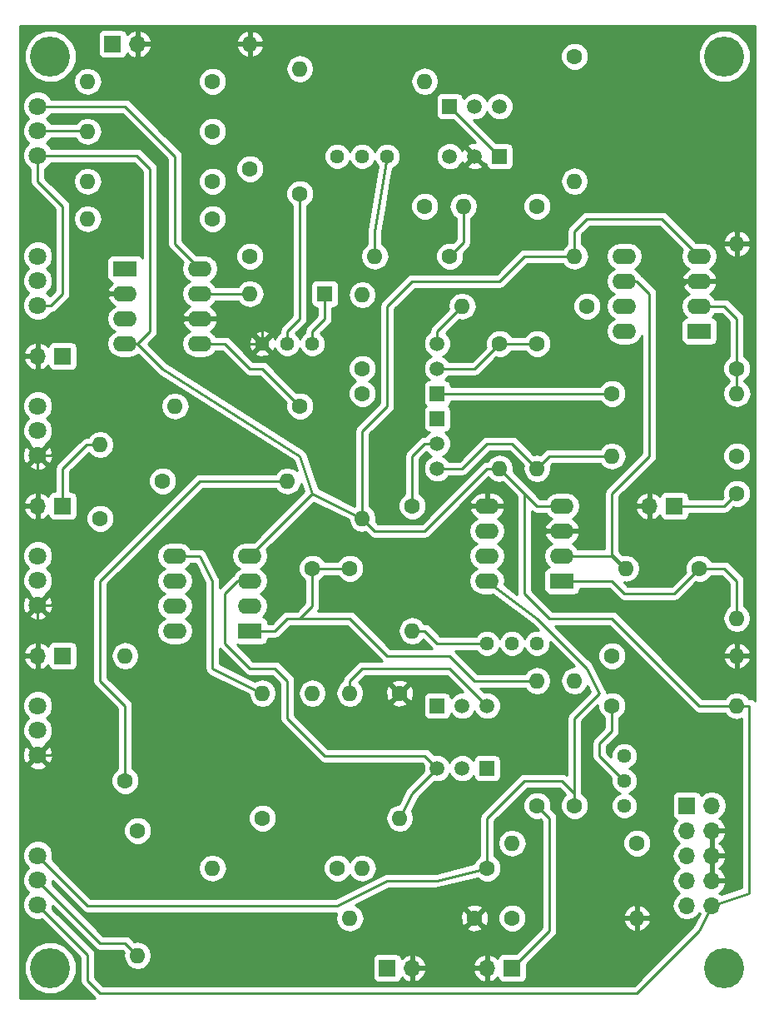
<source format=gtl>
G04 #@! TF.FileFunction,Copper,L1,Top,Signal*
%FSLAX46Y46*%
G04 Gerber Fmt 4.6, Leading zero omitted, Abs format (unit mm)*
G04 Created by KiCad (PCBNEW 4.0.7) date Monday 30 April 2018 23:43:25*
%MOMM*%
%LPD*%
G01*
G04 APERTURE LIST*
%ADD10C,0.100000*%
%ADD11C,1.800000*%
%ADD12R,2.400000X1.600000*%
%ADD13O,2.400000X1.600000*%
%ADD14C,1.600000*%
%ADD15O,1.600000X1.600000*%
%ADD16R,1.600000X1.600000*%
%ADD17R,1.700000X1.700000*%
%ADD18O,1.700000X1.700000*%
%ADD19C,1.520000*%
%ADD20R,1.520000X1.520000*%
%ADD21C,1.440000*%
%ADD22C,4.064000*%
%ADD23C,0.250000*%
%ADD24C,0.254000*%
G04 APERTURE END LIST*
D10*
D11*
X138430000Y-71040000D03*
X138430000Y-68540000D03*
X138430000Y-66040000D03*
D12*
X160020000Y-88900000D03*
D13*
X152400000Y-81280000D03*
X160020000Y-86360000D03*
X152400000Y-83820000D03*
X160020000Y-83820000D03*
X152400000Y-86360000D03*
X160020000Y-81280000D03*
X152400000Y-88900000D03*
D14*
X144780000Y-77470000D03*
D15*
X144780000Y-69970000D03*
D14*
X189230000Y-45720000D03*
D15*
X181730000Y-45720000D03*
D14*
X205740000Y-82550000D03*
D15*
X198240000Y-82550000D03*
D14*
X171450000Y-62230000D03*
D15*
X171450000Y-54730000D03*
D16*
X167640000Y-54610000D03*
D15*
X160020000Y-54610000D03*
D17*
X140970000Y-91440000D03*
D18*
X138430000Y-91440000D03*
D17*
X146050000Y-29210000D03*
D18*
X148590000Y-29210000D03*
D17*
X140970000Y-60960000D03*
D18*
X138430000Y-60960000D03*
D17*
X140970000Y-76200000D03*
D18*
X138430000Y-76200000D03*
D17*
X204470000Y-106680000D03*
D18*
X207010000Y-106680000D03*
X204470000Y-109220000D03*
X207010000Y-109220000D03*
X204470000Y-111760000D03*
X207010000Y-111760000D03*
X204470000Y-114300000D03*
X207010000Y-114300000D03*
X204470000Y-116840000D03*
X207010000Y-116840000D03*
D17*
X173990000Y-123190000D03*
D18*
X176530000Y-123190000D03*
D17*
X186690000Y-123190000D03*
D18*
X184150000Y-123190000D03*
D17*
X203200000Y-76200000D03*
D18*
X200660000Y-76200000D03*
D19*
X182880000Y-40640000D03*
X180340000Y-40640000D03*
D20*
X185420000Y-40640000D03*
D19*
X182880000Y-35560000D03*
X185420000Y-35560000D03*
D20*
X180340000Y-35560000D03*
D19*
X179070000Y-69850000D03*
X179070000Y-72390000D03*
D20*
X179070000Y-67310000D03*
D19*
X181610000Y-96520000D03*
X184150000Y-96520000D03*
D20*
X179070000Y-96520000D03*
D19*
X179070000Y-62230000D03*
X179070000Y-59690000D03*
D20*
X179070000Y-64770000D03*
D19*
X181610000Y-102870000D03*
X179070000Y-102870000D03*
D20*
X184150000Y-102870000D03*
D14*
X156210000Y-33020000D03*
D15*
X143510000Y-33020000D03*
D14*
X156210000Y-46990000D03*
D15*
X143510000Y-46990000D03*
D14*
X156210000Y-38100000D03*
D15*
X143510000Y-38100000D03*
D14*
X156210000Y-43180000D03*
D15*
X143510000Y-43180000D03*
D14*
X165100000Y-44450000D03*
D15*
X165100000Y-31750000D03*
D14*
X180340000Y-50800000D03*
D15*
X193040000Y-50800000D03*
D14*
X165100000Y-66040000D03*
D15*
X152400000Y-66040000D03*
D14*
X177800000Y-45720000D03*
D15*
X177800000Y-33020000D03*
D14*
X160020000Y-50800000D03*
D15*
X172720000Y-50800000D03*
D14*
X160020000Y-41910000D03*
D15*
X160020000Y-29210000D03*
D14*
X193040000Y-30480000D03*
D15*
X193040000Y-43180000D03*
D14*
X196850000Y-64770000D03*
D15*
X209550000Y-64770000D03*
D14*
X209550000Y-62230000D03*
D15*
X209550000Y-49530000D03*
D14*
X147320000Y-104140000D03*
D15*
X147320000Y-91440000D03*
D14*
X148590000Y-109220000D03*
D15*
X148590000Y-121920000D03*
D14*
X209550000Y-74930000D03*
D15*
X209550000Y-87630000D03*
D14*
X176530000Y-76200000D03*
D15*
X176530000Y-88900000D03*
D14*
X151130000Y-73660000D03*
D15*
X163830000Y-73660000D03*
D14*
X196850000Y-91440000D03*
D15*
X209550000Y-91440000D03*
D14*
X209550000Y-71120000D03*
D15*
X196850000Y-71120000D03*
D14*
X171450000Y-64770000D03*
D15*
X171450000Y-77470000D03*
D14*
X193040000Y-106680000D03*
D15*
X193040000Y-93980000D03*
D14*
X189230000Y-59690000D03*
D15*
X189230000Y-72390000D03*
D14*
X199390000Y-110490000D03*
D15*
X186690000Y-110490000D03*
D14*
X196850000Y-96520000D03*
D15*
X209550000Y-96520000D03*
D14*
X185420000Y-59690000D03*
D15*
X185420000Y-72390000D03*
D14*
X184150000Y-113030000D03*
D15*
X171450000Y-113030000D03*
D14*
X194310000Y-55880000D03*
D15*
X181610000Y-55880000D03*
D14*
X186690000Y-118110000D03*
D15*
X199390000Y-118110000D03*
D14*
X175260000Y-95250000D03*
D15*
X175260000Y-107950000D03*
D14*
X161290000Y-107950000D03*
D15*
X161290000Y-95250000D03*
D14*
X166370000Y-82550000D03*
D15*
X166370000Y-95250000D03*
D14*
X170180000Y-82550000D03*
D15*
X170180000Y-95250000D03*
D14*
X189230000Y-106680000D03*
D15*
X189230000Y-93980000D03*
D14*
X168910000Y-113030000D03*
D15*
X156210000Y-113030000D03*
D14*
X182880000Y-118110000D03*
D15*
X170180000Y-118110000D03*
D11*
X138430000Y-40560000D03*
X138430000Y-38060000D03*
X138430000Y-35560000D03*
X138430000Y-55800000D03*
X138430000Y-53300000D03*
X138430000Y-50800000D03*
X138430000Y-86280000D03*
X138430000Y-83780000D03*
X138430000Y-81280000D03*
D21*
X173990000Y-40640000D03*
X171450000Y-40640000D03*
X168910000Y-40640000D03*
X166370000Y-59690000D03*
X163830000Y-59690000D03*
X161290000Y-59690000D03*
D11*
X138430000Y-101520000D03*
X138430000Y-99020000D03*
X138430000Y-96520000D03*
X138430000Y-116760000D03*
X138430000Y-114260000D03*
X138430000Y-111760000D03*
D21*
X184150000Y-90170000D03*
X186690000Y-90170000D03*
X189230000Y-90170000D03*
X198120000Y-101600000D03*
X198120000Y-104140000D03*
X198120000Y-106680000D03*
D12*
X147320000Y-52070000D03*
D13*
X154940000Y-59690000D03*
X147320000Y-54610000D03*
X154940000Y-57150000D03*
X147320000Y-57150000D03*
X154940000Y-54610000D03*
X147320000Y-59690000D03*
X154940000Y-52070000D03*
D12*
X205740000Y-58420000D03*
D13*
X198120000Y-50800000D03*
X205740000Y-55880000D03*
X198120000Y-53340000D03*
X205740000Y-53340000D03*
X198120000Y-55880000D03*
X205740000Y-50800000D03*
X198120000Y-58420000D03*
D12*
X191770000Y-83820000D03*
D13*
X184150000Y-76200000D03*
X191770000Y-81280000D03*
X184150000Y-78740000D03*
X191770000Y-78740000D03*
X184150000Y-81280000D03*
X191770000Y-76200000D03*
X184150000Y-83820000D03*
D22*
X139700000Y-123190000D03*
X139700000Y-30480000D03*
X208280000Y-30480000D03*
X208280000Y-123190000D03*
D23*
X140970000Y-76200000D02*
X140970000Y-72390000D01*
X143390000Y-69970000D02*
X144780000Y-69970000D01*
X140970000Y-72390000D02*
X143390000Y-69970000D01*
X154940000Y-54610000D02*
X160020000Y-54610000D01*
X181730000Y-45720000D02*
X181730000Y-49410000D01*
X181730000Y-49410000D02*
X180340000Y-50800000D01*
X184150000Y-90170000D02*
X179070000Y-90170000D01*
X177800000Y-88900000D02*
X176530000Y-88900000D01*
X179070000Y-90170000D02*
X177800000Y-88900000D01*
X191770000Y-83820000D02*
X196850000Y-83820000D01*
X203200000Y-85090000D02*
X205740000Y-82550000D01*
X198120000Y-85090000D02*
X203200000Y-85090000D01*
X196850000Y-83820000D02*
X198120000Y-85090000D01*
X205740000Y-82550000D02*
X208280000Y-82550000D01*
X209550000Y-83820000D02*
X209550000Y-87630000D01*
X208280000Y-82550000D02*
X209550000Y-83820000D01*
X198120000Y-53340000D02*
X199390000Y-53340000D01*
X196850000Y-81160000D02*
X198240000Y-82550000D01*
X196850000Y-74930000D02*
X196850000Y-81160000D01*
X200660000Y-71120000D02*
X196850000Y-74930000D01*
X200660000Y-54610000D02*
X200660000Y-71120000D01*
X199390000Y-53340000D02*
X200660000Y-54610000D01*
X198240000Y-82550000D02*
X198120000Y-82550000D01*
X198120000Y-82550000D02*
X196850000Y-81280000D01*
X196850000Y-81280000D02*
X191770000Y-81280000D01*
X179070000Y-62230000D02*
X182880000Y-62230000D01*
X182880000Y-62230000D02*
X185420000Y-59690000D01*
X185420000Y-59690000D02*
X189230000Y-59690000D01*
X196850000Y-71120000D02*
X190500000Y-71120000D01*
X190500000Y-71120000D02*
X189230000Y-72390000D01*
X189230000Y-72390000D02*
X187960000Y-71120000D01*
X187960000Y-71120000D02*
X186690000Y-69850000D01*
X186690000Y-69850000D02*
X184150000Y-69850000D01*
X184150000Y-69850000D02*
X181610000Y-72390000D01*
X181610000Y-72390000D02*
X179070000Y-72390000D01*
X166370000Y-59690000D02*
X166370000Y-58420000D01*
X167640000Y-57150000D02*
X167640000Y-54610000D01*
X166370000Y-58420000D02*
X167640000Y-57150000D01*
X160020000Y-29210000D02*
X148590000Y-29210000D01*
X161290000Y-59690000D02*
X161290000Y-55880000D01*
X162560000Y-35560000D02*
X162560000Y-31750000D01*
X162560000Y-54610000D02*
X162560000Y-35560000D01*
X161290000Y-55880000D02*
X162560000Y-54610000D01*
X148590000Y-29210000D02*
X165100000Y-29210000D01*
X165100000Y-29210000D02*
X163830000Y-30480000D01*
X163830000Y-30480000D02*
X162560000Y-31750000D01*
X200660000Y-76200000D02*
X200660000Y-73660000D01*
X204470000Y-53340000D02*
X205740000Y-53340000D01*
X203200000Y-54610000D02*
X204470000Y-53340000D01*
X203200000Y-71120000D02*
X203200000Y-54610000D01*
X200660000Y-73660000D02*
X203200000Y-71120000D01*
X138430000Y-101520000D02*
X139780000Y-101520000D01*
X138430000Y-92710000D02*
X138430000Y-91440000D01*
X140970000Y-95250000D02*
X138430000Y-92710000D01*
X140970000Y-100330000D02*
X140970000Y-95250000D01*
X139780000Y-101520000D02*
X140970000Y-100330000D01*
X138430000Y-86280000D02*
X138430000Y-91440000D01*
X138430000Y-76200000D02*
X138430000Y-77470000D01*
X139780000Y-86280000D02*
X138430000Y-86280000D01*
X140970000Y-85090000D02*
X139780000Y-86280000D01*
X140970000Y-80010000D02*
X140970000Y-85090000D01*
X138430000Y-77470000D02*
X140970000Y-80010000D01*
X138430000Y-71040000D02*
X138430000Y-76200000D01*
X138430000Y-60960000D02*
X138430000Y-62230000D01*
X139780000Y-71040000D02*
X138430000Y-71040000D01*
X140970000Y-69850000D02*
X139780000Y-71040000D01*
X140970000Y-64770000D02*
X140970000Y-69850000D01*
X138430000Y-62230000D02*
X140970000Y-64770000D01*
X143510000Y-54610000D02*
X147320000Y-54610000D01*
X138430000Y-60960000D02*
X138430000Y-59690000D01*
X138430000Y-59690000D02*
X143510000Y-54610000D01*
X161290000Y-59690000D02*
X160020000Y-59690000D01*
X157480000Y-57150000D02*
X154940000Y-57150000D01*
X160020000Y-59690000D02*
X157480000Y-57150000D01*
X205740000Y-53340000D02*
X208280000Y-53340000D01*
X208280000Y-53340000D02*
X209550000Y-52070000D01*
X209550000Y-52070000D02*
X209550000Y-49530000D01*
X162560000Y-31750000D02*
X163830000Y-30480000D01*
X203200000Y-34290000D02*
X203200000Y-40640000D01*
X196850000Y-27940000D02*
X203200000Y-34290000D01*
X166370000Y-27940000D02*
X196850000Y-27940000D01*
X163830000Y-30480000D02*
X165100000Y-29210000D01*
X165100000Y-29210000D02*
X166370000Y-27940000D01*
X209550000Y-49530000D02*
X209550000Y-46990000D01*
X182880000Y-40640000D02*
X182880000Y-40640000D01*
X182880000Y-40640000D02*
X182880000Y-40640000D01*
X209550000Y-46990000D02*
X203200000Y-40640000D01*
X184150000Y-113030000D02*
X184150000Y-107950000D01*
X193040000Y-105410000D02*
X193040000Y-106680000D01*
X191770000Y-104140000D02*
X193040000Y-105410000D01*
X187960000Y-104140000D02*
X191770000Y-104140000D01*
X184150000Y-107950000D02*
X187960000Y-104140000D01*
X184150000Y-113030000D02*
X179070000Y-114300000D01*
X143510000Y-116840000D02*
X138430000Y-111760000D01*
X168910000Y-116840000D02*
X143510000Y-116840000D01*
X173990000Y-114300000D02*
X168910000Y-116840000D01*
X173990000Y-114300000D02*
X173990000Y-114300000D01*
X179070000Y-114300000D02*
X173990000Y-114300000D01*
X138430000Y-35560000D02*
X147320000Y-35560000D01*
X147320000Y-35560000D02*
X152400000Y-40640000D01*
X152400000Y-40640000D02*
X152400000Y-49530000D01*
X152400000Y-49530000D02*
X154940000Y-52070000D01*
X193040000Y-106680000D02*
X193040000Y-97790000D01*
X193040000Y-97790000D02*
X195580000Y-95250000D01*
X195580000Y-95250000D02*
X194310000Y-92710000D01*
X194310000Y-92710000D02*
X189230000Y-87630000D01*
X189230000Y-87630000D02*
X184150000Y-83820000D01*
X191770000Y-76200000D02*
X189230000Y-76200000D01*
X189230000Y-76200000D02*
X185420000Y-72390000D01*
X185420000Y-72390000D02*
X184150000Y-72390000D01*
X172720000Y-78740000D02*
X171450000Y-77470000D01*
X177800000Y-78740000D02*
X172720000Y-78740000D01*
X184150000Y-72390000D02*
X177800000Y-78740000D01*
X209550000Y-96520000D02*
X205740000Y-96520000D01*
X187960000Y-74930000D02*
X185420000Y-72390000D01*
X187960000Y-85090000D02*
X187960000Y-74930000D01*
X190500000Y-87630000D02*
X187960000Y-85090000D01*
X196850000Y-87630000D02*
X190500000Y-87630000D01*
X205740000Y-96520000D02*
X196850000Y-87630000D01*
X147320000Y-59690000D02*
X148590000Y-59690000D01*
X148590000Y-59690000D02*
X149860000Y-58420000D01*
X149860000Y-58420000D02*
X149860000Y-41910000D01*
X149860000Y-41910000D02*
X148510000Y-40560000D01*
X148510000Y-40560000D02*
X138430000Y-40560000D01*
X138430000Y-40560000D02*
X138430000Y-43180000D01*
X139780000Y-55800000D02*
X138430000Y-55800000D01*
X140970000Y-54610000D02*
X139780000Y-55800000D01*
X140970000Y-45720000D02*
X140970000Y-54610000D01*
X138430000Y-43180000D02*
X140970000Y-45720000D01*
X160020000Y-81280000D02*
X166370000Y-74930000D01*
X149860000Y-60960000D02*
X148590000Y-59690000D01*
X151130000Y-62230000D02*
X149860000Y-60960000D01*
X165100000Y-71120000D02*
X151130000Y-62230000D01*
X166370000Y-74930000D02*
X165100000Y-71120000D01*
X171450000Y-77470000D02*
X166370000Y-74930000D01*
X166370000Y-74930000D02*
X160020000Y-81280000D01*
X193040000Y-50800000D02*
X193040000Y-49530000D01*
X194310000Y-46990000D02*
X201930000Y-46990000D01*
X193040000Y-48260000D02*
X194310000Y-46990000D01*
X193040000Y-49530000D02*
X193040000Y-48260000D01*
X201930000Y-46990000D02*
X205740000Y-50800000D01*
X193040000Y-50800000D02*
X187960000Y-50800000D01*
X185420000Y-53340000D02*
X176530000Y-53340000D01*
X187960000Y-50800000D02*
X185420000Y-53340000D01*
X171450000Y-77470000D02*
X171450000Y-68580000D01*
X171450000Y-68580000D02*
X173990000Y-66040000D01*
X173990000Y-66040000D02*
X173990000Y-55880000D01*
X173990000Y-55880000D02*
X176530000Y-53340000D01*
X143510000Y-121840000D02*
X138430000Y-116760000D01*
X143510000Y-124460000D02*
X143510000Y-121840000D01*
X144780000Y-125730000D02*
X143510000Y-124460000D01*
X199390000Y-125730000D02*
X144780000Y-125730000D01*
X200660000Y-124460000D02*
X199390000Y-125730000D01*
X205740000Y-119380000D02*
X200660000Y-124460000D01*
X207010000Y-116840000D02*
X205740000Y-119380000D01*
X207010000Y-116840000D02*
X207010000Y-116840000D01*
X207010000Y-116840000D02*
X210820000Y-115570000D01*
X210820000Y-96520000D02*
X209550000Y-96520000D01*
X210820000Y-115570000D02*
X210820000Y-96520000D01*
X186690000Y-123190000D02*
X190500000Y-119380000D01*
X190500000Y-107950000D02*
X189230000Y-106680000D01*
X190500000Y-119380000D02*
X190500000Y-107950000D01*
X203200000Y-76200000D02*
X208280000Y-76200000D01*
X208280000Y-76200000D02*
X209550000Y-74930000D01*
X180340000Y-35560000D02*
X185420000Y-40640000D01*
X179070000Y-69850000D02*
X177800000Y-69850000D01*
X176530000Y-71120000D02*
X176530000Y-76200000D01*
X177800000Y-69850000D02*
X176530000Y-71120000D01*
X179070000Y-64770000D02*
X196850000Y-64770000D01*
X184150000Y-96520000D02*
X180340000Y-92710000D01*
X170180000Y-93980000D02*
X170180000Y-95250000D01*
X171450000Y-92710000D02*
X170180000Y-93980000D01*
X180340000Y-92710000D02*
X171450000Y-92710000D01*
X179070000Y-59690000D02*
X179070000Y-58420000D01*
X179070000Y-58420000D02*
X181610000Y-55880000D01*
X160020000Y-83820000D02*
X158750000Y-83820000D01*
X177800000Y-101600000D02*
X179070000Y-102870000D01*
X167640000Y-101600000D02*
X177800000Y-101600000D01*
X163830000Y-97790000D02*
X167640000Y-101600000D01*
X163830000Y-93980000D02*
X163830000Y-97790000D01*
X162560000Y-92710000D02*
X163830000Y-93980000D01*
X160020000Y-92710000D02*
X162560000Y-92710000D01*
X157480000Y-90170000D02*
X160020000Y-92710000D01*
X157480000Y-85090000D02*
X157480000Y-90170000D01*
X158750000Y-83820000D02*
X157480000Y-85090000D01*
X175260000Y-107950000D02*
X176530000Y-105410000D01*
X176530000Y-105410000D02*
X179070000Y-102870000D01*
X138430000Y-38060000D02*
X143470000Y-38060000D01*
X143470000Y-38060000D02*
X143510000Y-38100000D01*
X165100000Y-44450000D02*
X165100000Y-57150000D01*
X163830000Y-58420000D02*
X163830000Y-59690000D01*
X165100000Y-57150000D02*
X163830000Y-58420000D01*
X165100000Y-66040000D02*
X161290000Y-62230000D01*
X157480000Y-59690000D02*
X154940000Y-59690000D01*
X160020000Y-62230000D02*
X157480000Y-59690000D01*
X161290000Y-62230000D02*
X160020000Y-62230000D01*
X172720000Y-50800000D02*
X172720000Y-48260000D01*
X172720000Y-48260000D02*
X173990000Y-40640000D01*
X209550000Y-62230000D02*
X209550000Y-64770000D01*
X205740000Y-55880000D02*
X208280000Y-55880000D01*
X209550000Y-57150000D02*
X209550000Y-62230000D01*
X208280000Y-55880000D02*
X209550000Y-57150000D01*
X147320000Y-104140000D02*
X147320000Y-96520000D01*
X154940000Y-73660000D02*
X163830000Y-73660000D01*
X152400000Y-76200000D02*
X154940000Y-73660000D01*
X144780000Y-83820000D02*
X152400000Y-76200000D01*
X144780000Y-93980000D02*
X144780000Y-83820000D01*
X147320000Y-96520000D02*
X144780000Y-93980000D01*
X138430000Y-114260000D02*
X138430000Y-114300000D01*
X138430000Y-114300000D02*
X144780000Y-120650000D01*
X144780000Y-120650000D02*
X147320000Y-120650000D01*
X147320000Y-120650000D02*
X148590000Y-121920000D01*
X196850000Y-96520000D02*
X196850000Y-99060000D01*
X195580000Y-101600000D02*
X198120000Y-104140000D01*
X195580000Y-100330000D02*
X195580000Y-101600000D01*
X196850000Y-99060000D02*
X195580000Y-100330000D01*
X152400000Y-81280000D02*
X154940000Y-81280000D01*
X156210000Y-92710000D02*
X161290000Y-95250000D01*
X156210000Y-83820000D02*
X156210000Y-92710000D01*
X154940000Y-81280000D02*
X156210000Y-83820000D01*
X166370000Y-82550000D02*
X170180000Y-82550000D01*
X160020000Y-88900000D02*
X162560000Y-88900000D01*
X162560000Y-88900000D02*
X163830000Y-87630000D01*
X163830000Y-87630000D02*
X165100000Y-87630000D01*
X165100000Y-87630000D02*
X166370000Y-86360000D01*
X166370000Y-86360000D02*
X166370000Y-82550000D01*
X182880000Y-93980000D02*
X189230000Y-93980000D01*
X180340000Y-91440000D02*
X182880000Y-93980000D01*
X173990000Y-91440000D02*
X180340000Y-91440000D01*
X170180000Y-87630000D02*
X173990000Y-91440000D01*
X163830000Y-87630000D02*
X170180000Y-87630000D01*
X162560000Y-88900000D02*
X163830000Y-87630000D01*
D24*
G36*
X211380000Y-96016421D02*
X211357401Y-95982599D01*
X211110839Y-95817852D01*
X210820000Y-95760000D01*
X210762995Y-95760000D01*
X210592811Y-95505302D01*
X210127264Y-95194233D01*
X209578113Y-95085000D01*
X209521887Y-95085000D01*
X208972736Y-95194233D01*
X208507189Y-95505302D01*
X208337005Y-95760000D01*
X206054802Y-95760000D01*
X202083841Y-91789039D01*
X208158096Y-91789039D01*
X208318959Y-92177423D01*
X208694866Y-92592389D01*
X209200959Y-92831914D01*
X209423000Y-92710629D01*
X209423000Y-91567000D01*
X209677000Y-91567000D01*
X209677000Y-92710629D01*
X209899041Y-92831914D01*
X210405134Y-92592389D01*
X210781041Y-92177423D01*
X210941904Y-91789039D01*
X210819915Y-91567000D01*
X209677000Y-91567000D01*
X209423000Y-91567000D01*
X208280085Y-91567000D01*
X208158096Y-91789039D01*
X202083841Y-91789039D01*
X201385763Y-91090961D01*
X208158096Y-91090961D01*
X208280085Y-91313000D01*
X209423000Y-91313000D01*
X209423000Y-90169371D01*
X209677000Y-90169371D01*
X209677000Y-91313000D01*
X210819915Y-91313000D01*
X210941904Y-91090961D01*
X210781041Y-90702577D01*
X210405134Y-90287611D01*
X209899041Y-90048086D01*
X209677000Y-90169371D01*
X209423000Y-90169371D01*
X209200959Y-90048086D01*
X208694866Y-90287611D01*
X208318959Y-90702577D01*
X208158096Y-91090961D01*
X201385763Y-91090961D01*
X197387401Y-87092599D01*
X197140839Y-86927852D01*
X196850000Y-86870000D01*
X190814802Y-86870000D01*
X188720000Y-84775198D01*
X188720000Y-81280000D01*
X189899050Y-81280000D01*
X190008283Y-81829151D01*
X190319352Y-82294698D01*
X190465350Y-82392251D01*
X190334683Y-82416838D01*
X190118559Y-82555910D01*
X189973569Y-82768110D01*
X189922560Y-83020000D01*
X189922560Y-84620000D01*
X189966838Y-84855317D01*
X190105910Y-85071441D01*
X190318110Y-85216431D01*
X190570000Y-85267440D01*
X192970000Y-85267440D01*
X193205317Y-85223162D01*
X193421441Y-85084090D01*
X193566431Y-84871890D01*
X193617440Y-84620000D01*
X193617440Y-84580000D01*
X196535198Y-84580000D01*
X197582599Y-85627401D01*
X197829160Y-85792148D01*
X198120000Y-85850000D01*
X203200000Y-85850000D01*
X203490839Y-85792148D01*
X203737401Y-85627401D01*
X205401546Y-83963256D01*
X205453309Y-83984750D01*
X206024187Y-83985248D01*
X206551800Y-83767243D01*
X206955824Y-83363923D01*
X206978215Y-83310000D01*
X207965198Y-83310000D01*
X208790000Y-84134802D01*
X208790000Y-86417005D01*
X208535302Y-86587189D01*
X208224233Y-87052736D01*
X208115000Y-87601887D01*
X208115000Y-87658113D01*
X208224233Y-88207264D01*
X208535302Y-88672811D01*
X209000849Y-88983880D01*
X209550000Y-89093113D01*
X210099151Y-88983880D01*
X210564698Y-88672811D01*
X210875767Y-88207264D01*
X210985000Y-87658113D01*
X210985000Y-87601887D01*
X210875767Y-87052736D01*
X210564698Y-86587189D01*
X210310000Y-86417005D01*
X210310000Y-83820000D01*
X210252148Y-83529161D01*
X210252148Y-83529160D01*
X210087401Y-83282599D01*
X208817401Y-82012599D01*
X208570839Y-81847852D01*
X208280000Y-81790000D01*
X206978646Y-81790000D01*
X206957243Y-81738200D01*
X206553923Y-81334176D01*
X206026691Y-81115250D01*
X205455813Y-81114752D01*
X204928200Y-81332757D01*
X204524176Y-81736077D01*
X204305250Y-82263309D01*
X204304752Y-82834187D01*
X204327049Y-82888149D01*
X202885198Y-84330000D01*
X198434802Y-84330000D01*
X198059488Y-83954686D01*
X198211887Y-83985000D01*
X198268113Y-83985000D01*
X198817264Y-83875767D01*
X199282811Y-83564698D01*
X199593880Y-83099151D01*
X199703113Y-82550000D01*
X199593880Y-82000849D01*
X199282811Y-81535302D01*
X198817264Y-81224233D01*
X198268113Y-81115000D01*
X198211887Y-81115000D01*
X197934898Y-81170096D01*
X197610000Y-80845198D01*
X197610000Y-76556892D01*
X199218514Y-76556892D01*
X199464817Y-77081358D01*
X199893076Y-77471645D01*
X200303110Y-77641476D01*
X200533000Y-77520155D01*
X200533000Y-76327000D01*
X199339181Y-76327000D01*
X199218514Y-76556892D01*
X197610000Y-76556892D01*
X197610000Y-75843108D01*
X199218514Y-75843108D01*
X199339181Y-76073000D01*
X200533000Y-76073000D01*
X200533000Y-74879845D01*
X200787000Y-74879845D01*
X200787000Y-76073000D01*
X200807000Y-76073000D01*
X200807000Y-76327000D01*
X200787000Y-76327000D01*
X200787000Y-77520155D01*
X201016890Y-77641476D01*
X201426924Y-77471645D01*
X201729937Y-77195499D01*
X201746838Y-77285317D01*
X201885910Y-77501441D01*
X202098110Y-77646431D01*
X202350000Y-77697440D01*
X204050000Y-77697440D01*
X204285317Y-77653162D01*
X204501441Y-77514090D01*
X204646431Y-77301890D01*
X204697440Y-77050000D01*
X204697440Y-76960000D01*
X208280000Y-76960000D01*
X208570839Y-76902148D01*
X208817401Y-76737401D01*
X209211546Y-76343256D01*
X209263309Y-76364750D01*
X209834187Y-76365248D01*
X210361800Y-76147243D01*
X210765824Y-75743923D01*
X210984750Y-75216691D01*
X210985248Y-74645813D01*
X210767243Y-74118200D01*
X210363923Y-73714176D01*
X209836691Y-73495250D01*
X209265813Y-73494752D01*
X208738200Y-73712757D01*
X208334176Y-74116077D01*
X208115250Y-74643309D01*
X208114752Y-75214187D01*
X208137049Y-75268149D01*
X207965198Y-75440000D01*
X204697440Y-75440000D01*
X204697440Y-75350000D01*
X204653162Y-75114683D01*
X204514090Y-74898559D01*
X204301890Y-74753569D01*
X204050000Y-74702560D01*
X202350000Y-74702560D01*
X202114683Y-74746838D01*
X201898559Y-74885910D01*
X201753569Y-75098110D01*
X201731699Y-75206107D01*
X201426924Y-74928355D01*
X201016890Y-74758524D01*
X200787000Y-74879845D01*
X200533000Y-74879845D01*
X200303110Y-74758524D01*
X199893076Y-74928355D01*
X199464817Y-75318642D01*
X199218514Y-75843108D01*
X197610000Y-75843108D01*
X197610000Y-75244802D01*
X201197401Y-71657401D01*
X201362148Y-71410839D01*
X201363471Y-71404187D01*
X208114752Y-71404187D01*
X208332757Y-71931800D01*
X208736077Y-72335824D01*
X209263309Y-72554750D01*
X209834187Y-72555248D01*
X210361800Y-72337243D01*
X210765824Y-71933923D01*
X210984750Y-71406691D01*
X210985248Y-70835813D01*
X210767243Y-70308200D01*
X210363923Y-69904176D01*
X209836691Y-69685250D01*
X209265813Y-69684752D01*
X208738200Y-69902757D01*
X208334176Y-70306077D01*
X208115250Y-70833309D01*
X208114752Y-71404187D01*
X201363471Y-71404187D01*
X201420000Y-71120000D01*
X201420000Y-55880000D01*
X203869050Y-55880000D01*
X203978283Y-56429151D01*
X204289352Y-56894698D01*
X204435350Y-56992251D01*
X204304683Y-57016838D01*
X204088559Y-57155910D01*
X203943569Y-57368110D01*
X203892560Y-57620000D01*
X203892560Y-59220000D01*
X203936838Y-59455317D01*
X204075910Y-59671441D01*
X204288110Y-59816431D01*
X204540000Y-59867440D01*
X206940000Y-59867440D01*
X207175317Y-59823162D01*
X207391441Y-59684090D01*
X207536431Y-59471890D01*
X207587440Y-59220000D01*
X207587440Y-57620000D01*
X207543162Y-57384683D01*
X207404090Y-57168559D01*
X207191890Y-57023569D01*
X207042926Y-56993403D01*
X207190648Y-56894698D01*
X207360832Y-56640000D01*
X207965198Y-56640000D01*
X208790000Y-57464802D01*
X208790000Y-60991354D01*
X208738200Y-61012757D01*
X208334176Y-61416077D01*
X208115250Y-61943309D01*
X208114752Y-62514187D01*
X208332757Y-63041800D01*
X208736077Y-63445824D01*
X208790000Y-63468215D01*
X208790000Y-63566333D01*
X208507189Y-63755302D01*
X208196120Y-64220849D01*
X208086887Y-64770000D01*
X208196120Y-65319151D01*
X208507189Y-65784698D01*
X208972736Y-66095767D01*
X209521887Y-66205000D01*
X209578113Y-66205000D01*
X210127264Y-66095767D01*
X210592811Y-65784698D01*
X210903880Y-65319151D01*
X211013113Y-64770000D01*
X210903880Y-64220849D01*
X210592811Y-63755302D01*
X210310000Y-63566333D01*
X210310000Y-63468646D01*
X210361800Y-63447243D01*
X210765824Y-63043923D01*
X210984750Y-62516691D01*
X210985248Y-61945813D01*
X210767243Y-61418200D01*
X210363923Y-61014176D01*
X210310000Y-60991785D01*
X210310000Y-57150000D01*
X210252148Y-56859161D01*
X210252148Y-56859160D01*
X210087401Y-56612599D01*
X208817401Y-55342599D01*
X208570839Y-55177852D01*
X208280000Y-55120000D01*
X207360832Y-55120000D01*
X207190648Y-54865302D01*
X206812293Y-54612493D01*
X207244500Y-54264896D01*
X207514367Y-53771819D01*
X207531904Y-53689039D01*
X207409915Y-53467000D01*
X205867000Y-53467000D01*
X205867000Y-53487000D01*
X205613000Y-53487000D01*
X205613000Y-53467000D01*
X204070085Y-53467000D01*
X203948096Y-53689039D01*
X203965633Y-53771819D01*
X204235500Y-54264896D01*
X204667707Y-54612493D01*
X204289352Y-54865302D01*
X203978283Y-55330849D01*
X203869050Y-55880000D01*
X201420000Y-55880000D01*
X201420000Y-54610000D01*
X201362148Y-54319161D01*
X201362148Y-54319160D01*
X201197401Y-54072599D01*
X199927401Y-52802599D01*
X199859054Y-52756931D01*
X199570648Y-52325302D01*
X199188562Y-52070000D01*
X199570648Y-51814698D01*
X199881717Y-51349151D01*
X199990950Y-50800000D01*
X199881717Y-50250849D01*
X199570648Y-49785302D01*
X199105101Y-49474233D01*
X198555950Y-49365000D01*
X197684050Y-49365000D01*
X197134899Y-49474233D01*
X196669352Y-49785302D01*
X196358283Y-50250849D01*
X196249050Y-50800000D01*
X196358283Y-51349151D01*
X196669352Y-51814698D01*
X197051438Y-52070000D01*
X196669352Y-52325302D01*
X196358283Y-52790849D01*
X196249050Y-53340000D01*
X196358283Y-53889151D01*
X196669352Y-54354698D01*
X197051438Y-54610000D01*
X196669352Y-54865302D01*
X196358283Y-55330849D01*
X196249050Y-55880000D01*
X196358283Y-56429151D01*
X196669352Y-56894698D01*
X197051438Y-57150000D01*
X196669352Y-57405302D01*
X196358283Y-57870849D01*
X196249050Y-58420000D01*
X196358283Y-58969151D01*
X196669352Y-59434698D01*
X197134899Y-59745767D01*
X197684050Y-59855000D01*
X198555950Y-59855000D01*
X199105101Y-59745767D01*
X199570648Y-59434698D01*
X199881717Y-58969151D01*
X199900000Y-58877236D01*
X199900000Y-70805198D01*
X196312599Y-74392599D01*
X196147852Y-74639161D01*
X196090000Y-74930000D01*
X196090000Y-80520000D01*
X193390832Y-80520000D01*
X193220648Y-80265302D01*
X192842293Y-80012493D01*
X193274500Y-79664896D01*
X193544367Y-79171819D01*
X193561904Y-79089039D01*
X193439915Y-78867000D01*
X191897000Y-78867000D01*
X191897000Y-78887000D01*
X191643000Y-78887000D01*
X191643000Y-78867000D01*
X190100085Y-78867000D01*
X189978096Y-79089039D01*
X189995633Y-79171819D01*
X190265500Y-79664896D01*
X190697707Y-80012493D01*
X190319352Y-80265302D01*
X190008283Y-80730849D01*
X189899050Y-81280000D01*
X188720000Y-81280000D01*
X188720000Y-76755710D01*
X188939161Y-76902148D01*
X189230000Y-76960000D01*
X190149168Y-76960000D01*
X190319352Y-77214698D01*
X190697707Y-77467507D01*
X190265500Y-77815104D01*
X189995633Y-78308181D01*
X189978096Y-78390961D01*
X190100085Y-78613000D01*
X191643000Y-78613000D01*
X191643000Y-78593000D01*
X191897000Y-78593000D01*
X191897000Y-78613000D01*
X193439915Y-78613000D01*
X193561904Y-78390961D01*
X193544367Y-78308181D01*
X193274500Y-77815104D01*
X192842293Y-77467507D01*
X193220648Y-77214698D01*
X193531717Y-76749151D01*
X193640950Y-76200000D01*
X193531717Y-75650849D01*
X193220648Y-75185302D01*
X192755101Y-74874233D01*
X192205950Y-74765000D01*
X191334050Y-74765000D01*
X190784899Y-74874233D01*
X190319352Y-75185302D01*
X190149168Y-75440000D01*
X189544802Y-75440000D01*
X186799904Y-72695102D01*
X186855000Y-72418113D01*
X186855000Y-72361887D01*
X186745767Y-71812736D01*
X186434698Y-71347189D01*
X185969151Y-71036120D01*
X185420000Y-70926887D01*
X184870849Y-71036120D01*
X184405302Y-71347189D01*
X184216333Y-71630000D01*
X184150000Y-71630000D01*
X183859161Y-71687852D01*
X183612599Y-71852599D01*
X177485198Y-77980000D01*
X173034802Y-77980000D01*
X172829904Y-77775102D01*
X172885000Y-77498113D01*
X172885000Y-77441887D01*
X172775767Y-76892736D01*
X172502783Y-76484187D01*
X175094752Y-76484187D01*
X175312757Y-77011800D01*
X175716077Y-77415824D01*
X176243309Y-77634750D01*
X176814187Y-77635248D01*
X177341800Y-77417243D01*
X177745824Y-77013923D01*
X177964750Y-76486691D01*
X177965248Y-75915813D01*
X177747243Y-75388200D01*
X177343923Y-74984176D01*
X177290000Y-74961785D01*
X177290000Y-71434802D01*
X177986072Y-70738730D01*
X178278764Y-71031934D01*
X178490738Y-71119954D01*
X178280828Y-71206687D01*
X177888066Y-71598764D01*
X177675242Y-72111300D01*
X177674758Y-72666265D01*
X177886687Y-73179172D01*
X178278764Y-73571934D01*
X178791300Y-73784758D01*
X179346265Y-73785242D01*
X179859172Y-73573313D01*
X180251934Y-73181236D01*
X180264904Y-73150000D01*
X181610000Y-73150000D01*
X181900839Y-73092148D01*
X182147401Y-72927401D01*
X184464802Y-70610000D01*
X186375198Y-70610000D01*
X187850096Y-72084898D01*
X187795000Y-72361887D01*
X187795000Y-72418113D01*
X187904233Y-72967264D01*
X188215302Y-73432811D01*
X188680849Y-73743880D01*
X189230000Y-73853113D01*
X189779151Y-73743880D01*
X190244698Y-73432811D01*
X190555767Y-72967264D01*
X190665000Y-72418113D01*
X190665000Y-72361887D01*
X190609904Y-72084898D01*
X190814802Y-71880000D01*
X195637005Y-71880000D01*
X195807189Y-72134698D01*
X196272736Y-72445767D01*
X196821887Y-72555000D01*
X196878113Y-72555000D01*
X197427264Y-72445767D01*
X197892811Y-72134698D01*
X198203880Y-71669151D01*
X198313113Y-71120000D01*
X198203880Y-70570849D01*
X197892811Y-70105302D01*
X197427264Y-69794233D01*
X196878113Y-69685000D01*
X196821887Y-69685000D01*
X196272736Y-69794233D01*
X195807189Y-70105302D01*
X195637005Y-70360000D01*
X190500000Y-70360000D01*
X190209160Y-70417852D01*
X189962599Y-70582599D01*
X189553886Y-70991312D01*
X189230000Y-70926887D01*
X188906114Y-70991312D01*
X187227401Y-69312599D01*
X186980839Y-69147852D01*
X186690000Y-69090000D01*
X184150000Y-69090000D01*
X183907414Y-69138254D01*
X183859160Y-69147852D01*
X183612599Y-69312599D01*
X181295198Y-71630000D01*
X180265367Y-71630000D01*
X180253313Y-71600828D01*
X179861236Y-71208066D01*
X179649262Y-71120046D01*
X179859172Y-71033313D01*
X180251934Y-70641236D01*
X180464758Y-70128700D01*
X180465242Y-69573735D01*
X180253313Y-69060828D01*
X179897790Y-68704684D01*
X180065317Y-68673162D01*
X180281441Y-68534090D01*
X180426431Y-68321890D01*
X180477440Y-68070000D01*
X180477440Y-66550000D01*
X180433162Y-66314683D01*
X180294090Y-66098559D01*
X180209215Y-66040566D01*
X180281441Y-65994090D01*
X180426431Y-65781890D01*
X180477440Y-65530000D01*
X195611354Y-65530000D01*
X195632757Y-65581800D01*
X196036077Y-65985824D01*
X196563309Y-66204750D01*
X197134187Y-66205248D01*
X197661800Y-65987243D01*
X198065824Y-65583923D01*
X198284750Y-65056691D01*
X198285248Y-64485813D01*
X198067243Y-63958200D01*
X197663923Y-63554176D01*
X197136691Y-63335250D01*
X196565813Y-63334752D01*
X196038200Y-63552757D01*
X195634176Y-63956077D01*
X195611785Y-64010000D01*
X180477440Y-64010000D01*
X180433162Y-63774683D01*
X180294090Y-63558559D01*
X180081890Y-63413569D01*
X179896520Y-63376031D01*
X180251934Y-63021236D01*
X180264904Y-62990000D01*
X182880000Y-62990000D01*
X183170839Y-62932148D01*
X183417401Y-62767401D01*
X185081546Y-61103256D01*
X185133309Y-61124750D01*
X185704187Y-61125248D01*
X186231800Y-60907243D01*
X186635824Y-60503923D01*
X186658215Y-60450000D01*
X187991354Y-60450000D01*
X188012757Y-60501800D01*
X188416077Y-60905824D01*
X188943309Y-61124750D01*
X189514187Y-61125248D01*
X190041800Y-60907243D01*
X190445824Y-60503923D01*
X190664750Y-59976691D01*
X190665248Y-59405813D01*
X190447243Y-58878200D01*
X190043923Y-58474176D01*
X189516691Y-58255250D01*
X188945813Y-58254752D01*
X188418200Y-58472757D01*
X188014176Y-58876077D01*
X187991785Y-58930000D01*
X186658646Y-58930000D01*
X186637243Y-58878200D01*
X186233923Y-58474176D01*
X185706691Y-58255250D01*
X185135813Y-58254752D01*
X184608200Y-58472757D01*
X184204176Y-58876077D01*
X183985250Y-59403309D01*
X183984752Y-59974187D01*
X184007049Y-60028149D01*
X182565198Y-61470000D01*
X180265367Y-61470000D01*
X180253313Y-61440828D01*
X179861236Y-61048066D01*
X179649262Y-60960046D01*
X179859172Y-60873313D01*
X180251934Y-60481236D01*
X180464758Y-59968700D01*
X180465242Y-59413735D01*
X180253313Y-58900828D01*
X179958901Y-58605901D01*
X181304898Y-57259904D01*
X181581887Y-57315000D01*
X181638113Y-57315000D01*
X182187264Y-57205767D01*
X182652811Y-56894698D01*
X182963880Y-56429151D01*
X183016584Y-56164187D01*
X192874752Y-56164187D01*
X193092757Y-56691800D01*
X193496077Y-57095824D01*
X194023309Y-57314750D01*
X194594187Y-57315248D01*
X195121800Y-57097243D01*
X195525824Y-56693923D01*
X195744750Y-56166691D01*
X195745248Y-55595813D01*
X195527243Y-55068200D01*
X195123923Y-54664176D01*
X194596691Y-54445250D01*
X194025813Y-54444752D01*
X193498200Y-54662757D01*
X193094176Y-55066077D01*
X192875250Y-55593309D01*
X192874752Y-56164187D01*
X183016584Y-56164187D01*
X183073113Y-55880000D01*
X182963880Y-55330849D01*
X182652811Y-54865302D01*
X182187264Y-54554233D01*
X181638113Y-54445000D01*
X181581887Y-54445000D01*
X181032736Y-54554233D01*
X180567189Y-54865302D01*
X180256120Y-55330849D01*
X180146887Y-55880000D01*
X180211312Y-56203886D01*
X178532599Y-57882599D01*
X178367852Y-58129161D01*
X178310000Y-58420000D01*
X178310000Y-58494633D01*
X178280828Y-58506687D01*
X177888066Y-58898764D01*
X177675242Y-59411300D01*
X177674758Y-59966265D01*
X177886687Y-60479172D01*
X178278764Y-60871934D01*
X178490738Y-60959954D01*
X178280828Y-61046687D01*
X177888066Y-61438764D01*
X177675242Y-61951300D01*
X177674758Y-62506265D01*
X177886687Y-63019172D01*
X178242210Y-63375316D01*
X178074683Y-63406838D01*
X177858559Y-63545910D01*
X177713569Y-63758110D01*
X177662560Y-64010000D01*
X177662560Y-65530000D01*
X177706838Y-65765317D01*
X177845910Y-65981441D01*
X177930785Y-66039434D01*
X177858559Y-66085910D01*
X177713569Y-66298110D01*
X177662560Y-66550000D01*
X177662560Y-68070000D01*
X177706838Y-68305317D01*
X177845910Y-68521441D01*
X178058110Y-68666431D01*
X178243480Y-68703969D01*
X177888066Y-69058764D01*
X177875096Y-69090000D01*
X177800000Y-69090000D01*
X177509160Y-69147852D01*
X177262599Y-69312599D01*
X175992599Y-70582599D01*
X175827852Y-70829161D01*
X175770000Y-71120000D01*
X175770000Y-74961354D01*
X175718200Y-74982757D01*
X175314176Y-75386077D01*
X175095250Y-75913309D01*
X175094752Y-76484187D01*
X172502783Y-76484187D01*
X172464698Y-76427189D01*
X172210000Y-76257005D01*
X172210000Y-68894802D01*
X174527401Y-66577401D01*
X174692148Y-66330840D01*
X174722661Y-66177440D01*
X174750000Y-66040000D01*
X174750000Y-56194802D01*
X176844802Y-54100000D01*
X185420000Y-54100000D01*
X185710839Y-54042148D01*
X185957401Y-53877401D01*
X188274802Y-51560000D01*
X191827005Y-51560000D01*
X191997189Y-51814698D01*
X192462736Y-52125767D01*
X193011887Y-52235000D01*
X193068113Y-52235000D01*
X193617264Y-52125767D01*
X194082811Y-51814698D01*
X194393880Y-51349151D01*
X194503113Y-50800000D01*
X194393880Y-50250849D01*
X194082811Y-49785302D01*
X193800000Y-49596333D01*
X193800000Y-48574802D01*
X194624802Y-47750000D01*
X201615198Y-47750000D01*
X204033464Y-50168266D01*
X203978283Y-50250849D01*
X203869050Y-50800000D01*
X203978283Y-51349151D01*
X204289352Y-51814698D01*
X204667707Y-52067507D01*
X204235500Y-52415104D01*
X203965633Y-52908181D01*
X203948096Y-52990961D01*
X204070085Y-53213000D01*
X205613000Y-53213000D01*
X205613000Y-53193000D01*
X205867000Y-53193000D01*
X205867000Y-53213000D01*
X207409915Y-53213000D01*
X207531904Y-52990961D01*
X207514367Y-52908181D01*
X207244500Y-52415104D01*
X206812293Y-52067507D01*
X207190648Y-51814698D01*
X207501717Y-51349151D01*
X207610950Y-50800000D01*
X207501717Y-50250849D01*
X207253283Y-49879041D01*
X208158086Y-49879041D01*
X208397611Y-50385134D01*
X208812577Y-50761041D01*
X209200961Y-50921904D01*
X209423000Y-50799915D01*
X209423000Y-49657000D01*
X209677000Y-49657000D01*
X209677000Y-50799915D01*
X209899039Y-50921904D01*
X210287423Y-50761041D01*
X210702389Y-50385134D01*
X210941914Y-49879041D01*
X210820629Y-49657000D01*
X209677000Y-49657000D01*
X209423000Y-49657000D01*
X208279371Y-49657000D01*
X208158086Y-49879041D01*
X207253283Y-49879041D01*
X207190648Y-49785302D01*
X206725101Y-49474233D01*
X206175950Y-49365000D01*
X205379802Y-49365000D01*
X205195761Y-49180959D01*
X208158086Y-49180959D01*
X208279371Y-49403000D01*
X209423000Y-49403000D01*
X209423000Y-48260085D01*
X209677000Y-48260085D01*
X209677000Y-49403000D01*
X210820629Y-49403000D01*
X210941914Y-49180959D01*
X210702389Y-48674866D01*
X210287423Y-48298959D01*
X209899039Y-48138096D01*
X209677000Y-48260085D01*
X209423000Y-48260085D01*
X209200961Y-48138096D01*
X208812577Y-48298959D01*
X208397611Y-48674866D01*
X208158086Y-49180959D01*
X205195761Y-49180959D01*
X202467401Y-46452599D01*
X202220839Y-46287852D01*
X201930000Y-46230000D01*
X194310000Y-46230000D01*
X194019160Y-46287852D01*
X193772599Y-46452599D01*
X192502599Y-47722599D01*
X192337852Y-47969161D01*
X192280000Y-48260000D01*
X192280000Y-49596333D01*
X191997189Y-49785302D01*
X191827005Y-50040000D01*
X187960000Y-50040000D01*
X187717414Y-50088254D01*
X187669160Y-50097852D01*
X187422599Y-50262599D01*
X185105198Y-52580000D01*
X176530000Y-52580000D01*
X176287414Y-52628254D01*
X176239160Y-52637852D01*
X175992599Y-52802599D01*
X173452599Y-55342599D01*
X173287852Y-55589161D01*
X173230000Y-55880000D01*
X173230000Y-65725198D01*
X170912599Y-68042599D01*
X170747852Y-68289161D01*
X170690000Y-68580000D01*
X170690000Y-76240294D01*
X166991450Y-74391019D01*
X165820999Y-70879667D01*
X165766615Y-70784263D01*
X165722336Y-70683769D01*
X165693740Y-70656422D01*
X165674145Y-70622047D01*
X165587393Y-70554719D01*
X165508025Y-70478817D01*
X151608409Y-61633607D01*
X149664802Y-59690000D01*
X153069050Y-59690000D01*
X153178283Y-60239151D01*
X153489352Y-60704698D01*
X153954899Y-61015767D01*
X154504050Y-61125000D01*
X155375950Y-61125000D01*
X155925101Y-61015767D01*
X156390648Y-60704698D01*
X156560832Y-60450000D01*
X157165198Y-60450000D01*
X159482599Y-62767401D01*
X159729160Y-62932148D01*
X159777414Y-62941746D01*
X160020000Y-62990000D01*
X160975198Y-62990000D01*
X163686744Y-65701546D01*
X163665250Y-65753309D01*
X163664752Y-66324187D01*
X163882757Y-66851800D01*
X164286077Y-67255824D01*
X164813309Y-67474750D01*
X165384187Y-67475248D01*
X165911800Y-67257243D01*
X166315824Y-66853923D01*
X166534750Y-66326691D01*
X166535248Y-65755813D01*
X166317243Y-65228200D01*
X165913923Y-64824176D01*
X165386691Y-64605250D01*
X164815813Y-64604752D01*
X164761851Y-64627049D01*
X162648989Y-62514187D01*
X170014752Y-62514187D01*
X170232757Y-63041800D01*
X170636077Y-63445824D01*
X170766215Y-63499862D01*
X170638200Y-63552757D01*
X170234176Y-63956077D01*
X170015250Y-64483309D01*
X170014752Y-65054187D01*
X170232757Y-65581800D01*
X170636077Y-65985824D01*
X171163309Y-66204750D01*
X171734187Y-66205248D01*
X172261800Y-65987243D01*
X172665824Y-65583923D01*
X172884750Y-65056691D01*
X172885248Y-64485813D01*
X172667243Y-63958200D01*
X172263923Y-63554176D01*
X172133785Y-63500138D01*
X172261800Y-63447243D01*
X172665824Y-63043923D01*
X172884750Y-62516691D01*
X172885248Y-61945813D01*
X172667243Y-61418200D01*
X172263923Y-61014176D01*
X171736691Y-60795250D01*
X171165813Y-60794752D01*
X170638200Y-61012757D01*
X170234176Y-61416077D01*
X170015250Y-61943309D01*
X170014752Y-62514187D01*
X162648989Y-62514187D01*
X161827401Y-61692599D01*
X161580839Y-61527852D01*
X161290000Y-61470000D01*
X160334802Y-61470000D01*
X159504576Y-60639774D01*
X160519831Y-60639774D01*
X160584131Y-60877611D01*
X161092342Y-61057333D01*
X161630644Y-61028892D01*
X161995869Y-60877611D01*
X162060169Y-60639774D01*
X161290000Y-59869605D01*
X160519831Y-60639774D01*
X159504576Y-60639774D01*
X158357144Y-59492342D01*
X159922667Y-59492342D01*
X159951108Y-60030644D01*
X160102389Y-60395869D01*
X160340226Y-60460169D01*
X161110395Y-59690000D01*
X161469605Y-59690000D01*
X162239774Y-60460169D01*
X162477611Y-60395869D01*
X162559669Y-60163828D01*
X162680617Y-60456543D01*
X163061452Y-60838043D01*
X163559291Y-61044764D01*
X164098344Y-61045235D01*
X164596543Y-60839383D01*
X164978043Y-60458548D01*
X165100045Y-60164736D01*
X165220617Y-60456543D01*
X165601452Y-60838043D01*
X166099291Y-61044764D01*
X166638344Y-61045235D01*
X167136543Y-60839383D01*
X167518043Y-60458548D01*
X167724764Y-59960709D01*
X167725235Y-59421656D01*
X167519383Y-58923457D01*
X167230616Y-58634186D01*
X168177401Y-57687401D01*
X168342148Y-57440840D01*
X168400000Y-57150000D01*
X168400000Y-56057440D01*
X168440000Y-56057440D01*
X168675317Y-56013162D01*
X168891441Y-55874090D01*
X169036431Y-55661890D01*
X169087440Y-55410000D01*
X169087440Y-54701887D01*
X170015000Y-54701887D01*
X170015000Y-54758113D01*
X170124233Y-55307264D01*
X170435302Y-55772811D01*
X170900849Y-56083880D01*
X171450000Y-56193113D01*
X171999151Y-56083880D01*
X172464698Y-55772811D01*
X172775767Y-55307264D01*
X172885000Y-54758113D01*
X172885000Y-54701887D01*
X172775767Y-54152736D01*
X172464698Y-53687189D01*
X171999151Y-53376120D01*
X171450000Y-53266887D01*
X170900849Y-53376120D01*
X170435302Y-53687189D01*
X170124233Y-54152736D01*
X170015000Y-54701887D01*
X169087440Y-54701887D01*
X169087440Y-53810000D01*
X169043162Y-53574683D01*
X168904090Y-53358559D01*
X168691890Y-53213569D01*
X168440000Y-53162560D01*
X166840000Y-53162560D01*
X166604683Y-53206838D01*
X166388559Y-53345910D01*
X166243569Y-53558110D01*
X166192560Y-53810000D01*
X166192560Y-55410000D01*
X166236838Y-55645317D01*
X166375910Y-55861441D01*
X166588110Y-56006431D01*
X166840000Y-56057440D01*
X166880000Y-56057440D01*
X166880000Y-56835198D01*
X165832599Y-57882599D01*
X165667852Y-58129161D01*
X165610000Y-58420000D01*
X165610000Y-58537913D01*
X165603457Y-58540617D01*
X165221957Y-58921452D01*
X165099955Y-59215264D01*
X164979383Y-58923457D01*
X164690616Y-58634186D01*
X165637401Y-57687401D01*
X165802148Y-57440840D01*
X165860000Y-57150000D01*
X165860000Y-45688646D01*
X165911800Y-45667243D01*
X166315824Y-45263923D01*
X166534750Y-44736691D01*
X166535248Y-44165813D01*
X166317243Y-43638200D01*
X165913923Y-43234176D01*
X165386691Y-43015250D01*
X164815813Y-43014752D01*
X164288200Y-43232757D01*
X163884176Y-43636077D01*
X163665250Y-44163309D01*
X163664752Y-44734187D01*
X163882757Y-45261800D01*
X164286077Y-45665824D01*
X164340000Y-45688215D01*
X164340000Y-56835198D01*
X163292599Y-57882599D01*
X163127852Y-58129161D01*
X163070000Y-58420000D01*
X163070000Y-58537913D01*
X163063457Y-58540617D01*
X162681957Y-58921452D01*
X162566661Y-59199116D01*
X162477611Y-58984131D01*
X162239774Y-58919831D01*
X161469605Y-59690000D01*
X161110395Y-59690000D01*
X160340226Y-58919831D01*
X160102389Y-58984131D01*
X159922667Y-59492342D01*
X158357144Y-59492342D01*
X158017401Y-59152599D01*
X157770839Y-58987852D01*
X157480000Y-58930000D01*
X156560832Y-58930000D01*
X156434029Y-58740226D01*
X160519831Y-58740226D01*
X161290000Y-59510395D01*
X162060169Y-58740226D01*
X161995869Y-58502389D01*
X161487658Y-58322667D01*
X160949356Y-58351108D01*
X160584131Y-58502389D01*
X160519831Y-58740226D01*
X156434029Y-58740226D01*
X156390648Y-58675302D01*
X156012293Y-58422493D01*
X156444500Y-58074896D01*
X156714367Y-57581819D01*
X156731904Y-57499039D01*
X156609915Y-57277000D01*
X155067000Y-57277000D01*
X155067000Y-57297000D01*
X154813000Y-57297000D01*
X154813000Y-57277000D01*
X153270085Y-57277000D01*
X153148096Y-57499039D01*
X153165633Y-57581819D01*
X153435500Y-58074896D01*
X153867707Y-58422493D01*
X153489352Y-58675302D01*
X153178283Y-59140849D01*
X153069050Y-59690000D01*
X149664802Y-59690000D01*
X150397401Y-58957401D01*
X150562148Y-58710840D01*
X150620000Y-58420000D01*
X150620000Y-41910000D01*
X150562148Y-41619161D01*
X150562148Y-41619160D01*
X150397401Y-41372599D01*
X149047401Y-40022599D01*
X148800839Y-39857852D01*
X148510000Y-39800000D01*
X139776846Y-39800000D01*
X139732068Y-39691629D01*
X139350818Y-39309712D01*
X139730551Y-38930643D01*
X139776494Y-38820000D01*
X142270278Y-38820000D01*
X142467189Y-39114698D01*
X142932736Y-39425767D01*
X143481887Y-39535000D01*
X143538113Y-39535000D01*
X144087264Y-39425767D01*
X144552811Y-39114698D01*
X144863880Y-38649151D01*
X144973113Y-38100000D01*
X144863880Y-37550849D01*
X144552811Y-37085302D01*
X144087264Y-36774233D01*
X143538113Y-36665000D01*
X143481887Y-36665000D01*
X142932736Y-36774233D01*
X142467189Y-37085302D01*
X142323732Y-37300000D01*
X139776846Y-37300000D01*
X139732068Y-37191629D01*
X139350818Y-36809712D01*
X139730551Y-36430643D01*
X139776494Y-36320000D01*
X147005198Y-36320000D01*
X151640000Y-40954802D01*
X151640000Y-49530000D01*
X151697852Y-49820839D01*
X151862599Y-50067401D01*
X153233464Y-51438266D01*
X153178283Y-51520849D01*
X153069050Y-52070000D01*
X153178283Y-52619151D01*
X153489352Y-53084698D01*
X153871438Y-53340000D01*
X153489352Y-53595302D01*
X153178283Y-54060849D01*
X153069050Y-54610000D01*
X153178283Y-55159151D01*
X153489352Y-55624698D01*
X153867707Y-55877507D01*
X153435500Y-56225104D01*
X153165633Y-56718181D01*
X153148096Y-56800961D01*
X153270085Y-57023000D01*
X154813000Y-57023000D01*
X154813000Y-57003000D01*
X155067000Y-57003000D01*
X155067000Y-57023000D01*
X156609915Y-57023000D01*
X156731904Y-56800961D01*
X156714367Y-56718181D01*
X156444500Y-56225104D01*
X156012293Y-55877507D01*
X156390648Y-55624698D01*
X156560832Y-55370000D01*
X158807005Y-55370000D01*
X158977189Y-55624698D01*
X159442736Y-55935767D01*
X159991887Y-56045000D01*
X160048113Y-56045000D01*
X160597264Y-55935767D01*
X161062811Y-55624698D01*
X161373880Y-55159151D01*
X161483113Y-54610000D01*
X161373880Y-54060849D01*
X161062811Y-53595302D01*
X160597264Y-53284233D01*
X160048113Y-53175000D01*
X159991887Y-53175000D01*
X159442736Y-53284233D01*
X158977189Y-53595302D01*
X158807005Y-53850000D01*
X156560832Y-53850000D01*
X156390648Y-53595302D01*
X156008562Y-53340000D01*
X156390648Y-53084698D01*
X156701717Y-52619151D01*
X156810950Y-52070000D01*
X156701717Y-51520849D01*
X156409949Y-51084187D01*
X158584752Y-51084187D01*
X158802757Y-51611800D01*
X159206077Y-52015824D01*
X159733309Y-52234750D01*
X160304187Y-52235248D01*
X160831800Y-52017243D01*
X161235824Y-51613923D01*
X161454750Y-51086691D01*
X161455248Y-50515813D01*
X161237243Y-49988200D01*
X160833923Y-49584176D01*
X160306691Y-49365250D01*
X159735813Y-49364752D01*
X159208200Y-49582757D01*
X158804176Y-49986077D01*
X158585250Y-50513309D01*
X158584752Y-51084187D01*
X156409949Y-51084187D01*
X156390648Y-51055302D01*
X155925101Y-50744233D01*
X155375950Y-50635000D01*
X154579802Y-50635000D01*
X153160000Y-49215198D01*
X153160000Y-47274187D01*
X154774752Y-47274187D01*
X154992757Y-47801800D01*
X155396077Y-48205824D01*
X155923309Y-48424750D01*
X156494187Y-48425248D01*
X157021800Y-48207243D01*
X157425824Y-47803923D01*
X157644750Y-47276691D01*
X157645248Y-46705813D01*
X157427243Y-46178200D01*
X157023923Y-45774176D01*
X156496691Y-45555250D01*
X155925813Y-45554752D01*
X155398200Y-45772757D01*
X154994176Y-46176077D01*
X154775250Y-46703309D01*
X154774752Y-47274187D01*
X153160000Y-47274187D01*
X153160000Y-43464187D01*
X154774752Y-43464187D01*
X154992757Y-43991800D01*
X155396077Y-44395824D01*
X155923309Y-44614750D01*
X156494187Y-44615248D01*
X157021800Y-44397243D01*
X157425824Y-43993923D01*
X157644750Y-43466691D01*
X157645248Y-42895813D01*
X157427243Y-42368200D01*
X157253534Y-42194187D01*
X158584752Y-42194187D01*
X158802757Y-42721800D01*
X159206077Y-43125824D01*
X159733309Y-43344750D01*
X160304187Y-43345248D01*
X160831800Y-43127243D01*
X161235824Y-42723923D01*
X161454750Y-42196691D01*
X161455248Y-41625813D01*
X161237243Y-41098200D01*
X161047718Y-40908344D01*
X167554765Y-40908344D01*
X167760617Y-41406543D01*
X168141452Y-41788043D01*
X168639291Y-41994764D01*
X169178344Y-41995235D01*
X169676543Y-41789383D01*
X170058043Y-41408548D01*
X170180045Y-41114736D01*
X170300617Y-41406543D01*
X170681452Y-41788043D01*
X171179291Y-41994764D01*
X171718344Y-41995235D01*
X172216543Y-41789383D01*
X172598043Y-41408548D01*
X172720045Y-41114736D01*
X172840617Y-41406543D01*
X173055829Y-41622131D01*
X171970341Y-48135057D01*
X171972309Y-48198118D01*
X171960000Y-48260000D01*
X171960000Y-49596333D01*
X171677189Y-49785302D01*
X171366120Y-50250849D01*
X171256887Y-50800000D01*
X171366120Y-51349151D01*
X171677189Y-51814698D01*
X172142736Y-52125767D01*
X172691887Y-52235000D01*
X172748113Y-52235000D01*
X173297264Y-52125767D01*
X173762811Y-51814698D01*
X174073880Y-51349151D01*
X174126584Y-51084187D01*
X178904752Y-51084187D01*
X179122757Y-51611800D01*
X179526077Y-52015824D01*
X180053309Y-52234750D01*
X180624187Y-52235248D01*
X181151800Y-52017243D01*
X181555824Y-51613923D01*
X181774750Y-51086691D01*
X181775248Y-50515813D01*
X181752951Y-50461851D01*
X182267401Y-49947401D01*
X182432148Y-49700839D01*
X182490000Y-49410000D01*
X182490000Y-46923667D01*
X182772811Y-46734698D01*
X183083880Y-46269151D01*
X183136584Y-46004187D01*
X187794752Y-46004187D01*
X188012757Y-46531800D01*
X188416077Y-46935824D01*
X188943309Y-47154750D01*
X189514187Y-47155248D01*
X190041800Y-46937243D01*
X190445824Y-46533923D01*
X190664750Y-46006691D01*
X190665248Y-45435813D01*
X190447243Y-44908200D01*
X190043923Y-44504176D01*
X189516691Y-44285250D01*
X188945813Y-44284752D01*
X188418200Y-44502757D01*
X188014176Y-44906077D01*
X187795250Y-45433309D01*
X187794752Y-46004187D01*
X183136584Y-46004187D01*
X183193113Y-45720000D01*
X183083880Y-45170849D01*
X182772811Y-44705302D01*
X182307264Y-44394233D01*
X181758113Y-44285000D01*
X181701887Y-44285000D01*
X181152736Y-44394233D01*
X180687189Y-44705302D01*
X180376120Y-45170849D01*
X180266887Y-45720000D01*
X180376120Y-46269151D01*
X180687189Y-46734698D01*
X180970000Y-46923667D01*
X180970000Y-49095198D01*
X180678454Y-49386744D01*
X180626691Y-49365250D01*
X180055813Y-49364752D01*
X179528200Y-49582757D01*
X179124176Y-49986077D01*
X178905250Y-50513309D01*
X178904752Y-51084187D01*
X174126584Y-51084187D01*
X174183113Y-50800000D01*
X174073880Y-50250849D01*
X173762811Y-49785302D01*
X173480000Y-49596333D01*
X173480000Y-48322897D01*
X173866451Y-46004187D01*
X176364752Y-46004187D01*
X176582757Y-46531800D01*
X176986077Y-46935824D01*
X177513309Y-47154750D01*
X178084187Y-47155248D01*
X178611800Y-46937243D01*
X179015824Y-46533923D01*
X179234750Y-46006691D01*
X179235248Y-45435813D01*
X179017243Y-44908200D01*
X178613923Y-44504176D01*
X178086691Y-44285250D01*
X177515813Y-44284752D01*
X176988200Y-44502757D01*
X176584176Y-44906077D01*
X176365250Y-45433309D01*
X176364752Y-46004187D01*
X173866451Y-46004187D01*
X174341835Y-43151887D01*
X191605000Y-43151887D01*
X191605000Y-43208113D01*
X191714233Y-43757264D01*
X192025302Y-44222811D01*
X192490849Y-44533880D01*
X193040000Y-44643113D01*
X193589151Y-44533880D01*
X194054698Y-44222811D01*
X194365767Y-43757264D01*
X194475000Y-43208113D01*
X194475000Y-43151887D01*
X194365767Y-42602736D01*
X194054698Y-42137189D01*
X193589151Y-41826120D01*
X193040000Y-41716887D01*
X192490849Y-41826120D01*
X192025302Y-42137189D01*
X191714233Y-42602736D01*
X191605000Y-43151887D01*
X174341835Y-43151887D01*
X174555043Y-41872641D01*
X174756543Y-41789383D01*
X175138043Y-41408548D01*
X175342456Y-40916265D01*
X178944758Y-40916265D01*
X179156687Y-41429172D01*
X179548764Y-41821934D01*
X180061300Y-42034758D01*
X180616265Y-42035242D01*
X181129172Y-41823313D01*
X181334078Y-41618764D01*
X182080841Y-41618764D01*
X182150059Y-41860742D01*
X182672780Y-42047155D01*
X183227049Y-42019341D01*
X183609941Y-41860742D01*
X183679159Y-41618764D01*
X182880000Y-40819605D01*
X182080841Y-41618764D01*
X181334078Y-41618764D01*
X181521934Y-41431236D01*
X181603391Y-41235066D01*
X181659258Y-41369941D01*
X181901236Y-41439159D01*
X182700395Y-40640000D01*
X181901236Y-39840841D01*
X181659258Y-39910059D01*
X181607618Y-40054862D01*
X181523313Y-39850828D01*
X181131236Y-39458066D01*
X180618700Y-39245242D01*
X180063735Y-39244758D01*
X179550828Y-39456687D01*
X179158066Y-39848764D01*
X178945242Y-40361300D01*
X178944758Y-40916265D01*
X175342456Y-40916265D01*
X175344764Y-40910709D01*
X175345235Y-40371656D01*
X175139383Y-39873457D01*
X174758548Y-39491957D01*
X174260709Y-39285236D01*
X173721656Y-39284765D01*
X173223457Y-39490617D01*
X172841957Y-39871452D01*
X172719955Y-40165264D01*
X172599383Y-39873457D01*
X172218548Y-39491957D01*
X171720709Y-39285236D01*
X171181656Y-39284765D01*
X170683457Y-39490617D01*
X170301957Y-39871452D01*
X170179955Y-40165264D01*
X170059383Y-39873457D01*
X169678548Y-39491957D01*
X169180709Y-39285236D01*
X168641656Y-39284765D01*
X168143457Y-39490617D01*
X167761957Y-39871452D01*
X167555236Y-40369291D01*
X167554765Y-40908344D01*
X161047718Y-40908344D01*
X160833923Y-40694176D01*
X160306691Y-40475250D01*
X159735813Y-40474752D01*
X159208200Y-40692757D01*
X158804176Y-41096077D01*
X158585250Y-41623309D01*
X158584752Y-42194187D01*
X157253534Y-42194187D01*
X157023923Y-41964176D01*
X156496691Y-41745250D01*
X155925813Y-41744752D01*
X155398200Y-41962757D01*
X154994176Y-42366077D01*
X154775250Y-42893309D01*
X154774752Y-43464187D01*
X153160000Y-43464187D01*
X153160000Y-40640000D01*
X153102148Y-40349161D01*
X152937401Y-40102599D01*
X151218989Y-38384187D01*
X154774752Y-38384187D01*
X154992757Y-38911800D01*
X155396077Y-39315824D01*
X155923309Y-39534750D01*
X156494187Y-39535248D01*
X157021800Y-39317243D01*
X157425824Y-38913923D01*
X157644750Y-38386691D01*
X157645248Y-37815813D01*
X157427243Y-37288200D01*
X157023923Y-36884176D01*
X156496691Y-36665250D01*
X155925813Y-36664752D01*
X155398200Y-36882757D01*
X154994176Y-37286077D01*
X154775250Y-37813309D01*
X154774752Y-38384187D01*
X151218989Y-38384187D01*
X147857401Y-35022599D01*
X147610839Y-34857852D01*
X147320000Y-34800000D01*
X178932560Y-34800000D01*
X178932560Y-36320000D01*
X178976838Y-36555317D01*
X179115910Y-36771441D01*
X179328110Y-36916431D01*
X179580000Y-36967440D01*
X180672638Y-36967440D01*
X182945171Y-39239973D01*
X182532951Y-39260659D01*
X182150059Y-39419258D01*
X182080841Y-39661236D01*
X182880000Y-40460395D01*
X182894143Y-40446253D01*
X183073748Y-40625858D01*
X183059605Y-40640000D01*
X183858764Y-41439159D01*
X184012560Y-41395166D01*
X184012560Y-41400000D01*
X184056838Y-41635317D01*
X184195910Y-41851441D01*
X184408110Y-41996431D01*
X184660000Y-42047440D01*
X186180000Y-42047440D01*
X186415317Y-42003162D01*
X186631441Y-41864090D01*
X186776431Y-41651890D01*
X186827440Y-41400000D01*
X186827440Y-39880000D01*
X186783162Y-39644683D01*
X186644090Y-39428559D01*
X186431890Y-39283569D01*
X186180000Y-39232560D01*
X185087362Y-39232560D01*
X182809742Y-36954940D01*
X183156265Y-36955242D01*
X183669172Y-36743313D01*
X184061934Y-36351236D01*
X184149954Y-36139262D01*
X184236687Y-36349172D01*
X184628764Y-36741934D01*
X185141300Y-36954758D01*
X185696265Y-36955242D01*
X186209172Y-36743313D01*
X186601934Y-36351236D01*
X186814758Y-35838700D01*
X186815242Y-35283735D01*
X186603313Y-34770828D01*
X186211236Y-34378066D01*
X185698700Y-34165242D01*
X185143735Y-34164758D01*
X184630828Y-34376687D01*
X184238066Y-34768764D01*
X184150046Y-34980738D01*
X184063313Y-34770828D01*
X183671236Y-34378066D01*
X183158700Y-34165242D01*
X182603735Y-34164758D01*
X182090828Y-34376687D01*
X181734684Y-34732210D01*
X181703162Y-34564683D01*
X181564090Y-34348559D01*
X181351890Y-34203569D01*
X181100000Y-34152560D01*
X179580000Y-34152560D01*
X179344683Y-34196838D01*
X179128559Y-34335910D01*
X178983569Y-34548110D01*
X178932560Y-34800000D01*
X147320000Y-34800000D01*
X139776846Y-34800000D01*
X139732068Y-34691629D01*
X139300643Y-34259449D01*
X138736670Y-34025267D01*
X138126009Y-34024735D01*
X137561629Y-34257932D01*
X137129449Y-34689357D01*
X136895267Y-35253330D01*
X136894735Y-35863991D01*
X137127932Y-36428371D01*
X137509182Y-36810288D01*
X137129449Y-37189357D01*
X136895267Y-37753330D01*
X136894735Y-38363991D01*
X137127932Y-38928371D01*
X137509182Y-39310288D01*
X137129449Y-39689357D01*
X136895267Y-40253330D01*
X136894735Y-40863991D01*
X137127932Y-41428371D01*
X137559357Y-41860551D01*
X137670000Y-41906494D01*
X137670000Y-43180000D01*
X137727852Y-43470839D01*
X137892599Y-43717401D01*
X140210000Y-46034802D01*
X140210000Y-54295198D01*
X139652888Y-54852310D01*
X139350818Y-54549712D01*
X139730551Y-54170643D01*
X139964733Y-53606670D01*
X139965265Y-52996009D01*
X139732068Y-52431629D01*
X139350818Y-52049712D01*
X139730551Y-51670643D01*
X139964733Y-51106670D01*
X139965265Y-50496009D01*
X139732068Y-49931629D01*
X139300643Y-49499449D01*
X138736670Y-49265267D01*
X138126009Y-49264735D01*
X137561629Y-49497932D01*
X137129449Y-49929357D01*
X136895267Y-50493330D01*
X136894735Y-51103991D01*
X137127932Y-51668371D01*
X137509182Y-52050288D01*
X137129449Y-52429357D01*
X136895267Y-52993330D01*
X136894735Y-53603991D01*
X137127932Y-54168371D01*
X137509182Y-54550288D01*
X137129449Y-54929357D01*
X136895267Y-55493330D01*
X136894735Y-56103991D01*
X137127932Y-56668371D01*
X137559357Y-57100551D01*
X138123330Y-57334733D01*
X138733991Y-57335265D01*
X139298371Y-57102068D01*
X139730551Y-56670643D01*
X139776494Y-56560000D01*
X139780000Y-56560000D01*
X140070839Y-56502148D01*
X140317401Y-56337401D01*
X141507401Y-55147401D01*
X141672148Y-54900839D01*
X141730000Y-54610000D01*
X141730000Y-46990000D01*
X142046887Y-46990000D01*
X142156120Y-47539151D01*
X142467189Y-48004698D01*
X142932736Y-48315767D01*
X143481887Y-48425000D01*
X143538113Y-48425000D01*
X144087264Y-48315767D01*
X144552811Y-48004698D01*
X144863880Y-47539151D01*
X144973113Y-46990000D01*
X144863880Y-46440849D01*
X144552811Y-45975302D01*
X144087264Y-45664233D01*
X143538113Y-45555000D01*
X143481887Y-45555000D01*
X142932736Y-45664233D01*
X142467189Y-45975302D01*
X142156120Y-46440849D01*
X142046887Y-46990000D01*
X141730000Y-46990000D01*
X141730000Y-45720000D01*
X141672148Y-45429161D01*
X141672148Y-45429160D01*
X141507401Y-45182599D01*
X139504802Y-43180000D01*
X142046887Y-43180000D01*
X142156120Y-43729151D01*
X142467189Y-44194698D01*
X142932736Y-44505767D01*
X143481887Y-44615000D01*
X143538113Y-44615000D01*
X144087264Y-44505767D01*
X144552811Y-44194698D01*
X144863880Y-43729151D01*
X144973113Y-43180000D01*
X144863880Y-42630849D01*
X144552811Y-42165302D01*
X144087264Y-41854233D01*
X143538113Y-41745000D01*
X143481887Y-41745000D01*
X142932736Y-41854233D01*
X142467189Y-42165302D01*
X142156120Y-42630849D01*
X142046887Y-43180000D01*
X139504802Y-43180000D01*
X139190000Y-42865198D01*
X139190000Y-41906846D01*
X139298371Y-41862068D01*
X139730551Y-41430643D01*
X139776494Y-41320000D01*
X148195198Y-41320000D01*
X149100000Y-42224802D01*
X149100000Y-50998688D01*
X148984090Y-50818559D01*
X148771890Y-50673569D01*
X148520000Y-50622560D01*
X146120000Y-50622560D01*
X145884683Y-50666838D01*
X145668559Y-50805910D01*
X145523569Y-51018110D01*
X145472560Y-51270000D01*
X145472560Y-52870000D01*
X145516838Y-53105317D01*
X145655910Y-53321441D01*
X145868110Y-53466431D01*
X146043291Y-53501906D01*
X145815500Y-53685104D01*
X145545633Y-54178181D01*
X145528096Y-54260961D01*
X145650085Y-54483000D01*
X147193000Y-54483000D01*
X147193000Y-54463000D01*
X147447000Y-54463000D01*
X147447000Y-54483000D01*
X147467000Y-54483000D01*
X147467000Y-54737000D01*
X147447000Y-54737000D01*
X147447000Y-54757000D01*
X147193000Y-54757000D01*
X147193000Y-54737000D01*
X145650085Y-54737000D01*
X145528096Y-54959039D01*
X145545633Y-55041819D01*
X145815500Y-55534896D01*
X146247707Y-55882493D01*
X145869352Y-56135302D01*
X145558283Y-56600849D01*
X145449050Y-57150000D01*
X145558283Y-57699151D01*
X145869352Y-58164698D01*
X146251438Y-58420000D01*
X145869352Y-58675302D01*
X145558283Y-59140849D01*
X145449050Y-59690000D01*
X145558283Y-60239151D01*
X145869352Y-60704698D01*
X146334899Y-61015767D01*
X146884050Y-61125000D01*
X147755950Y-61125000D01*
X148305101Y-61015767D01*
X148626328Y-60801130D01*
X150592599Y-62767401D01*
X150661813Y-62813649D01*
X150721975Y-62871183D01*
X164464329Y-71616317D01*
X164788559Y-72589006D01*
X164407264Y-72334233D01*
X163858113Y-72225000D01*
X163801887Y-72225000D01*
X163252736Y-72334233D01*
X162787189Y-72645302D01*
X162617005Y-72900000D01*
X154940000Y-72900000D01*
X154697414Y-72948254D01*
X154649160Y-72957852D01*
X154402599Y-73122599D01*
X144242599Y-83282599D01*
X144077852Y-83529161D01*
X144020000Y-83820000D01*
X144020000Y-93980000D01*
X144077852Y-94270839D01*
X144242599Y-94517401D01*
X146560000Y-96834802D01*
X146560000Y-102901354D01*
X146508200Y-102922757D01*
X146104176Y-103326077D01*
X145885250Y-103853309D01*
X145884752Y-104424187D01*
X146102757Y-104951800D01*
X146506077Y-105355824D01*
X147033309Y-105574750D01*
X147604187Y-105575248D01*
X148131800Y-105357243D01*
X148535824Y-104953923D01*
X148754750Y-104426691D01*
X148755248Y-103855813D01*
X148537243Y-103328200D01*
X148133923Y-102924176D01*
X148080000Y-102901785D01*
X148080000Y-96520000D01*
X148022148Y-96229161D01*
X148022148Y-96229160D01*
X147857401Y-95982599D01*
X145540000Y-93665198D01*
X145540000Y-91411887D01*
X145885000Y-91411887D01*
X145885000Y-91468113D01*
X145994233Y-92017264D01*
X146305302Y-92482811D01*
X146770849Y-92793880D01*
X147320000Y-92903113D01*
X147869151Y-92793880D01*
X148334698Y-92482811D01*
X148645767Y-92017264D01*
X148755000Y-91468113D01*
X148755000Y-91411887D01*
X148645767Y-90862736D01*
X148334698Y-90397189D01*
X147869151Y-90086120D01*
X147320000Y-89976887D01*
X146770849Y-90086120D01*
X146305302Y-90397189D01*
X145994233Y-90862736D01*
X145885000Y-91411887D01*
X145540000Y-91411887D01*
X145540000Y-84134802D01*
X155254802Y-74420000D01*
X162617005Y-74420000D01*
X162787189Y-74674698D01*
X163252736Y-74985767D01*
X163801887Y-75095000D01*
X163858113Y-75095000D01*
X164407264Y-74985767D01*
X164872811Y-74674698D01*
X165183880Y-74209151D01*
X165237968Y-73937233D01*
X165500467Y-74724731D01*
X160380198Y-79845000D01*
X159584050Y-79845000D01*
X159034899Y-79954233D01*
X158569352Y-80265302D01*
X158258283Y-80730849D01*
X158149050Y-81280000D01*
X158258283Y-81829151D01*
X158569352Y-82294698D01*
X158951438Y-82550000D01*
X158569352Y-82805302D01*
X158280947Y-83236931D01*
X158212599Y-83282599D01*
X156970000Y-84525198D01*
X156970000Y-83820000D01*
X156964672Y-83793214D01*
X156968087Y-83766124D01*
X156935913Y-83648635D01*
X156912148Y-83529161D01*
X156896978Y-83506458D01*
X156889765Y-83480117D01*
X155619765Y-80940118D01*
X155545077Y-80843884D01*
X155477401Y-80742599D01*
X155454694Y-80727427D01*
X155437953Y-80705856D01*
X155332128Y-80645531D01*
X155230839Y-80577852D01*
X155204057Y-80572525D01*
X155180333Y-80559001D01*
X155059480Y-80543766D01*
X154940000Y-80520000D01*
X154020832Y-80520000D01*
X153850648Y-80265302D01*
X153385101Y-79954233D01*
X152835950Y-79845000D01*
X151964050Y-79845000D01*
X151414899Y-79954233D01*
X150949352Y-80265302D01*
X150638283Y-80730849D01*
X150529050Y-81280000D01*
X150638283Y-81829151D01*
X150949352Y-82294698D01*
X151331438Y-82550000D01*
X150949352Y-82805302D01*
X150638283Y-83270849D01*
X150529050Y-83820000D01*
X150638283Y-84369151D01*
X150949352Y-84834698D01*
X151331438Y-85090000D01*
X150949352Y-85345302D01*
X150638283Y-85810849D01*
X150529050Y-86360000D01*
X150638283Y-86909151D01*
X150949352Y-87374698D01*
X151331438Y-87630000D01*
X150949352Y-87885302D01*
X150638283Y-88350849D01*
X150529050Y-88900000D01*
X150638283Y-89449151D01*
X150949352Y-89914698D01*
X151414899Y-90225767D01*
X151964050Y-90335000D01*
X152835950Y-90335000D01*
X153385101Y-90225767D01*
X153850648Y-89914698D01*
X154161717Y-89449151D01*
X154270950Y-88900000D01*
X154161717Y-88350849D01*
X153850648Y-87885302D01*
X153468562Y-87630000D01*
X153850648Y-87374698D01*
X154161717Y-86909151D01*
X154270950Y-86360000D01*
X154161717Y-85810849D01*
X153850648Y-85345302D01*
X153468562Y-85090000D01*
X153850648Y-84834698D01*
X154161717Y-84369151D01*
X154270950Y-83820000D01*
X154161717Y-83270849D01*
X153850648Y-82805302D01*
X153468562Y-82550000D01*
X153850648Y-82294698D01*
X154020832Y-82040000D01*
X154470294Y-82040000D01*
X155450000Y-83999412D01*
X155450000Y-92710000D01*
X155473766Y-92829480D01*
X155489001Y-92950333D01*
X155502525Y-92974057D01*
X155507852Y-93000839D01*
X155575531Y-93102128D01*
X155635856Y-93207953D01*
X155657427Y-93224694D01*
X155672599Y-93247401D01*
X155773884Y-93315077D01*
X155870118Y-93389765D01*
X159877992Y-95393702D01*
X159964233Y-95827264D01*
X160275302Y-96292811D01*
X160740849Y-96603880D01*
X161290000Y-96713113D01*
X161839151Y-96603880D01*
X162304698Y-96292811D01*
X162615767Y-95827264D01*
X162725000Y-95278113D01*
X162725000Y-95221887D01*
X162615767Y-94672736D01*
X162304698Y-94207189D01*
X161839151Y-93896120D01*
X161290000Y-93786887D01*
X160740849Y-93896120D01*
X160544305Y-94027446D01*
X156970000Y-92240294D01*
X156970000Y-90734802D01*
X159482599Y-93247401D01*
X159729160Y-93412148D01*
X159777414Y-93421746D01*
X160020000Y-93470000D01*
X162245198Y-93470000D01*
X163070000Y-94294802D01*
X163070000Y-97790000D01*
X163127852Y-98080839D01*
X163292599Y-98327401D01*
X167102599Y-102137401D01*
X167349161Y-102302148D01*
X167640000Y-102360000D01*
X177485198Y-102360000D01*
X177687347Y-102562149D01*
X177675242Y-102591300D01*
X177674758Y-103146265D01*
X177687674Y-103177524D01*
X175992599Y-104872599D01*
X175924923Y-104973884D01*
X175850235Y-105070118D01*
X175128802Y-106512984D01*
X174710849Y-106596120D01*
X174245302Y-106907189D01*
X173934233Y-107372736D01*
X173825000Y-107921887D01*
X173825000Y-107978113D01*
X173934233Y-108527264D01*
X174245302Y-108992811D01*
X174710849Y-109303880D01*
X175260000Y-109413113D01*
X175809151Y-109303880D01*
X176274698Y-108992811D01*
X176585767Y-108527264D01*
X176695000Y-107978113D01*
X176695000Y-107921887D01*
X176585767Y-107372736D01*
X176478561Y-107212291D01*
X177154611Y-105860191D01*
X178762149Y-104252653D01*
X178791300Y-104264758D01*
X179346265Y-104265242D01*
X179859172Y-104053313D01*
X180251934Y-103661236D01*
X180339954Y-103449262D01*
X180426687Y-103659172D01*
X180818764Y-104051934D01*
X181331300Y-104264758D01*
X181886265Y-104265242D01*
X182399172Y-104053313D01*
X182755316Y-103697790D01*
X182786838Y-103865317D01*
X182925910Y-104081441D01*
X183138110Y-104226431D01*
X183390000Y-104277440D01*
X184910000Y-104277440D01*
X185145317Y-104233162D01*
X185361441Y-104094090D01*
X185506431Y-103881890D01*
X185557440Y-103630000D01*
X185557440Y-102110000D01*
X185513162Y-101874683D01*
X185374090Y-101658559D01*
X185161890Y-101513569D01*
X184910000Y-101462560D01*
X183390000Y-101462560D01*
X183154683Y-101506838D01*
X182938559Y-101645910D01*
X182793569Y-101858110D01*
X182756031Y-102043480D01*
X182401236Y-101688066D01*
X181888700Y-101475242D01*
X181333735Y-101474758D01*
X180820828Y-101686687D01*
X180428066Y-102078764D01*
X180340046Y-102290738D01*
X180253313Y-102080828D01*
X179861236Y-101688066D01*
X179348700Y-101475242D01*
X178793735Y-101474758D01*
X178762476Y-101487674D01*
X178337401Y-101062599D01*
X178090839Y-100897852D01*
X177800000Y-100840000D01*
X167954802Y-100840000D01*
X164590000Y-97475198D01*
X164590000Y-95221887D01*
X164935000Y-95221887D01*
X164935000Y-95278113D01*
X165044233Y-95827264D01*
X165355302Y-96292811D01*
X165820849Y-96603880D01*
X166370000Y-96713113D01*
X166919151Y-96603880D01*
X167384698Y-96292811D01*
X167695767Y-95827264D01*
X167805000Y-95278113D01*
X167805000Y-95221887D01*
X167695767Y-94672736D01*
X167384698Y-94207189D01*
X166919151Y-93896120D01*
X166370000Y-93786887D01*
X165820849Y-93896120D01*
X165355302Y-94207189D01*
X165044233Y-94672736D01*
X164935000Y-95221887D01*
X164590000Y-95221887D01*
X164590000Y-93980000D01*
X164532148Y-93689161D01*
X164532148Y-93689160D01*
X164367401Y-93442599D01*
X163097401Y-92172599D01*
X162850839Y-92007852D01*
X162560000Y-91950000D01*
X160334802Y-91950000D01*
X158709958Y-90325156D01*
X158820000Y-90347440D01*
X161220000Y-90347440D01*
X161455317Y-90303162D01*
X161671441Y-90164090D01*
X161816431Y-89951890D01*
X161867440Y-89700000D01*
X161867440Y-89660000D01*
X162560000Y-89660000D01*
X162850839Y-89602148D01*
X163097401Y-89437401D01*
X164144802Y-88390000D01*
X169865198Y-88390000D01*
X173425198Y-91950000D01*
X171450000Y-91950000D01*
X171159160Y-92007852D01*
X170912599Y-92172599D01*
X169642599Y-93442599D01*
X169477852Y-93689161D01*
X169420000Y-93980000D01*
X169420000Y-94037005D01*
X169165302Y-94207189D01*
X168854233Y-94672736D01*
X168745000Y-95221887D01*
X168745000Y-95278113D01*
X168854233Y-95827264D01*
X169165302Y-96292811D01*
X169630849Y-96603880D01*
X170180000Y-96713113D01*
X170729151Y-96603880D01*
X171194698Y-96292811D01*
X171218128Y-96257745D01*
X174431861Y-96257745D01*
X174505995Y-96503864D01*
X175043223Y-96696965D01*
X175613454Y-96669778D01*
X176014005Y-96503864D01*
X176088139Y-96257745D01*
X175260000Y-95429605D01*
X174431861Y-96257745D01*
X171218128Y-96257745D01*
X171505767Y-95827264D01*
X171615000Y-95278113D01*
X171615000Y-95221887D01*
X171577473Y-95033223D01*
X173813035Y-95033223D01*
X173840222Y-95603454D01*
X174006136Y-96004005D01*
X174252255Y-96078139D01*
X175080395Y-95250000D01*
X175439605Y-95250000D01*
X176267745Y-96078139D01*
X176513864Y-96004005D01*
X176706965Y-95466777D01*
X176679778Y-94896546D01*
X176513864Y-94495995D01*
X176267745Y-94421861D01*
X175439605Y-95250000D01*
X175080395Y-95250000D01*
X174252255Y-94421861D01*
X174006136Y-94495995D01*
X173813035Y-95033223D01*
X171577473Y-95033223D01*
X171505767Y-94672736D01*
X171218129Y-94242255D01*
X174431861Y-94242255D01*
X175260000Y-95070395D01*
X176088139Y-94242255D01*
X176014005Y-93996136D01*
X175476777Y-93803035D01*
X174906546Y-93830222D01*
X174505995Y-93996136D01*
X174431861Y-94242255D01*
X171218129Y-94242255D01*
X171194698Y-94207189D01*
X171094538Y-94140264D01*
X171764802Y-93470000D01*
X180025198Y-93470000D01*
X181680258Y-95125060D01*
X181333735Y-95124758D01*
X180820828Y-95336687D01*
X180464684Y-95692210D01*
X180433162Y-95524683D01*
X180294090Y-95308559D01*
X180081890Y-95163569D01*
X179830000Y-95112560D01*
X178310000Y-95112560D01*
X178074683Y-95156838D01*
X177858559Y-95295910D01*
X177713569Y-95508110D01*
X177662560Y-95760000D01*
X177662560Y-97280000D01*
X177706838Y-97515317D01*
X177845910Y-97731441D01*
X178058110Y-97876431D01*
X178310000Y-97927440D01*
X179830000Y-97927440D01*
X180065317Y-97883162D01*
X180281441Y-97744090D01*
X180426431Y-97531890D01*
X180463969Y-97346520D01*
X180818764Y-97701934D01*
X181331300Y-97914758D01*
X181886265Y-97915242D01*
X182399172Y-97703313D01*
X182791934Y-97311236D01*
X182879954Y-97099262D01*
X182966687Y-97309172D01*
X183358764Y-97701934D01*
X183871300Y-97914758D01*
X184426265Y-97915242D01*
X184939172Y-97703313D01*
X185331934Y-97311236D01*
X185544758Y-96798700D01*
X185545242Y-96243735D01*
X185333313Y-95730828D01*
X184941236Y-95338066D01*
X184428700Y-95125242D01*
X183873735Y-95124758D01*
X183842476Y-95137674D01*
X183444802Y-94740000D01*
X188026333Y-94740000D01*
X188215302Y-95022811D01*
X188680849Y-95333880D01*
X189230000Y-95443113D01*
X189779151Y-95333880D01*
X190244698Y-95022811D01*
X190555767Y-94557264D01*
X190665000Y-94008113D01*
X190665000Y-93951887D01*
X190555767Y-93402736D01*
X190244698Y-92937189D01*
X189779151Y-92626120D01*
X189230000Y-92516887D01*
X188680849Y-92626120D01*
X188215302Y-92937189D01*
X188026333Y-93220000D01*
X183194802Y-93220000D01*
X180904802Y-90930000D01*
X182997913Y-90930000D01*
X183000617Y-90936543D01*
X183381452Y-91318043D01*
X183879291Y-91524764D01*
X184418344Y-91525235D01*
X184916543Y-91319383D01*
X185298043Y-90938548D01*
X185420045Y-90644736D01*
X185540617Y-90936543D01*
X185921452Y-91318043D01*
X186419291Y-91524764D01*
X186958344Y-91525235D01*
X187456543Y-91319383D01*
X187838043Y-90938548D01*
X187960045Y-90644736D01*
X188080617Y-90936543D01*
X188461452Y-91318043D01*
X188959291Y-91524764D01*
X189498344Y-91525235D01*
X189996543Y-91319383D01*
X190378043Y-90938548D01*
X190584764Y-90440709D01*
X190585097Y-90059899D01*
X193042603Y-92517405D01*
X193040000Y-92516887D01*
X192490849Y-92626120D01*
X192025302Y-92937189D01*
X191714233Y-93402736D01*
X191605000Y-93951887D01*
X191605000Y-94008113D01*
X191714233Y-94557264D01*
X192025302Y-95022811D01*
X192490849Y-95333880D01*
X193040000Y-95443113D01*
X193589151Y-95333880D01*
X194054698Y-95022811D01*
X194365767Y-94557264D01*
X194370935Y-94531282D01*
X194655262Y-95099936D01*
X192502599Y-97252599D01*
X192337852Y-97499161D01*
X192280000Y-97790000D01*
X192280000Y-103584290D01*
X192060839Y-103437852D01*
X191770000Y-103380000D01*
X187960000Y-103380000D01*
X187669161Y-103437852D01*
X187422599Y-103602599D01*
X183612599Y-107412599D01*
X183447852Y-107659161D01*
X183390000Y-107950000D01*
X183390000Y-111791354D01*
X183338200Y-111812757D01*
X182934176Y-112216077D01*
X182779195Y-112589311D01*
X178976441Y-113540000D01*
X173990000Y-113540000D01*
X173963217Y-113545327D01*
X173936124Y-113541912D01*
X173818629Y-113574088D01*
X173699161Y-113597852D01*
X173676458Y-113613022D01*
X173650118Y-113620235D01*
X168730588Y-116080000D01*
X143824802Y-116080000D01*
X140774802Y-113030000D01*
X154746887Y-113030000D01*
X154856120Y-113579151D01*
X155167189Y-114044698D01*
X155632736Y-114355767D01*
X156181887Y-114465000D01*
X156238113Y-114465000D01*
X156787264Y-114355767D01*
X157252811Y-114044698D01*
X157563880Y-113579151D01*
X157616584Y-113314187D01*
X167474752Y-113314187D01*
X167692757Y-113841800D01*
X168096077Y-114245824D01*
X168623309Y-114464750D01*
X169194187Y-114465248D01*
X169721800Y-114247243D01*
X170125824Y-113843923D01*
X170182245Y-113708046D01*
X170407189Y-114044698D01*
X170872736Y-114355767D01*
X171421887Y-114465000D01*
X171478113Y-114465000D01*
X172027264Y-114355767D01*
X172492811Y-114044698D01*
X172803880Y-113579151D01*
X172913113Y-113030000D01*
X172803880Y-112480849D01*
X172492811Y-112015302D01*
X172027264Y-111704233D01*
X171478113Y-111595000D01*
X171421887Y-111595000D01*
X170872736Y-111704233D01*
X170407189Y-112015302D01*
X170182408Y-112351710D01*
X170127243Y-112218200D01*
X169723923Y-111814176D01*
X169196691Y-111595250D01*
X168625813Y-111594752D01*
X168098200Y-111812757D01*
X167694176Y-112216077D01*
X167475250Y-112743309D01*
X167474752Y-113314187D01*
X157616584Y-113314187D01*
X157673113Y-113030000D01*
X157563880Y-112480849D01*
X157252811Y-112015302D01*
X156787264Y-111704233D01*
X156238113Y-111595000D01*
X156181887Y-111595000D01*
X155632736Y-111704233D01*
X155167189Y-112015302D01*
X154856120Y-112480849D01*
X154746887Y-113030000D01*
X140774802Y-113030000D01*
X139919766Y-112174964D01*
X139964733Y-112066670D01*
X139965265Y-111456009D01*
X139732068Y-110891629D01*
X139300643Y-110459449D01*
X138736670Y-110225267D01*
X138126009Y-110224735D01*
X137561629Y-110457932D01*
X137129449Y-110889357D01*
X136895267Y-111453330D01*
X136894735Y-112063991D01*
X137127932Y-112628371D01*
X137509182Y-113010288D01*
X137129449Y-113389357D01*
X136895267Y-113953330D01*
X136894735Y-114563991D01*
X137127932Y-115128371D01*
X137509182Y-115510288D01*
X137129449Y-115889357D01*
X136895267Y-116453330D01*
X136894735Y-117063991D01*
X137127932Y-117628371D01*
X137559357Y-118060551D01*
X138123330Y-118294733D01*
X138733991Y-118295265D01*
X138844713Y-118249515D01*
X142750000Y-122154802D01*
X142750000Y-124460000D01*
X142807852Y-124750839D01*
X142972599Y-124997401D01*
X144242599Y-126267401D01*
X144276421Y-126290000D01*
X136600000Y-126290000D01*
X136600000Y-123718172D01*
X137032538Y-123718172D01*
X137437709Y-124698761D01*
X138187293Y-125449655D01*
X139167173Y-125856536D01*
X140228172Y-125857462D01*
X141208761Y-125452291D01*
X141959655Y-124702707D01*
X142366536Y-123722827D01*
X142367462Y-122661828D01*
X141962291Y-121681239D01*
X141212707Y-120930345D01*
X140232827Y-120523464D01*
X139171828Y-120522538D01*
X138191239Y-120927709D01*
X137440345Y-121677293D01*
X137033464Y-122657173D01*
X137032538Y-123718172D01*
X136600000Y-123718172D01*
X136600000Y-109504187D01*
X147154752Y-109504187D01*
X147372757Y-110031800D01*
X147776077Y-110435824D01*
X148303309Y-110654750D01*
X148874187Y-110655248D01*
X149401800Y-110437243D01*
X149805824Y-110033923D01*
X150024750Y-109506691D01*
X150025248Y-108935813D01*
X149807243Y-108408200D01*
X149633534Y-108234187D01*
X159854752Y-108234187D01*
X160072757Y-108761800D01*
X160476077Y-109165824D01*
X161003309Y-109384750D01*
X161574187Y-109385248D01*
X162101800Y-109167243D01*
X162505824Y-108763923D01*
X162724750Y-108236691D01*
X162725248Y-107665813D01*
X162507243Y-107138200D01*
X162103923Y-106734176D01*
X161576691Y-106515250D01*
X161005813Y-106514752D01*
X160478200Y-106732757D01*
X160074176Y-107136077D01*
X159855250Y-107663309D01*
X159854752Y-108234187D01*
X149633534Y-108234187D01*
X149403923Y-108004176D01*
X148876691Y-107785250D01*
X148305813Y-107784752D01*
X147778200Y-108002757D01*
X147374176Y-108406077D01*
X147155250Y-108933309D01*
X147154752Y-109504187D01*
X136600000Y-109504187D01*
X136600000Y-102600159D01*
X137529446Y-102600159D01*
X137615852Y-102856643D01*
X138189336Y-103066458D01*
X138799460Y-103040839D01*
X139244148Y-102856643D01*
X139330554Y-102600159D01*
X138430000Y-101699605D01*
X137529446Y-102600159D01*
X136600000Y-102600159D01*
X136600000Y-101279336D01*
X136883542Y-101279336D01*
X136909161Y-101889460D01*
X137093357Y-102334148D01*
X137349841Y-102420554D01*
X138250395Y-101520000D01*
X138609605Y-101520000D01*
X139510159Y-102420554D01*
X139766643Y-102334148D01*
X139976458Y-101760664D01*
X139950839Y-101150540D01*
X139766643Y-100705852D01*
X139510159Y-100619446D01*
X138609605Y-101520000D01*
X138250395Y-101520000D01*
X137349841Y-100619446D01*
X137093357Y-100705852D01*
X136883542Y-101279336D01*
X136600000Y-101279336D01*
X136600000Y-96823991D01*
X136894735Y-96823991D01*
X137127932Y-97388371D01*
X137509182Y-97770288D01*
X137129449Y-98149357D01*
X136895267Y-98713330D01*
X136894735Y-99323991D01*
X137127932Y-99888371D01*
X137559357Y-100320551D01*
X137568372Y-100324294D01*
X137529446Y-100439841D01*
X138430000Y-101340395D01*
X139330554Y-100439841D01*
X139291793Y-100324786D01*
X139298371Y-100322068D01*
X139730551Y-99890643D01*
X139964733Y-99326670D01*
X139965265Y-98716009D01*
X139732068Y-98151629D01*
X139350818Y-97769712D01*
X139730551Y-97390643D01*
X139964733Y-96826670D01*
X139965265Y-96216009D01*
X139732068Y-95651629D01*
X139300643Y-95219449D01*
X138736670Y-94985267D01*
X138126009Y-94984735D01*
X137561629Y-95217932D01*
X137129449Y-95649357D01*
X136895267Y-96213330D01*
X136894735Y-96823991D01*
X136600000Y-96823991D01*
X136600000Y-91796892D01*
X136988514Y-91796892D01*
X137234817Y-92321358D01*
X137663076Y-92711645D01*
X138073110Y-92881476D01*
X138303000Y-92760155D01*
X138303000Y-91567000D01*
X137109181Y-91567000D01*
X136988514Y-91796892D01*
X136600000Y-91796892D01*
X136600000Y-91083108D01*
X136988514Y-91083108D01*
X137109181Y-91313000D01*
X138303000Y-91313000D01*
X138303000Y-90119845D01*
X138557000Y-90119845D01*
X138557000Y-91313000D01*
X138577000Y-91313000D01*
X138577000Y-91567000D01*
X138557000Y-91567000D01*
X138557000Y-92760155D01*
X138786890Y-92881476D01*
X139196924Y-92711645D01*
X139499937Y-92435499D01*
X139516838Y-92525317D01*
X139655910Y-92741441D01*
X139868110Y-92886431D01*
X140120000Y-92937440D01*
X141820000Y-92937440D01*
X142055317Y-92893162D01*
X142271441Y-92754090D01*
X142416431Y-92541890D01*
X142467440Y-92290000D01*
X142467440Y-90590000D01*
X142423162Y-90354683D01*
X142284090Y-90138559D01*
X142071890Y-89993569D01*
X141820000Y-89942560D01*
X140120000Y-89942560D01*
X139884683Y-89986838D01*
X139668559Y-90125910D01*
X139523569Y-90338110D01*
X139501699Y-90446107D01*
X139196924Y-90168355D01*
X138786890Y-89998524D01*
X138557000Y-90119845D01*
X138303000Y-90119845D01*
X138073110Y-89998524D01*
X137663076Y-90168355D01*
X137234817Y-90558642D01*
X136988514Y-91083108D01*
X136600000Y-91083108D01*
X136600000Y-87360159D01*
X137529446Y-87360159D01*
X137615852Y-87616643D01*
X138189336Y-87826458D01*
X138799460Y-87800839D01*
X139244148Y-87616643D01*
X139330554Y-87360159D01*
X138430000Y-86459605D01*
X137529446Y-87360159D01*
X136600000Y-87360159D01*
X136600000Y-86039336D01*
X136883542Y-86039336D01*
X136909161Y-86649460D01*
X137093357Y-87094148D01*
X137349841Y-87180554D01*
X138250395Y-86280000D01*
X138609605Y-86280000D01*
X139510159Y-87180554D01*
X139766643Y-87094148D01*
X139976458Y-86520664D01*
X139950839Y-85910540D01*
X139766643Y-85465852D01*
X139510159Y-85379446D01*
X138609605Y-86280000D01*
X138250395Y-86280000D01*
X137349841Y-85379446D01*
X137093357Y-85465852D01*
X136883542Y-86039336D01*
X136600000Y-86039336D01*
X136600000Y-81583991D01*
X136894735Y-81583991D01*
X137127932Y-82148371D01*
X137509182Y-82530288D01*
X137129449Y-82909357D01*
X136895267Y-83473330D01*
X136894735Y-84083991D01*
X137127932Y-84648371D01*
X137559357Y-85080551D01*
X137568372Y-85084294D01*
X137529446Y-85199841D01*
X138430000Y-86100395D01*
X139330554Y-85199841D01*
X139291793Y-85084786D01*
X139298371Y-85082068D01*
X139730551Y-84650643D01*
X139964733Y-84086670D01*
X139965265Y-83476009D01*
X139732068Y-82911629D01*
X139350818Y-82529712D01*
X139730551Y-82150643D01*
X139964733Y-81586670D01*
X139965265Y-80976009D01*
X139732068Y-80411629D01*
X139300643Y-79979449D01*
X138736670Y-79745267D01*
X138126009Y-79744735D01*
X137561629Y-79977932D01*
X137129449Y-80409357D01*
X136895267Y-80973330D01*
X136894735Y-81583991D01*
X136600000Y-81583991D01*
X136600000Y-77754187D01*
X143344752Y-77754187D01*
X143562757Y-78281800D01*
X143966077Y-78685824D01*
X144493309Y-78904750D01*
X145064187Y-78905248D01*
X145591800Y-78687243D01*
X145995824Y-78283923D01*
X146214750Y-77756691D01*
X146215248Y-77185813D01*
X145997243Y-76658200D01*
X145593923Y-76254176D01*
X145066691Y-76035250D01*
X144495813Y-76034752D01*
X143968200Y-76252757D01*
X143564176Y-76656077D01*
X143345250Y-77183309D01*
X143344752Y-77754187D01*
X136600000Y-77754187D01*
X136600000Y-76556892D01*
X136988514Y-76556892D01*
X137234817Y-77081358D01*
X137663076Y-77471645D01*
X138073110Y-77641476D01*
X138303000Y-77520155D01*
X138303000Y-76327000D01*
X137109181Y-76327000D01*
X136988514Y-76556892D01*
X136600000Y-76556892D01*
X136600000Y-75843108D01*
X136988514Y-75843108D01*
X137109181Y-76073000D01*
X138303000Y-76073000D01*
X138303000Y-74879845D01*
X138557000Y-74879845D01*
X138557000Y-76073000D01*
X138577000Y-76073000D01*
X138577000Y-76327000D01*
X138557000Y-76327000D01*
X138557000Y-77520155D01*
X138786890Y-77641476D01*
X139196924Y-77471645D01*
X139499937Y-77195499D01*
X139516838Y-77285317D01*
X139655910Y-77501441D01*
X139868110Y-77646431D01*
X140120000Y-77697440D01*
X141820000Y-77697440D01*
X142055317Y-77653162D01*
X142271441Y-77514090D01*
X142416431Y-77301890D01*
X142467440Y-77050000D01*
X142467440Y-75350000D01*
X142423162Y-75114683D01*
X142284090Y-74898559D01*
X142071890Y-74753569D01*
X141820000Y-74702560D01*
X141730000Y-74702560D01*
X141730000Y-73944187D01*
X149694752Y-73944187D01*
X149912757Y-74471800D01*
X150316077Y-74875824D01*
X150843309Y-75094750D01*
X151414187Y-75095248D01*
X151941800Y-74877243D01*
X152345824Y-74473923D01*
X152564750Y-73946691D01*
X152565248Y-73375813D01*
X152347243Y-72848200D01*
X151943923Y-72444176D01*
X151416691Y-72225250D01*
X150845813Y-72224752D01*
X150318200Y-72442757D01*
X149914176Y-72846077D01*
X149695250Y-73373309D01*
X149694752Y-73944187D01*
X141730000Y-73944187D01*
X141730000Y-72704802D01*
X143627791Y-70807011D01*
X143765302Y-71012811D01*
X144230849Y-71323880D01*
X144780000Y-71433113D01*
X145329151Y-71323880D01*
X145794698Y-71012811D01*
X146105767Y-70547264D01*
X146215000Y-69998113D01*
X146215000Y-69941887D01*
X146105767Y-69392736D01*
X145794698Y-68927189D01*
X145329151Y-68616120D01*
X144780000Y-68506887D01*
X144230849Y-68616120D01*
X143765302Y-68927189D01*
X143576333Y-69210000D01*
X143390000Y-69210000D01*
X143099161Y-69267852D01*
X142852599Y-69432599D01*
X140432599Y-71852599D01*
X140267852Y-72099161D01*
X140210000Y-72390000D01*
X140210000Y-74702560D01*
X140120000Y-74702560D01*
X139884683Y-74746838D01*
X139668559Y-74885910D01*
X139523569Y-75098110D01*
X139501699Y-75206107D01*
X139196924Y-74928355D01*
X138786890Y-74758524D01*
X138557000Y-74879845D01*
X138303000Y-74879845D01*
X138073110Y-74758524D01*
X137663076Y-74928355D01*
X137234817Y-75318642D01*
X136988514Y-75843108D01*
X136600000Y-75843108D01*
X136600000Y-72120159D01*
X137529446Y-72120159D01*
X137615852Y-72376643D01*
X138189336Y-72586458D01*
X138799460Y-72560839D01*
X139244148Y-72376643D01*
X139330554Y-72120159D01*
X138430000Y-71219605D01*
X137529446Y-72120159D01*
X136600000Y-72120159D01*
X136600000Y-70799336D01*
X136883542Y-70799336D01*
X136909161Y-71409460D01*
X137093357Y-71854148D01*
X137349841Y-71940554D01*
X138250395Y-71040000D01*
X138609605Y-71040000D01*
X139510159Y-71940554D01*
X139766643Y-71854148D01*
X139976458Y-71280664D01*
X139950839Y-70670540D01*
X139766643Y-70225852D01*
X139510159Y-70139446D01*
X138609605Y-71040000D01*
X138250395Y-71040000D01*
X137349841Y-70139446D01*
X137093357Y-70225852D01*
X136883542Y-70799336D01*
X136600000Y-70799336D01*
X136600000Y-66343991D01*
X136894735Y-66343991D01*
X137127932Y-66908371D01*
X137509182Y-67290288D01*
X137129449Y-67669357D01*
X136895267Y-68233330D01*
X136894735Y-68843991D01*
X137127932Y-69408371D01*
X137559357Y-69840551D01*
X137568372Y-69844294D01*
X137529446Y-69959841D01*
X138430000Y-70860395D01*
X139330554Y-69959841D01*
X139291793Y-69844786D01*
X139298371Y-69842068D01*
X139730551Y-69410643D01*
X139964733Y-68846670D01*
X139965265Y-68236009D01*
X139732068Y-67671629D01*
X139350818Y-67289712D01*
X139730551Y-66910643D01*
X139964733Y-66346670D01*
X139965000Y-66040000D01*
X150936887Y-66040000D01*
X151046120Y-66589151D01*
X151357189Y-67054698D01*
X151822736Y-67365767D01*
X152371887Y-67475000D01*
X152428113Y-67475000D01*
X152977264Y-67365767D01*
X153442811Y-67054698D01*
X153753880Y-66589151D01*
X153863113Y-66040000D01*
X153753880Y-65490849D01*
X153442811Y-65025302D01*
X152977264Y-64714233D01*
X152428113Y-64605000D01*
X152371887Y-64605000D01*
X151822736Y-64714233D01*
X151357189Y-65025302D01*
X151046120Y-65490849D01*
X150936887Y-66040000D01*
X139965000Y-66040000D01*
X139965265Y-65736009D01*
X139732068Y-65171629D01*
X139300643Y-64739449D01*
X138736670Y-64505267D01*
X138126009Y-64504735D01*
X137561629Y-64737932D01*
X137129449Y-65169357D01*
X136895267Y-65733330D01*
X136894735Y-66343991D01*
X136600000Y-66343991D01*
X136600000Y-61316892D01*
X136988514Y-61316892D01*
X137234817Y-61841358D01*
X137663076Y-62231645D01*
X138073110Y-62401476D01*
X138303000Y-62280155D01*
X138303000Y-61087000D01*
X137109181Y-61087000D01*
X136988514Y-61316892D01*
X136600000Y-61316892D01*
X136600000Y-60603108D01*
X136988514Y-60603108D01*
X137109181Y-60833000D01*
X138303000Y-60833000D01*
X138303000Y-59639845D01*
X138557000Y-59639845D01*
X138557000Y-60833000D01*
X138577000Y-60833000D01*
X138577000Y-61087000D01*
X138557000Y-61087000D01*
X138557000Y-62280155D01*
X138786890Y-62401476D01*
X139196924Y-62231645D01*
X139499937Y-61955499D01*
X139516838Y-62045317D01*
X139655910Y-62261441D01*
X139868110Y-62406431D01*
X140120000Y-62457440D01*
X141820000Y-62457440D01*
X142055317Y-62413162D01*
X142271441Y-62274090D01*
X142416431Y-62061890D01*
X142467440Y-61810000D01*
X142467440Y-60110000D01*
X142423162Y-59874683D01*
X142284090Y-59658559D01*
X142071890Y-59513569D01*
X141820000Y-59462560D01*
X140120000Y-59462560D01*
X139884683Y-59506838D01*
X139668559Y-59645910D01*
X139523569Y-59858110D01*
X139501699Y-59966107D01*
X139196924Y-59688355D01*
X138786890Y-59518524D01*
X138557000Y-59639845D01*
X138303000Y-59639845D01*
X138073110Y-59518524D01*
X137663076Y-59688355D01*
X137234817Y-60078642D01*
X136988514Y-60603108D01*
X136600000Y-60603108D01*
X136600000Y-31008172D01*
X137032538Y-31008172D01*
X137437709Y-31988761D01*
X138187293Y-32739655D01*
X139167173Y-33146536D01*
X140228172Y-33147462D01*
X140536653Y-33020000D01*
X142046887Y-33020000D01*
X142156120Y-33569151D01*
X142467189Y-34034698D01*
X142932736Y-34345767D01*
X143481887Y-34455000D01*
X143538113Y-34455000D01*
X144087264Y-34345767D01*
X144552811Y-34034698D01*
X144863880Y-33569151D01*
X144916584Y-33304187D01*
X154774752Y-33304187D01*
X154992757Y-33831800D01*
X155396077Y-34235824D01*
X155923309Y-34454750D01*
X156494187Y-34455248D01*
X157021800Y-34237243D01*
X157425824Y-33833923D01*
X157644750Y-33306691D01*
X157645248Y-32735813D01*
X157427243Y-32208200D01*
X157023923Y-31804176D01*
X156825750Y-31721887D01*
X163665000Y-31721887D01*
X163665000Y-31778113D01*
X163774233Y-32327264D01*
X164085302Y-32792811D01*
X164550849Y-33103880D01*
X165100000Y-33213113D01*
X165649151Y-33103880D01*
X165816760Y-32991887D01*
X176365000Y-32991887D01*
X176365000Y-33048113D01*
X176474233Y-33597264D01*
X176785302Y-34062811D01*
X177250849Y-34373880D01*
X177800000Y-34483113D01*
X178349151Y-34373880D01*
X178814698Y-34062811D01*
X179125767Y-33597264D01*
X179235000Y-33048113D01*
X179235000Y-32991887D01*
X179125767Y-32442736D01*
X178814698Y-31977189D01*
X178349151Y-31666120D01*
X177800000Y-31556887D01*
X177250849Y-31666120D01*
X176785302Y-31977189D01*
X176474233Y-32442736D01*
X176365000Y-32991887D01*
X165816760Y-32991887D01*
X166114698Y-32792811D01*
X166425767Y-32327264D01*
X166535000Y-31778113D01*
X166535000Y-31721887D01*
X166425767Y-31172736D01*
X166152783Y-30764187D01*
X191604752Y-30764187D01*
X191822757Y-31291800D01*
X192226077Y-31695824D01*
X192753309Y-31914750D01*
X193324187Y-31915248D01*
X193851800Y-31697243D01*
X194255824Y-31293923D01*
X194374478Y-31008172D01*
X205612538Y-31008172D01*
X206017709Y-31988761D01*
X206767293Y-32739655D01*
X207747173Y-33146536D01*
X208808172Y-33147462D01*
X209788761Y-32742291D01*
X210539655Y-31992707D01*
X210946536Y-31012827D01*
X210947462Y-29951828D01*
X210542291Y-28971239D01*
X209792707Y-28220345D01*
X208812827Y-27813464D01*
X207751828Y-27812538D01*
X206771239Y-28217709D01*
X206020345Y-28967293D01*
X205613464Y-29947173D01*
X205612538Y-31008172D01*
X194374478Y-31008172D01*
X194474750Y-30766691D01*
X194475248Y-30195813D01*
X194257243Y-29668200D01*
X193853923Y-29264176D01*
X193326691Y-29045250D01*
X192755813Y-29044752D01*
X192228200Y-29262757D01*
X191824176Y-29666077D01*
X191605250Y-30193309D01*
X191604752Y-30764187D01*
X166152783Y-30764187D01*
X166114698Y-30707189D01*
X165649151Y-30396120D01*
X165100000Y-30286887D01*
X164550849Y-30396120D01*
X164085302Y-30707189D01*
X163774233Y-31172736D01*
X163665000Y-31721887D01*
X156825750Y-31721887D01*
X156496691Y-31585250D01*
X155925813Y-31584752D01*
X155398200Y-31802757D01*
X154994176Y-32206077D01*
X154775250Y-32733309D01*
X154774752Y-33304187D01*
X144916584Y-33304187D01*
X144973113Y-33020000D01*
X144863880Y-32470849D01*
X144552811Y-32005302D01*
X144087264Y-31694233D01*
X143538113Y-31585000D01*
X143481887Y-31585000D01*
X142932736Y-31694233D01*
X142467189Y-32005302D01*
X142156120Y-32470849D01*
X142046887Y-33020000D01*
X140536653Y-33020000D01*
X141208761Y-32742291D01*
X141959655Y-31992707D01*
X142366536Y-31012827D01*
X142367462Y-29951828D01*
X141962291Y-28971239D01*
X141352119Y-28360000D01*
X144552560Y-28360000D01*
X144552560Y-30060000D01*
X144596838Y-30295317D01*
X144735910Y-30511441D01*
X144948110Y-30656431D01*
X145200000Y-30707440D01*
X146900000Y-30707440D01*
X147135317Y-30663162D01*
X147351441Y-30524090D01*
X147496431Y-30311890D01*
X147518301Y-30203893D01*
X147823076Y-30481645D01*
X148233110Y-30651476D01*
X148463000Y-30530155D01*
X148463000Y-29337000D01*
X148717000Y-29337000D01*
X148717000Y-30530155D01*
X148946890Y-30651476D01*
X149356924Y-30481645D01*
X149785183Y-30091358D01*
X150031486Y-29566892D01*
X150027366Y-29559041D01*
X158628086Y-29559041D01*
X158867611Y-30065134D01*
X159282577Y-30441041D01*
X159670961Y-30601904D01*
X159893000Y-30479915D01*
X159893000Y-29337000D01*
X160147000Y-29337000D01*
X160147000Y-30479915D01*
X160369039Y-30601904D01*
X160757423Y-30441041D01*
X161172389Y-30065134D01*
X161411914Y-29559041D01*
X161290629Y-29337000D01*
X160147000Y-29337000D01*
X159893000Y-29337000D01*
X158749371Y-29337000D01*
X158628086Y-29559041D01*
X150027366Y-29559041D01*
X149910819Y-29337000D01*
X148717000Y-29337000D01*
X148463000Y-29337000D01*
X148443000Y-29337000D01*
X148443000Y-29083000D01*
X148463000Y-29083000D01*
X148463000Y-27889845D01*
X148717000Y-27889845D01*
X148717000Y-29083000D01*
X149910819Y-29083000D01*
X150027365Y-28860959D01*
X158628086Y-28860959D01*
X158749371Y-29083000D01*
X159893000Y-29083000D01*
X159893000Y-27940085D01*
X160147000Y-27940085D01*
X160147000Y-29083000D01*
X161290629Y-29083000D01*
X161411914Y-28860959D01*
X161172389Y-28354866D01*
X160757423Y-27978959D01*
X160369039Y-27818096D01*
X160147000Y-27940085D01*
X159893000Y-27940085D01*
X159670961Y-27818096D01*
X159282577Y-27978959D01*
X158867611Y-28354866D01*
X158628086Y-28860959D01*
X150027365Y-28860959D01*
X150031486Y-28853108D01*
X149785183Y-28328642D01*
X149356924Y-27938355D01*
X148946890Y-27768524D01*
X148717000Y-27889845D01*
X148463000Y-27889845D01*
X148233110Y-27768524D01*
X147823076Y-27938355D01*
X147520063Y-28214501D01*
X147503162Y-28124683D01*
X147364090Y-27908559D01*
X147151890Y-27763569D01*
X146900000Y-27712560D01*
X145200000Y-27712560D01*
X144964683Y-27756838D01*
X144748559Y-27895910D01*
X144603569Y-28108110D01*
X144552560Y-28360000D01*
X141352119Y-28360000D01*
X141212707Y-28220345D01*
X140232827Y-27813464D01*
X139171828Y-27812538D01*
X138191239Y-28217709D01*
X137440345Y-28967293D01*
X137033464Y-29947173D01*
X137032538Y-31008172D01*
X136600000Y-31008172D01*
X136600000Y-27380000D01*
X211380000Y-27380000D01*
X211380000Y-96016421D01*
X211380000Y-96016421D01*
G37*
X211380000Y-96016421D02*
X211357401Y-95982599D01*
X211110839Y-95817852D01*
X210820000Y-95760000D01*
X210762995Y-95760000D01*
X210592811Y-95505302D01*
X210127264Y-95194233D01*
X209578113Y-95085000D01*
X209521887Y-95085000D01*
X208972736Y-95194233D01*
X208507189Y-95505302D01*
X208337005Y-95760000D01*
X206054802Y-95760000D01*
X202083841Y-91789039D01*
X208158096Y-91789039D01*
X208318959Y-92177423D01*
X208694866Y-92592389D01*
X209200959Y-92831914D01*
X209423000Y-92710629D01*
X209423000Y-91567000D01*
X209677000Y-91567000D01*
X209677000Y-92710629D01*
X209899041Y-92831914D01*
X210405134Y-92592389D01*
X210781041Y-92177423D01*
X210941904Y-91789039D01*
X210819915Y-91567000D01*
X209677000Y-91567000D01*
X209423000Y-91567000D01*
X208280085Y-91567000D01*
X208158096Y-91789039D01*
X202083841Y-91789039D01*
X201385763Y-91090961D01*
X208158096Y-91090961D01*
X208280085Y-91313000D01*
X209423000Y-91313000D01*
X209423000Y-90169371D01*
X209677000Y-90169371D01*
X209677000Y-91313000D01*
X210819915Y-91313000D01*
X210941904Y-91090961D01*
X210781041Y-90702577D01*
X210405134Y-90287611D01*
X209899041Y-90048086D01*
X209677000Y-90169371D01*
X209423000Y-90169371D01*
X209200959Y-90048086D01*
X208694866Y-90287611D01*
X208318959Y-90702577D01*
X208158096Y-91090961D01*
X201385763Y-91090961D01*
X197387401Y-87092599D01*
X197140839Y-86927852D01*
X196850000Y-86870000D01*
X190814802Y-86870000D01*
X188720000Y-84775198D01*
X188720000Y-81280000D01*
X189899050Y-81280000D01*
X190008283Y-81829151D01*
X190319352Y-82294698D01*
X190465350Y-82392251D01*
X190334683Y-82416838D01*
X190118559Y-82555910D01*
X189973569Y-82768110D01*
X189922560Y-83020000D01*
X189922560Y-84620000D01*
X189966838Y-84855317D01*
X190105910Y-85071441D01*
X190318110Y-85216431D01*
X190570000Y-85267440D01*
X192970000Y-85267440D01*
X193205317Y-85223162D01*
X193421441Y-85084090D01*
X193566431Y-84871890D01*
X193617440Y-84620000D01*
X193617440Y-84580000D01*
X196535198Y-84580000D01*
X197582599Y-85627401D01*
X197829160Y-85792148D01*
X198120000Y-85850000D01*
X203200000Y-85850000D01*
X203490839Y-85792148D01*
X203737401Y-85627401D01*
X205401546Y-83963256D01*
X205453309Y-83984750D01*
X206024187Y-83985248D01*
X206551800Y-83767243D01*
X206955824Y-83363923D01*
X206978215Y-83310000D01*
X207965198Y-83310000D01*
X208790000Y-84134802D01*
X208790000Y-86417005D01*
X208535302Y-86587189D01*
X208224233Y-87052736D01*
X208115000Y-87601887D01*
X208115000Y-87658113D01*
X208224233Y-88207264D01*
X208535302Y-88672811D01*
X209000849Y-88983880D01*
X209550000Y-89093113D01*
X210099151Y-88983880D01*
X210564698Y-88672811D01*
X210875767Y-88207264D01*
X210985000Y-87658113D01*
X210985000Y-87601887D01*
X210875767Y-87052736D01*
X210564698Y-86587189D01*
X210310000Y-86417005D01*
X210310000Y-83820000D01*
X210252148Y-83529161D01*
X210252148Y-83529160D01*
X210087401Y-83282599D01*
X208817401Y-82012599D01*
X208570839Y-81847852D01*
X208280000Y-81790000D01*
X206978646Y-81790000D01*
X206957243Y-81738200D01*
X206553923Y-81334176D01*
X206026691Y-81115250D01*
X205455813Y-81114752D01*
X204928200Y-81332757D01*
X204524176Y-81736077D01*
X204305250Y-82263309D01*
X204304752Y-82834187D01*
X204327049Y-82888149D01*
X202885198Y-84330000D01*
X198434802Y-84330000D01*
X198059488Y-83954686D01*
X198211887Y-83985000D01*
X198268113Y-83985000D01*
X198817264Y-83875767D01*
X199282811Y-83564698D01*
X199593880Y-83099151D01*
X199703113Y-82550000D01*
X199593880Y-82000849D01*
X199282811Y-81535302D01*
X198817264Y-81224233D01*
X198268113Y-81115000D01*
X198211887Y-81115000D01*
X197934898Y-81170096D01*
X197610000Y-80845198D01*
X197610000Y-76556892D01*
X199218514Y-76556892D01*
X199464817Y-77081358D01*
X199893076Y-77471645D01*
X200303110Y-77641476D01*
X200533000Y-77520155D01*
X200533000Y-76327000D01*
X199339181Y-76327000D01*
X199218514Y-76556892D01*
X197610000Y-76556892D01*
X197610000Y-75843108D01*
X199218514Y-75843108D01*
X199339181Y-76073000D01*
X200533000Y-76073000D01*
X200533000Y-74879845D01*
X200787000Y-74879845D01*
X200787000Y-76073000D01*
X200807000Y-76073000D01*
X200807000Y-76327000D01*
X200787000Y-76327000D01*
X200787000Y-77520155D01*
X201016890Y-77641476D01*
X201426924Y-77471645D01*
X201729937Y-77195499D01*
X201746838Y-77285317D01*
X201885910Y-77501441D01*
X202098110Y-77646431D01*
X202350000Y-77697440D01*
X204050000Y-77697440D01*
X204285317Y-77653162D01*
X204501441Y-77514090D01*
X204646431Y-77301890D01*
X204697440Y-77050000D01*
X204697440Y-76960000D01*
X208280000Y-76960000D01*
X208570839Y-76902148D01*
X208817401Y-76737401D01*
X209211546Y-76343256D01*
X209263309Y-76364750D01*
X209834187Y-76365248D01*
X210361800Y-76147243D01*
X210765824Y-75743923D01*
X210984750Y-75216691D01*
X210985248Y-74645813D01*
X210767243Y-74118200D01*
X210363923Y-73714176D01*
X209836691Y-73495250D01*
X209265813Y-73494752D01*
X208738200Y-73712757D01*
X208334176Y-74116077D01*
X208115250Y-74643309D01*
X208114752Y-75214187D01*
X208137049Y-75268149D01*
X207965198Y-75440000D01*
X204697440Y-75440000D01*
X204697440Y-75350000D01*
X204653162Y-75114683D01*
X204514090Y-74898559D01*
X204301890Y-74753569D01*
X204050000Y-74702560D01*
X202350000Y-74702560D01*
X202114683Y-74746838D01*
X201898559Y-74885910D01*
X201753569Y-75098110D01*
X201731699Y-75206107D01*
X201426924Y-74928355D01*
X201016890Y-74758524D01*
X200787000Y-74879845D01*
X200533000Y-74879845D01*
X200303110Y-74758524D01*
X199893076Y-74928355D01*
X199464817Y-75318642D01*
X199218514Y-75843108D01*
X197610000Y-75843108D01*
X197610000Y-75244802D01*
X201197401Y-71657401D01*
X201362148Y-71410839D01*
X201363471Y-71404187D01*
X208114752Y-71404187D01*
X208332757Y-71931800D01*
X208736077Y-72335824D01*
X209263309Y-72554750D01*
X209834187Y-72555248D01*
X210361800Y-72337243D01*
X210765824Y-71933923D01*
X210984750Y-71406691D01*
X210985248Y-70835813D01*
X210767243Y-70308200D01*
X210363923Y-69904176D01*
X209836691Y-69685250D01*
X209265813Y-69684752D01*
X208738200Y-69902757D01*
X208334176Y-70306077D01*
X208115250Y-70833309D01*
X208114752Y-71404187D01*
X201363471Y-71404187D01*
X201420000Y-71120000D01*
X201420000Y-55880000D01*
X203869050Y-55880000D01*
X203978283Y-56429151D01*
X204289352Y-56894698D01*
X204435350Y-56992251D01*
X204304683Y-57016838D01*
X204088559Y-57155910D01*
X203943569Y-57368110D01*
X203892560Y-57620000D01*
X203892560Y-59220000D01*
X203936838Y-59455317D01*
X204075910Y-59671441D01*
X204288110Y-59816431D01*
X204540000Y-59867440D01*
X206940000Y-59867440D01*
X207175317Y-59823162D01*
X207391441Y-59684090D01*
X207536431Y-59471890D01*
X207587440Y-59220000D01*
X207587440Y-57620000D01*
X207543162Y-57384683D01*
X207404090Y-57168559D01*
X207191890Y-57023569D01*
X207042926Y-56993403D01*
X207190648Y-56894698D01*
X207360832Y-56640000D01*
X207965198Y-56640000D01*
X208790000Y-57464802D01*
X208790000Y-60991354D01*
X208738200Y-61012757D01*
X208334176Y-61416077D01*
X208115250Y-61943309D01*
X208114752Y-62514187D01*
X208332757Y-63041800D01*
X208736077Y-63445824D01*
X208790000Y-63468215D01*
X208790000Y-63566333D01*
X208507189Y-63755302D01*
X208196120Y-64220849D01*
X208086887Y-64770000D01*
X208196120Y-65319151D01*
X208507189Y-65784698D01*
X208972736Y-66095767D01*
X209521887Y-66205000D01*
X209578113Y-66205000D01*
X210127264Y-66095767D01*
X210592811Y-65784698D01*
X210903880Y-65319151D01*
X211013113Y-64770000D01*
X210903880Y-64220849D01*
X210592811Y-63755302D01*
X210310000Y-63566333D01*
X210310000Y-63468646D01*
X210361800Y-63447243D01*
X210765824Y-63043923D01*
X210984750Y-62516691D01*
X210985248Y-61945813D01*
X210767243Y-61418200D01*
X210363923Y-61014176D01*
X210310000Y-60991785D01*
X210310000Y-57150000D01*
X210252148Y-56859161D01*
X210252148Y-56859160D01*
X210087401Y-56612599D01*
X208817401Y-55342599D01*
X208570839Y-55177852D01*
X208280000Y-55120000D01*
X207360832Y-55120000D01*
X207190648Y-54865302D01*
X206812293Y-54612493D01*
X207244500Y-54264896D01*
X207514367Y-53771819D01*
X207531904Y-53689039D01*
X207409915Y-53467000D01*
X205867000Y-53467000D01*
X205867000Y-53487000D01*
X205613000Y-53487000D01*
X205613000Y-53467000D01*
X204070085Y-53467000D01*
X203948096Y-53689039D01*
X203965633Y-53771819D01*
X204235500Y-54264896D01*
X204667707Y-54612493D01*
X204289352Y-54865302D01*
X203978283Y-55330849D01*
X203869050Y-55880000D01*
X201420000Y-55880000D01*
X201420000Y-54610000D01*
X201362148Y-54319161D01*
X201362148Y-54319160D01*
X201197401Y-54072599D01*
X199927401Y-52802599D01*
X199859054Y-52756931D01*
X199570648Y-52325302D01*
X199188562Y-52070000D01*
X199570648Y-51814698D01*
X199881717Y-51349151D01*
X199990950Y-50800000D01*
X199881717Y-50250849D01*
X199570648Y-49785302D01*
X199105101Y-49474233D01*
X198555950Y-49365000D01*
X197684050Y-49365000D01*
X197134899Y-49474233D01*
X196669352Y-49785302D01*
X196358283Y-50250849D01*
X196249050Y-50800000D01*
X196358283Y-51349151D01*
X196669352Y-51814698D01*
X197051438Y-52070000D01*
X196669352Y-52325302D01*
X196358283Y-52790849D01*
X196249050Y-53340000D01*
X196358283Y-53889151D01*
X196669352Y-54354698D01*
X197051438Y-54610000D01*
X196669352Y-54865302D01*
X196358283Y-55330849D01*
X196249050Y-55880000D01*
X196358283Y-56429151D01*
X196669352Y-56894698D01*
X197051438Y-57150000D01*
X196669352Y-57405302D01*
X196358283Y-57870849D01*
X196249050Y-58420000D01*
X196358283Y-58969151D01*
X196669352Y-59434698D01*
X197134899Y-59745767D01*
X197684050Y-59855000D01*
X198555950Y-59855000D01*
X199105101Y-59745767D01*
X199570648Y-59434698D01*
X199881717Y-58969151D01*
X199900000Y-58877236D01*
X199900000Y-70805198D01*
X196312599Y-74392599D01*
X196147852Y-74639161D01*
X196090000Y-74930000D01*
X196090000Y-80520000D01*
X193390832Y-80520000D01*
X193220648Y-80265302D01*
X192842293Y-80012493D01*
X193274500Y-79664896D01*
X193544367Y-79171819D01*
X193561904Y-79089039D01*
X193439915Y-78867000D01*
X191897000Y-78867000D01*
X191897000Y-78887000D01*
X191643000Y-78887000D01*
X191643000Y-78867000D01*
X190100085Y-78867000D01*
X189978096Y-79089039D01*
X189995633Y-79171819D01*
X190265500Y-79664896D01*
X190697707Y-80012493D01*
X190319352Y-80265302D01*
X190008283Y-80730849D01*
X189899050Y-81280000D01*
X188720000Y-81280000D01*
X188720000Y-76755710D01*
X188939161Y-76902148D01*
X189230000Y-76960000D01*
X190149168Y-76960000D01*
X190319352Y-77214698D01*
X190697707Y-77467507D01*
X190265500Y-77815104D01*
X189995633Y-78308181D01*
X189978096Y-78390961D01*
X190100085Y-78613000D01*
X191643000Y-78613000D01*
X191643000Y-78593000D01*
X191897000Y-78593000D01*
X191897000Y-78613000D01*
X193439915Y-78613000D01*
X193561904Y-78390961D01*
X193544367Y-78308181D01*
X193274500Y-77815104D01*
X192842293Y-77467507D01*
X193220648Y-77214698D01*
X193531717Y-76749151D01*
X193640950Y-76200000D01*
X193531717Y-75650849D01*
X193220648Y-75185302D01*
X192755101Y-74874233D01*
X192205950Y-74765000D01*
X191334050Y-74765000D01*
X190784899Y-74874233D01*
X190319352Y-75185302D01*
X190149168Y-75440000D01*
X189544802Y-75440000D01*
X186799904Y-72695102D01*
X186855000Y-72418113D01*
X186855000Y-72361887D01*
X186745767Y-71812736D01*
X186434698Y-71347189D01*
X185969151Y-71036120D01*
X185420000Y-70926887D01*
X184870849Y-71036120D01*
X184405302Y-71347189D01*
X184216333Y-71630000D01*
X184150000Y-71630000D01*
X183859161Y-71687852D01*
X183612599Y-71852599D01*
X177485198Y-77980000D01*
X173034802Y-77980000D01*
X172829904Y-77775102D01*
X172885000Y-77498113D01*
X172885000Y-77441887D01*
X172775767Y-76892736D01*
X172502783Y-76484187D01*
X175094752Y-76484187D01*
X175312757Y-77011800D01*
X175716077Y-77415824D01*
X176243309Y-77634750D01*
X176814187Y-77635248D01*
X177341800Y-77417243D01*
X177745824Y-77013923D01*
X177964750Y-76486691D01*
X177965248Y-75915813D01*
X177747243Y-75388200D01*
X177343923Y-74984176D01*
X177290000Y-74961785D01*
X177290000Y-71434802D01*
X177986072Y-70738730D01*
X178278764Y-71031934D01*
X178490738Y-71119954D01*
X178280828Y-71206687D01*
X177888066Y-71598764D01*
X177675242Y-72111300D01*
X177674758Y-72666265D01*
X177886687Y-73179172D01*
X178278764Y-73571934D01*
X178791300Y-73784758D01*
X179346265Y-73785242D01*
X179859172Y-73573313D01*
X180251934Y-73181236D01*
X180264904Y-73150000D01*
X181610000Y-73150000D01*
X181900839Y-73092148D01*
X182147401Y-72927401D01*
X184464802Y-70610000D01*
X186375198Y-70610000D01*
X187850096Y-72084898D01*
X187795000Y-72361887D01*
X187795000Y-72418113D01*
X187904233Y-72967264D01*
X188215302Y-73432811D01*
X188680849Y-73743880D01*
X189230000Y-73853113D01*
X189779151Y-73743880D01*
X190244698Y-73432811D01*
X190555767Y-72967264D01*
X190665000Y-72418113D01*
X190665000Y-72361887D01*
X190609904Y-72084898D01*
X190814802Y-71880000D01*
X195637005Y-71880000D01*
X195807189Y-72134698D01*
X196272736Y-72445767D01*
X196821887Y-72555000D01*
X196878113Y-72555000D01*
X197427264Y-72445767D01*
X197892811Y-72134698D01*
X198203880Y-71669151D01*
X198313113Y-71120000D01*
X198203880Y-70570849D01*
X197892811Y-70105302D01*
X197427264Y-69794233D01*
X196878113Y-69685000D01*
X196821887Y-69685000D01*
X196272736Y-69794233D01*
X195807189Y-70105302D01*
X195637005Y-70360000D01*
X190500000Y-70360000D01*
X190209160Y-70417852D01*
X189962599Y-70582599D01*
X189553886Y-70991312D01*
X189230000Y-70926887D01*
X188906114Y-70991312D01*
X187227401Y-69312599D01*
X186980839Y-69147852D01*
X186690000Y-69090000D01*
X184150000Y-69090000D01*
X183907414Y-69138254D01*
X183859160Y-69147852D01*
X183612599Y-69312599D01*
X181295198Y-71630000D01*
X180265367Y-71630000D01*
X180253313Y-71600828D01*
X179861236Y-71208066D01*
X179649262Y-71120046D01*
X179859172Y-71033313D01*
X180251934Y-70641236D01*
X180464758Y-70128700D01*
X180465242Y-69573735D01*
X180253313Y-69060828D01*
X179897790Y-68704684D01*
X180065317Y-68673162D01*
X180281441Y-68534090D01*
X180426431Y-68321890D01*
X180477440Y-68070000D01*
X180477440Y-66550000D01*
X180433162Y-66314683D01*
X180294090Y-66098559D01*
X180209215Y-66040566D01*
X180281441Y-65994090D01*
X180426431Y-65781890D01*
X180477440Y-65530000D01*
X195611354Y-65530000D01*
X195632757Y-65581800D01*
X196036077Y-65985824D01*
X196563309Y-66204750D01*
X197134187Y-66205248D01*
X197661800Y-65987243D01*
X198065824Y-65583923D01*
X198284750Y-65056691D01*
X198285248Y-64485813D01*
X198067243Y-63958200D01*
X197663923Y-63554176D01*
X197136691Y-63335250D01*
X196565813Y-63334752D01*
X196038200Y-63552757D01*
X195634176Y-63956077D01*
X195611785Y-64010000D01*
X180477440Y-64010000D01*
X180433162Y-63774683D01*
X180294090Y-63558559D01*
X180081890Y-63413569D01*
X179896520Y-63376031D01*
X180251934Y-63021236D01*
X180264904Y-62990000D01*
X182880000Y-62990000D01*
X183170839Y-62932148D01*
X183417401Y-62767401D01*
X185081546Y-61103256D01*
X185133309Y-61124750D01*
X185704187Y-61125248D01*
X186231800Y-60907243D01*
X186635824Y-60503923D01*
X186658215Y-60450000D01*
X187991354Y-60450000D01*
X188012757Y-60501800D01*
X188416077Y-60905824D01*
X188943309Y-61124750D01*
X189514187Y-61125248D01*
X190041800Y-60907243D01*
X190445824Y-60503923D01*
X190664750Y-59976691D01*
X190665248Y-59405813D01*
X190447243Y-58878200D01*
X190043923Y-58474176D01*
X189516691Y-58255250D01*
X188945813Y-58254752D01*
X188418200Y-58472757D01*
X188014176Y-58876077D01*
X187991785Y-58930000D01*
X186658646Y-58930000D01*
X186637243Y-58878200D01*
X186233923Y-58474176D01*
X185706691Y-58255250D01*
X185135813Y-58254752D01*
X184608200Y-58472757D01*
X184204176Y-58876077D01*
X183985250Y-59403309D01*
X183984752Y-59974187D01*
X184007049Y-60028149D01*
X182565198Y-61470000D01*
X180265367Y-61470000D01*
X180253313Y-61440828D01*
X179861236Y-61048066D01*
X179649262Y-60960046D01*
X179859172Y-60873313D01*
X180251934Y-60481236D01*
X180464758Y-59968700D01*
X180465242Y-59413735D01*
X180253313Y-58900828D01*
X179958901Y-58605901D01*
X181304898Y-57259904D01*
X181581887Y-57315000D01*
X181638113Y-57315000D01*
X182187264Y-57205767D01*
X182652811Y-56894698D01*
X182963880Y-56429151D01*
X183016584Y-56164187D01*
X192874752Y-56164187D01*
X193092757Y-56691800D01*
X193496077Y-57095824D01*
X194023309Y-57314750D01*
X194594187Y-57315248D01*
X195121800Y-57097243D01*
X195525824Y-56693923D01*
X195744750Y-56166691D01*
X195745248Y-55595813D01*
X195527243Y-55068200D01*
X195123923Y-54664176D01*
X194596691Y-54445250D01*
X194025813Y-54444752D01*
X193498200Y-54662757D01*
X193094176Y-55066077D01*
X192875250Y-55593309D01*
X192874752Y-56164187D01*
X183016584Y-56164187D01*
X183073113Y-55880000D01*
X182963880Y-55330849D01*
X182652811Y-54865302D01*
X182187264Y-54554233D01*
X181638113Y-54445000D01*
X181581887Y-54445000D01*
X181032736Y-54554233D01*
X180567189Y-54865302D01*
X180256120Y-55330849D01*
X180146887Y-55880000D01*
X180211312Y-56203886D01*
X178532599Y-57882599D01*
X178367852Y-58129161D01*
X178310000Y-58420000D01*
X178310000Y-58494633D01*
X178280828Y-58506687D01*
X177888066Y-58898764D01*
X177675242Y-59411300D01*
X177674758Y-59966265D01*
X177886687Y-60479172D01*
X178278764Y-60871934D01*
X178490738Y-60959954D01*
X178280828Y-61046687D01*
X177888066Y-61438764D01*
X177675242Y-61951300D01*
X177674758Y-62506265D01*
X177886687Y-63019172D01*
X178242210Y-63375316D01*
X178074683Y-63406838D01*
X177858559Y-63545910D01*
X177713569Y-63758110D01*
X177662560Y-64010000D01*
X177662560Y-65530000D01*
X177706838Y-65765317D01*
X177845910Y-65981441D01*
X177930785Y-66039434D01*
X177858559Y-66085910D01*
X177713569Y-66298110D01*
X177662560Y-66550000D01*
X177662560Y-68070000D01*
X177706838Y-68305317D01*
X177845910Y-68521441D01*
X178058110Y-68666431D01*
X178243480Y-68703969D01*
X177888066Y-69058764D01*
X177875096Y-69090000D01*
X177800000Y-69090000D01*
X177509160Y-69147852D01*
X177262599Y-69312599D01*
X175992599Y-70582599D01*
X175827852Y-70829161D01*
X175770000Y-71120000D01*
X175770000Y-74961354D01*
X175718200Y-74982757D01*
X175314176Y-75386077D01*
X175095250Y-75913309D01*
X175094752Y-76484187D01*
X172502783Y-76484187D01*
X172464698Y-76427189D01*
X172210000Y-76257005D01*
X172210000Y-68894802D01*
X174527401Y-66577401D01*
X174692148Y-66330840D01*
X174722661Y-66177440D01*
X174750000Y-66040000D01*
X174750000Y-56194802D01*
X176844802Y-54100000D01*
X185420000Y-54100000D01*
X185710839Y-54042148D01*
X185957401Y-53877401D01*
X188274802Y-51560000D01*
X191827005Y-51560000D01*
X191997189Y-51814698D01*
X192462736Y-52125767D01*
X193011887Y-52235000D01*
X193068113Y-52235000D01*
X193617264Y-52125767D01*
X194082811Y-51814698D01*
X194393880Y-51349151D01*
X194503113Y-50800000D01*
X194393880Y-50250849D01*
X194082811Y-49785302D01*
X193800000Y-49596333D01*
X193800000Y-48574802D01*
X194624802Y-47750000D01*
X201615198Y-47750000D01*
X204033464Y-50168266D01*
X203978283Y-50250849D01*
X203869050Y-50800000D01*
X203978283Y-51349151D01*
X204289352Y-51814698D01*
X204667707Y-52067507D01*
X204235500Y-52415104D01*
X203965633Y-52908181D01*
X203948096Y-52990961D01*
X204070085Y-53213000D01*
X205613000Y-53213000D01*
X205613000Y-53193000D01*
X205867000Y-53193000D01*
X205867000Y-53213000D01*
X207409915Y-53213000D01*
X207531904Y-52990961D01*
X207514367Y-52908181D01*
X207244500Y-52415104D01*
X206812293Y-52067507D01*
X207190648Y-51814698D01*
X207501717Y-51349151D01*
X207610950Y-50800000D01*
X207501717Y-50250849D01*
X207253283Y-49879041D01*
X208158086Y-49879041D01*
X208397611Y-50385134D01*
X208812577Y-50761041D01*
X209200961Y-50921904D01*
X209423000Y-50799915D01*
X209423000Y-49657000D01*
X209677000Y-49657000D01*
X209677000Y-50799915D01*
X209899039Y-50921904D01*
X210287423Y-50761041D01*
X210702389Y-50385134D01*
X210941914Y-49879041D01*
X210820629Y-49657000D01*
X209677000Y-49657000D01*
X209423000Y-49657000D01*
X208279371Y-49657000D01*
X208158086Y-49879041D01*
X207253283Y-49879041D01*
X207190648Y-49785302D01*
X206725101Y-49474233D01*
X206175950Y-49365000D01*
X205379802Y-49365000D01*
X205195761Y-49180959D01*
X208158086Y-49180959D01*
X208279371Y-49403000D01*
X209423000Y-49403000D01*
X209423000Y-48260085D01*
X209677000Y-48260085D01*
X209677000Y-49403000D01*
X210820629Y-49403000D01*
X210941914Y-49180959D01*
X210702389Y-48674866D01*
X210287423Y-48298959D01*
X209899039Y-48138096D01*
X209677000Y-48260085D01*
X209423000Y-48260085D01*
X209200961Y-48138096D01*
X208812577Y-48298959D01*
X208397611Y-48674866D01*
X208158086Y-49180959D01*
X205195761Y-49180959D01*
X202467401Y-46452599D01*
X202220839Y-46287852D01*
X201930000Y-46230000D01*
X194310000Y-46230000D01*
X194019160Y-46287852D01*
X193772599Y-46452599D01*
X192502599Y-47722599D01*
X192337852Y-47969161D01*
X192280000Y-48260000D01*
X192280000Y-49596333D01*
X191997189Y-49785302D01*
X191827005Y-50040000D01*
X187960000Y-50040000D01*
X187717414Y-50088254D01*
X187669160Y-50097852D01*
X187422599Y-50262599D01*
X185105198Y-52580000D01*
X176530000Y-52580000D01*
X176287414Y-52628254D01*
X176239160Y-52637852D01*
X175992599Y-52802599D01*
X173452599Y-55342599D01*
X173287852Y-55589161D01*
X173230000Y-55880000D01*
X173230000Y-65725198D01*
X170912599Y-68042599D01*
X170747852Y-68289161D01*
X170690000Y-68580000D01*
X170690000Y-76240294D01*
X166991450Y-74391019D01*
X165820999Y-70879667D01*
X165766615Y-70784263D01*
X165722336Y-70683769D01*
X165693740Y-70656422D01*
X165674145Y-70622047D01*
X165587393Y-70554719D01*
X165508025Y-70478817D01*
X151608409Y-61633607D01*
X149664802Y-59690000D01*
X153069050Y-59690000D01*
X153178283Y-60239151D01*
X153489352Y-60704698D01*
X153954899Y-61015767D01*
X154504050Y-61125000D01*
X155375950Y-61125000D01*
X155925101Y-61015767D01*
X156390648Y-60704698D01*
X156560832Y-60450000D01*
X157165198Y-60450000D01*
X159482599Y-62767401D01*
X159729160Y-62932148D01*
X159777414Y-62941746D01*
X160020000Y-62990000D01*
X160975198Y-62990000D01*
X163686744Y-65701546D01*
X163665250Y-65753309D01*
X163664752Y-66324187D01*
X163882757Y-66851800D01*
X164286077Y-67255824D01*
X164813309Y-67474750D01*
X165384187Y-67475248D01*
X165911800Y-67257243D01*
X166315824Y-66853923D01*
X166534750Y-66326691D01*
X166535248Y-65755813D01*
X166317243Y-65228200D01*
X165913923Y-64824176D01*
X165386691Y-64605250D01*
X164815813Y-64604752D01*
X164761851Y-64627049D01*
X162648989Y-62514187D01*
X170014752Y-62514187D01*
X170232757Y-63041800D01*
X170636077Y-63445824D01*
X170766215Y-63499862D01*
X170638200Y-63552757D01*
X170234176Y-63956077D01*
X170015250Y-64483309D01*
X170014752Y-65054187D01*
X170232757Y-65581800D01*
X170636077Y-65985824D01*
X171163309Y-66204750D01*
X171734187Y-66205248D01*
X172261800Y-65987243D01*
X172665824Y-65583923D01*
X172884750Y-65056691D01*
X172885248Y-64485813D01*
X172667243Y-63958200D01*
X172263923Y-63554176D01*
X172133785Y-63500138D01*
X172261800Y-63447243D01*
X172665824Y-63043923D01*
X172884750Y-62516691D01*
X172885248Y-61945813D01*
X172667243Y-61418200D01*
X172263923Y-61014176D01*
X171736691Y-60795250D01*
X171165813Y-60794752D01*
X170638200Y-61012757D01*
X170234176Y-61416077D01*
X170015250Y-61943309D01*
X170014752Y-62514187D01*
X162648989Y-62514187D01*
X161827401Y-61692599D01*
X161580839Y-61527852D01*
X161290000Y-61470000D01*
X160334802Y-61470000D01*
X159504576Y-60639774D01*
X160519831Y-60639774D01*
X160584131Y-60877611D01*
X161092342Y-61057333D01*
X161630644Y-61028892D01*
X161995869Y-60877611D01*
X162060169Y-60639774D01*
X161290000Y-59869605D01*
X160519831Y-60639774D01*
X159504576Y-60639774D01*
X158357144Y-59492342D01*
X159922667Y-59492342D01*
X159951108Y-60030644D01*
X160102389Y-60395869D01*
X160340226Y-60460169D01*
X161110395Y-59690000D01*
X161469605Y-59690000D01*
X162239774Y-60460169D01*
X162477611Y-60395869D01*
X162559669Y-60163828D01*
X162680617Y-60456543D01*
X163061452Y-60838043D01*
X163559291Y-61044764D01*
X164098344Y-61045235D01*
X164596543Y-60839383D01*
X164978043Y-60458548D01*
X165100045Y-60164736D01*
X165220617Y-60456543D01*
X165601452Y-60838043D01*
X166099291Y-61044764D01*
X166638344Y-61045235D01*
X167136543Y-60839383D01*
X167518043Y-60458548D01*
X167724764Y-59960709D01*
X167725235Y-59421656D01*
X167519383Y-58923457D01*
X167230616Y-58634186D01*
X168177401Y-57687401D01*
X168342148Y-57440840D01*
X168400000Y-57150000D01*
X168400000Y-56057440D01*
X168440000Y-56057440D01*
X168675317Y-56013162D01*
X168891441Y-55874090D01*
X169036431Y-55661890D01*
X169087440Y-55410000D01*
X169087440Y-54701887D01*
X170015000Y-54701887D01*
X170015000Y-54758113D01*
X170124233Y-55307264D01*
X170435302Y-55772811D01*
X170900849Y-56083880D01*
X171450000Y-56193113D01*
X171999151Y-56083880D01*
X172464698Y-55772811D01*
X172775767Y-55307264D01*
X172885000Y-54758113D01*
X172885000Y-54701887D01*
X172775767Y-54152736D01*
X172464698Y-53687189D01*
X171999151Y-53376120D01*
X171450000Y-53266887D01*
X170900849Y-53376120D01*
X170435302Y-53687189D01*
X170124233Y-54152736D01*
X170015000Y-54701887D01*
X169087440Y-54701887D01*
X169087440Y-53810000D01*
X169043162Y-53574683D01*
X168904090Y-53358559D01*
X168691890Y-53213569D01*
X168440000Y-53162560D01*
X166840000Y-53162560D01*
X166604683Y-53206838D01*
X166388559Y-53345910D01*
X166243569Y-53558110D01*
X166192560Y-53810000D01*
X166192560Y-55410000D01*
X166236838Y-55645317D01*
X166375910Y-55861441D01*
X166588110Y-56006431D01*
X166840000Y-56057440D01*
X166880000Y-56057440D01*
X166880000Y-56835198D01*
X165832599Y-57882599D01*
X165667852Y-58129161D01*
X165610000Y-58420000D01*
X165610000Y-58537913D01*
X165603457Y-58540617D01*
X165221957Y-58921452D01*
X165099955Y-59215264D01*
X164979383Y-58923457D01*
X164690616Y-58634186D01*
X165637401Y-57687401D01*
X165802148Y-57440840D01*
X165860000Y-57150000D01*
X165860000Y-45688646D01*
X165911800Y-45667243D01*
X166315824Y-45263923D01*
X166534750Y-44736691D01*
X166535248Y-44165813D01*
X166317243Y-43638200D01*
X165913923Y-43234176D01*
X165386691Y-43015250D01*
X164815813Y-43014752D01*
X164288200Y-43232757D01*
X163884176Y-43636077D01*
X163665250Y-44163309D01*
X163664752Y-44734187D01*
X163882757Y-45261800D01*
X164286077Y-45665824D01*
X164340000Y-45688215D01*
X164340000Y-56835198D01*
X163292599Y-57882599D01*
X163127852Y-58129161D01*
X163070000Y-58420000D01*
X163070000Y-58537913D01*
X163063457Y-58540617D01*
X162681957Y-58921452D01*
X162566661Y-59199116D01*
X162477611Y-58984131D01*
X162239774Y-58919831D01*
X161469605Y-59690000D01*
X161110395Y-59690000D01*
X160340226Y-58919831D01*
X160102389Y-58984131D01*
X159922667Y-59492342D01*
X158357144Y-59492342D01*
X158017401Y-59152599D01*
X157770839Y-58987852D01*
X157480000Y-58930000D01*
X156560832Y-58930000D01*
X156434029Y-58740226D01*
X160519831Y-58740226D01*
X161290000Y-59510395D01*
X162060169Y-58740226D01*
X161995869Y-58502389D01*
X161487658Y-58322667D01*
X160949356Y-58351108D01*
X160584131Y-58502389D01*
X160519831Y-58740226D01*
X156434029Y-58740226D01*
X156390648Y-58675302D01*
X156012293Y-58422493D01*
X156444500Y-58074896D01*
X156714367Y-57581819D01*
X156731904Y-57499039D01*
X156609915Y-57277000D01*
X155067000Y-57277000D01*
X155067000Y-57297000D01*
X154813000Y-57297000D01*
X154813000Y-57277000D01*
X153270085Y-57277000D01*
X153148096Y-57499039D01*
X153165633Y-57581819D01*
X153435500Y-58074896D01*
X153867707Y-58422493D01*
X153489352Y-58675302D01*
X153178283Y-59140849D01*
X153069050Y-59690000D01*
X149664802Y-59690000D01*
X150397401Y-58957401D01*
X150562148Y-58710840D01*
X150620000Y-58420000D01*
X150620000Y-41910000D01*
X150562148Y-41619161D01*
X150562148Y-41619160D01*
X150397401Y-41372599D01*
X149047401Y-40022599D01*
X148800839Y-39857852D01*
X148510000Y-39800000D01*
X139776846Y-39800000D01*
X139732068Y-39691629D01*
X139350818Y-39309712D01*
X139730551Y-38930643D01*
X139776494Y-38820000D01*
X142270278Y-38820000D01*
X142467189Y-39114698D01*
X142932736Y-39425767D01*
X143481887Y-39535000D01*
X143538113Y-39535000D01*
X144087264Y-39425767D01*
X144552811Y-39114698D01*
X144863880Y-38649151D01*
X144973113Y-38100000D01*
X144863880Y-37550849D01*
X144552811Y-37085302D01*
X144087264Y-36774233D01*
X143538113Y-36665000D01*
X143481887Y-36665000D01*
X142932736Y-36774233D01*
X142467189Y-37085302D01*
X142323732Y-37300000D01*
X139776846Y-37300000D01*
X139732068Y-37191629D01*
X139350818Y-36809712D01*
X139730551Y-36430643D01*
X139776494Y-36320000D01*
X147005198Y-36320000D01*
X151640000Y-40954802D01*
X151640000Y-49530000D01*
X151697852Y-49820839D01*
X151862599Y-50067401D01*
X153233464Y-51438266D01*
X153178283Y-51520849D01*
X153069050Y-52070000D01*
X153178283Y-52619151D01*
X153489352Y-53084698D01*
X153871438Y-53340000D01*
X153489352Y-53595302D01*
X153178283Y-54060849D01*
X153069050Y-54610000D01*
X153178283Y-55159151D01*
X153489352Y-55624698D01*
X153867707Y-55877507D01*
X153435500Y-56225104D01*
X153165633Y-56718181D01*
X153148096Y-56800961D01*
X153270085Y-57023000D01*
X154813000Y-57023000D01*
X154813000Y-57003000D01*
X155067000Y-57003000D01*
X155067000Y-57023000D01*
X156609915Y-57023000D01*
X156731904Y-56800961D01*
X156714367Y-56718181D01*
X156444500Y-56225104D01*
X156012293Y-55877507D01*
X156390648Y-55624698D01*
X156560832Y-55370000D01*
X158807005Y-55370000D01*
X158977189Y-55624698D01*
X159442736Y-55935767D01*
X159991887Y-56045000D01*
X160048113Y-56045000D01*
X160597264Y-55935767D01*
X161062811Y-55624698D01*
X161373880Y-55159151D01*
X161483113Y-54610000D01*
X161373880Y-54060849D01*
X161062811Y-53595302D01*
X160597264Y-53284233D01*
X160048113Y-53175000D01*
X159991887Y-53175000D01*
X159442736Y-53284233D01*
X158977189Y-53595302D01*
X158807005Y-53850000D01*
X156560832Y-53850000D01*
X156390648Y-53595302D01*
X156008562Y-53340000D01*
X156390648Y-53084698D01*
X156701717Y-52619151D01*
X156810950Y-52070000D01*
X156701717Y-51520849D01*
X156409949Y-51084187D01*
X158584752Y-51084187D01*
X158802757Y-51611800D01*
X159206077Y-52015824D01*
X159733309Y-52234750D01*
X160304187Y-52235248D01*
X160831800Y-52017243D01*
X161235824Y-51613923D01*
X161454750Y-51086691D01*
X161455248Y-50515813D01*
X161237243Y-49988200D01*
X160833923Y-49584176D01*
X160306691Y-49365250D01*
X159735813Y-49364752D01*
X159208200Y-49582757D01*
X158804176Y-49986077D01*
X158585250Y-50513309D01*
X158584752Y-51084187D01*
X156409949Y-51084187D01*
X156390648Y-51055302D01*
X155925101Y-50744233D01*
X155375950Y-50635000D01*
X154579802Y-50635000D01*
X153160000Y-49215198D01*
X153160000Y-47274187D01*
X154774752Y-47274187D01*
X154992757Y-47801800D01*
X155396077Y-48205824D01*
X155923309Y-48424750D01*
X156494187Y-48425248D01*
X157021800Y-48207243D01*
X157425824Y-47803923D01*
X157644750Y-47276691D01*
X157645248Y-46705813D01*
X157427243Y-46178200D01*
X157023923Y-45774176D01*
X156496691Y-45555250D01*
X155925813Y-45554752D01*
X155398200Y-45772757D01*
X154994176Y-46176077D01*
X154775250Y-46703309D01*
X154774752Y-47274187D01*
X153160000Y-47274187D01*
X153160000Y-43464187D01*
X154774752Y-43464187D01*
X154992757Y-43991800D01*
X155396077Y-44395824D01*
X155923309Y-44614750D01*
X156494187Y-44615248D01*
X157021800Y-44397243D01*
X157425824Y-43993923D01*
X157644750Y-43466691D01*
X157645248Y-42895813D01*
X157427243Y-42368200D01*
X157253534Y-42194187D01*
X158584752Y-42194187D01*
X158802757Y-42721800D01*
X159206077Y-43125824D01*
X159733309Y-43344750D01*
X160304187Y-43345248D01*
X160831800Y-43127243D01*
X161235824Y-42723923D01*
X161454750Y-42196691D01*
X161455248Y-41625813D01*
X161237243Y-41098200D01*
X161047718Y-40908344D01*
X167554765Y-40908344D01*
X167760617Y-41406543D01*
X168141452Y-41788043D01*
X168639291Y-41994764D01*
X169178344Y-41995235D01*
X169676543Y-41789383D01*
X170058043Y-41408548D01*
X170180045Y-41114736D01*
X170300617Y-41406543D01*
X170681452Y-41788043D01*
X171179291Y-41994764D01*
X171718344Y-41995235D01*
X172216543Y-41789383D01*
X172598043Y-41408548D01*
X172720045Y-41114736D01*
X172840617Y-41406543D01*
X173055829Y-41622131D01*
X171970341Y-48135057D01*
X171972309Y-48198118D01*
X171960000Y-48260000D01*
X171960000Y-49596333D01*
X171677189Y-49785302D01*
X171366120Y-50250849D01*
X171256887Y-50800000D01*
X171366120Y-51349151D01*
X171677189Y-51814698D01*
X172142736Y-52125767D01*
X172691887Y-52235000D01*
X172748113Y-52235000D01*
X173297264Y-52125767D01*
X173762811Y-51814698D01*
X174073880Y-51349151D01*
X174126584Y-51084187D01*
X178904752Y-51084187D01*
X179122757Y-51611800D01*
X179526077Y-52015824D01*
X180053309Y-52234750D01*
X180624187Y-52235248D01*
X181151800Y-52017243D01*
X181555824Y-51613923D01*
X181774750Y-51086691D01*
X181775248Y-50515813D01*
X181752951Y-50461851D01*
X182267401Y-49947401D01*
X182432148Y-49700839D01*
X182490000Y-49410000D01*
X182490000Y-46923667D01*
X182772811Y-46734698D01*
X183083880Y-46269151D01*
X183136584Y-46004187D01*
X187794752Y-46004187D01*
X188012757Y-46531800D01*
X188416077Y-46935824D01*
X188943309Y-47154750D01*
X189514187Y-47155248D01*
X190041800Y-46937243D01*
X190445824Y-46533923D01*
X190664750Y-46006691D01*
X190665248Y-45435813D01*
X190447243Y-44908200D01*
X190043923Y-44504176D01*
X189516691Y-44285250D01*
X188945813Y-44284752D01*
X188418200Y-44502757D01*
X188014176Y-44906077D01*
X187795250Y-45433309D01*
X187794752Y-46004187D01*
X183136584Y-46004187D01*
X183193113Y-45720000D01*
X183083880Y-45170849D01*
X182772811Y-44705302D01*
X182307264Y-44394233D01*
X181758113Y-44285000D01*
X181701887Y-44285000D01*
X181152736Y-44394233D01*
X180687189Y-44705302D01*
X180376120Y-45170849D01*
X180266887Y-45720000D01*
X180376120Y-46269151D01*
X180687189Y-46734698D01*
X180970000Y-46923667D01*
X180970000Y-49095198D01*
X180678454Y-49386744D01*
X180626691Y-49365250D01*
X180055813Y-49364752D01*
X179528200Y-49582757D01*
X179124176Y-49986077D01*
X178905250Y-50513309D01*
X178904752Y-51084187D01*
X174126584Y-51084187D01*
X174183113Y-50800000D01*
X174073880Y-50250849D01*
X173762811Y-49785302D01*
X173480000Y-49596333D01*
X173480000Y-48322897D01*
X173866451Y-46004187D01*
X176364752Y-46004187D01*
X176582757Y-46531800D01*
X176986077Y-46935824D01*
X177513309Y-47154750D01*
X178084187Y-47155248D01*
X178611800Y-46937243D01*
X179015824Y-46533923D01*
X179234750Y-46006691D01*
X179235248Y-45435813D01*
X179017243Y-44908200D01*
X178613923Y-44504176D01*
X178086691Y-44285250D01*
X177515813Y-44284752D01*
X176988200Y-44502757D01*
X176584176Y-44906077D01*
X176365250Y-45433309D01*
X176364752Y-46004187D01*
X173866451Y-46004187D01*
X174341835Y-43151887D01*
X191605000Y-43151887D01*
X191605000Y-43208113D01*
X191714233Y-43757264D01*
X192025302Y-44222811D01*
X192490849Y-44533880D01*
X193040000Y-44643113D01*
X193589151Y-44533880D01*
X194054698Y-44222811D01*
X194365767Y-43757264D01*
X194475000Y-43208113D01*
X194475000Y-43151887D01*
X194365767Y-42602736D01*
X194054698Y-42137189D01*
X193589151Y-41826120D01*
X193040000Y-41716887D01*
X192490849Y-41826120D01*
X192025302Y-42137189D01*
X191714233Y-42602736D01*
X191605000Y-43151887D01*
X174341835Y-43151887D01*
X174555043Y-41872641D01*
X174756543Y-41789383D01*
X175138043Y-41408548D01*
X175342456Y-40916265D01*
X178944758Y-40916265D01*
X179156687Y-41429172D01*
X179548764Y-41821934D01*
X180061300Y-42034758D01*
X180616265Y-42035242D01*
X181129172Y-41823313D01*
X181334078Y-41618764D01*
X182080841Y-41618764D01*
X182150059Y-41860742D01*
X182672780Y-42047155D01*
X183227049Y-42019341D01*
X183609941Y-41860742D01*
X183679159Y-41618764D01*
X182880000Y-40819605D01*
X182080841Y-41618764D01*
X181334078Y-41618764D01*
X181521934Y-41431236D01*
X181603391Y-41235066D01*
X181659258Y-41369941D01*
X181901236Y-41439159D01*
X182700395Y-40640000D01*
X181901236Y-39840841D01*
X181659258Y-39910059D01*
X181607618Y-40054862D01*
X181523313Y-39850828D01*
X181131236Y-39458066D01*
X180618700Y-39245242D01*
X180063735Y-39244758D01*
X179550828Y-39456687D01*
X179158066Y-39848764D01*
X178945242Y-40361300D01*
X178944758Y-40916265D01*
X175342456Y-40916265D01*
X175344764Y-40910709D01*
X175345235Y-40371656D01*
X175139383Y-39873457D01*
X174758548Y-39491957D01*
X174260709Y-39285236D01*
X173721656Y-39284765D01*
X173223457Y-39490617D01*
X172841957Y-39871452D01*
X172719955Y-40165264D01*
X172599383Y-39873457D01*
X172218548Y-39491957D01*
X171720709Y-39285236D01*
X171181656Y-39284765D01*
X170683457Y-39490617D01*
X170301957Y-39871452D01*
X170179955Y-40165264D01*
X170059383Y-39873457D01*
X169678548Y-39491957D01*
X169180709Y-39285236D01*
X168641656Y-39284765D01*
X168143457Y-39490617D01*
X167761957Y-39871452D01*
X167555236Y-40369291D01*
X167554765Y-40908344D01*
X161047718Y-40908344D01*
X160833923Y-40694176D01*
X160306691Y-40475250D01*
X159735813Y-40474752D01*
X159208200Y-40692757D01*
X158804176Y-41096077D01*
X158585250Y-41623309D01*
X158584752Y-42194187D01*
X157253534Y-42194187D01*
X157023923Y-41964176D01*
X156496691Y-41745250D01*
X155925813Y-41744752D01*
X155398200Y-41962757D01*
X154994176Y-42366077D01*
X154775250Y-42893309D01*
X154774752Y-43464187D01*
X153160000Y-43464187D01*
X153160000Y-40640000D01*
X153102148Y-40349161D01*
X152937401Y-40102599D01*
X151218989Y-38384187D01*
X154774752Y-38384187D01*
X154992757Y-38911800D01*
X155396077Y-39315824D01*
X155923309Y-39534750D01*
X156494187Y-39535248D01*
X157021800Y-39317243D01*
X157425824Y-38913923D01*
X157644750Y-38386691D01*
X157645248Y-37815813D01*
X157427243Y-37288200D01*
X157023923Y-36884176D01*
X156496691Y-36665250D01*
X155925813Y-36664752D01*
X155398200Y-36882757D01*
X154994176Y-37286077D01*
X154775250Y-37813309D01*
X154774752Y-38384187D01*
X151218989Y-38384187D01*
X147857401Y-35022599D01*
X147610839Y-34857852D01*
X147320000Y-34800000D01*
X178932560Y-34800000D01*
X178932560Y-36320000D01*
X178976838Y-36555317D01*
X179115910Y-36771441D01*
X179328110Y-36916431D01*
X179580000Y-36967440D01*
X180672638Y-36967440D01*
X182945171Y-39239973D01*
X182532951Y-39260659D01*
X182150059Y-39419258D01*
X182080841Y-39661236D01*
X182880000Y-40460395D01*
X182894143Y-40446253D01*
X183073748Y-40625858D01*
X183059605Y-40640000D01*
X183858764Y-41439159D01*
X184012560Y-41395166D01*
X184012560Y-41400000D01*
X184056838Y-41635317D01*
X184195910Y-41851441D01*
X184408110Y-41996431D01*
X184660000Y-42047440D01*
X186180000Y-42047440D01*
X186415317Y-42003162D01*
X186631441Y-41864090D01*
X186776431Y-41651890D01*
X186827440Y-41400000D01*
X186827440Y-39880000D01*
X186783162Y-39644683D01*
X186644090Y-39428559D01*
X186431890Y-39283569D01*
X186180000Y-39232560D01*
X185087362Y-39232560D01*
X182809742Y-36954940D01*
X183156265Y-36955242D01*
X183669172Y-36743313D01*
X184061934Y-36351236D01*
X184149954Y-36139262D01*
X184236687Y-36349172D01*
X184628764Y-36741934D01*
X185141300Y-36954758D01*
X185696265Y-36955242D01*
X186209172Y-36743313D01*
X186601934Y-36351236D01*
X186814758Y-35838700D01*
X186815242Y-35283735D01*
X186603313Y-34770828D01*
X186211236Y-34378066D01*
X185698700Y-34165242D01*
X185143735Y-34164758D01*
X184630828Y-34376687D01*
X184238066Y-34768764D01*
X184150046Y-34980738D01*
X184063313Y-34770828D01*
X183671236Y-34378066D01*
X183158700Y-34165242D01*
X182603735Y-34164758D01*
X182090828Y-34376687D01*
X181734684Y-34732210D01*
X181703162Y-34564683D01*
X181564090Y-34348559D01*
X181351890Y-34203569D01*
X181100000Y-34152560D01*
X179580000Y-34152560D01*
X179344683Y-34196838D01*
X179128559Y-34335910D01*
X178983569Y-34548110D01*
X178932560Y-34800000D01*
X147320000Y-34800000D01*
X139776846Y-34800000D01*
X139732068Y-34691629D01*
X139300643Y-34259449D01*
X138736670Y-34025267D01*
X138126009Y-34024735D01*
X137561629Y-34257932D01*
X137129449Y-34689357D01*
X136895267Y-35253330D01*
X136894735Y-35863991D01*
X137127932Y-36428371D01*
X137509182Y-36810288D01*
X137129449Y-37189357D01*
X136895267Y-37753330D01*
X136894735Y-38363991D01*
X137127932Y-38928371D01*
X137509182Y-39310288D01*
X137129449Y-39689357D01*
X136895267Y-40253330D01*
X136894735Y-40863991D01*
X137127932Y-41428371D01*
X137559357Y-41860551D01*
X137670000Y-41906494D01*
X137670000Y-43180000D01*
X137727852Y-43470839D01*
X137892599Y-43717401D01*
X140210000Y-46034802D01*
X140210000Y-54295198D01*
X139652888Y-54852310D01*
X139350818Y-54549712D01*
X139730551Y-54170643D01*
X139964733Y-53606670D01*
X139965265Y-52996009D01*
X139732068Y-52431629D01*
X139350818Y-52049712D01*
X139730551Y-51670643D01*
X139964733Y-51106670D01*
X139965265Y-50496009D01*
X139732068Y-49931629D01*
X139300643Y-49499449D01*
X138736670Y-49265267D01*
X138126009Y-49264735D01*
X137561629Y-49497932D01*
X137129449Y-49929357D01*
X136895267Y-50493330D01*
X136894735Y-51103991D01*
X137127932Y-51668371D01*
X137509182Y-52050288D01*
X137129449Y-52429357D01*
X136895267Y-52993330D01*
X136894735Y-53603991D01*
X137127932Y-54168371D01*
X137509182Y-54550288D01*
X137129449Y-54929357D01*
X136895267Y-55493330D01*
X136894735Y-56103991D01*
X137127932Y-56668371D01*
X137559357Y-57100551D01*
X138123330Y-57334733D01*
X138733991Y-57335265D01*
X139298371Y-57102068D01*
X139730551Y-56670643D01*
X139776494Y-56560000D01*
X139780000Y-56560000D01*
X140070839Y-56502148D01*
X140317401Y-56337401D01*
X141507401Y-55147401D01*
X141672148Y-54900839D01*
X141730000Y-54610000D01*
X141730000Y-46990000D01*
X142046887Y-46990000D01*
X142156120Y-47539151D01*
X142467189Y-48004698D01*
X142932736Y-48315767D01*
X143481887Y-48425000D01*
X143538113Y-48425000D01*
X144087264Y-48315767D01*
X144552811Y-48004698D01*
X144863880Y-47539151D01*
X144973113Y-46990000D01*
X144863880Y-46440849D01*
X144552811Y-45975302D01*
X144087264Y-45664233D01*
X143538113Y-45555000D01*
X143481887Y-45555000D01*
X142932736Y-45664233D01*
X142467189Y-45975302D01*
X142156120Y-46440849D01*
X142046887Y-46990000D01*
X141730000Y-46990000D01*
X141730000Y-45720000D01*
X141672148Y-45429161D01*
X141672148Y-45429160D01*
X141507401Y-45182599D01*
X139504802Y-43180000D01*
X142046887Y-43180000D01*
X142156120Y-43729151D01*
X142467189Y-44194698D01*
X142932736Y-44505767D01*
X143481887Y-44615000D01*
X143538113Y-44615000D01*
X144087264Y-44505767D01*
X144552811Y-44194698D01*
X144863880Y-43729151D01*
X144973113Y-43180000D01*
X144863880Y-42630849D01*
X144552811Y-42165302D01*
X144087264Y-41854233D01*
X143538113Y-41745000D01*
X143481887Y-41745000D01*
X142932736Y-41854233D01*
X142467189Y-42165302D01*
X142156120Y-42630849D01*
X142046887Y-43180000D01*
X139504802Y-43180000D01*
X139190000Y-42865198D01*
X139190000Y-41906846D01*
X139298371Y-41862068D01*
X139730551Y-41430643D01*
X139776494Y-41320000D01*
X148195198Y-41320000D01*
X149100000Y-42224802D01*
X149100000Y-50998688D01*
X148984090Y-50818559D01*
X148771890Y-50673569D01*
X148520000Y-50622560D01*
X146120000Y-50622560D01*
X145884683Y-50666838D01*
X145668559Y-50805910D01*
X145523569Y-51018110D01*
X145472560Y-51270000D01*
X145472560Y-52870000D01*
X145516838Y-53105317D01*
X145655910Y-53321441D01*
X145868110Y-53466431D01*
X146043291Y-53501906D01*
X145815500Y-53685104D01*
X145545633Y-54178181D01*
X145528096Y-54260961D01*
X145650085Y-54483000D01*
X147193000Y-54483000D01*
X147193000Y-54463000D01*
X147447000Y-54463000D01*
X147447000Y-54483000D01*
X147467000Y-54483000D01*
X147467000Y-54737000D01*
X147447000Y-54737000D01*
X147447000Y-54757000D01*
X147193000Y-54757000D01*
X147193000Y-54737000D01*
X145650085Y-54737000D01*
X145528096Y-54959039D01*
X145545633Y-55041819D01*
X145815500Y-55534896D01*
X146247707Y-55882493D01*
X145869352Y-56135302D01*
X145558283Y-56600849D01*
X145449050Y-57150000D01*
X145558283Y-57699151D01*
X145869352Y-58164698D01*
X146251438Y-58420000D01*
X145869352Y-58675302D01*
X145558283Y-59140849D01*
X145449050Y-59690000D01*
X145558283Y-60239151D01*
X145869352Y-60704698D01*
X146334899Y-61015767D01*
X146884050Y-61125000D01*
X147755950Y-61125000D01*
X148305101Y-61015767D01*
X148626328Y-60801130D01*
X150592599Y-62767401D01*
X150661813Y-62813649D01*
X150721975Y-62871183D01*
X164464329Y-71616317D01*
X164788559Y-72589006D01*
X164407264Y-72334233D01*
X163858113Y-72225000D01*
X163801887Y-72225000D01*
X163252736Y-72334233D01*
X162787189Y-72645302D01*
X162617005Y-72900000D01*
X154940000Y-72900000D01*
X154697414Y-72948254D01*
X154649160Y-72957852D01*
X154402599Y-73122599D01*
X144242599Y-83282599D01*
X144077852Y-83529161D01*
X144020000Y-83820000D01*
X144020000Y-93980000D01*
X144077852Y-94270839D01*
X144242599Y-94517401D01*
X146560000Y-96834802D01*
X146560000Y-102901354D01*
X146508200Y-102922757D01*
X146104176Y-103326077D01*
X145885250Y-103853309D01*
X145884752Y-104424187D01*
X146102757Y-104951800D01*
X146506077Y-105355824D01*
X147033309Y-105574750D01*
X147604187Y-105575248D01*
X148131800Y-105357243D01*
X148535824Y-104953923D01*
X148754750Y-104426691D01*
X148755248Y-103855813D01*
X148537243Y-103328200D01*
X148133923Y-102924176D01*
X148080000Y-102901785D01*
X148080000Y-96520000D01*
X148022148Y-96229161D01*
X148022148Y-96229160D01*
X147857401Y-95982599D01*
X145540000Y-93665198D01*
X145540000Y-91411887D01*
X145885000Y-91411887D01*
X145885000Y-91468113D01*
X145994233Y-92017264D01*
X146305302Y-92482811D01*
X146770849Y-92793880D01*
X147320000Y-92903113D01*
X147869151Y-92793880D01*
X148334698Y-92482811D01*
X148645767Y-92017264D01*
X148755000Y-91468113D01*
X148755000Y-91411887D01*
X148645767Y-90862736D01*
X148334698Y-90397189D01*
X147869151Y-90086120D01*
X147320000Y-89976887D01*
X146770849Y-90086120D01*
X146305302Y-90397189D01*
X145994233Y-90862736D01*
X145885000Y-91411887D01*
X145540000Y-91411887D01*
X145540000Y-84134802D01*
X155254802Y-74420000D01*
X162617005Y-74420000D01*
X162787189Y-74674698D01*
X163252736Y-74985767D01*
X163801887Y-75095000D01*
X163858113Y-75095000D01*
X164407264Y-74985767D01*
X164872811Y-74674698D01*
X165183880Y-74209151D01*
X165237968Y-73937233D01*
X165500467Y-74724731D01*
X160380198Y-79845000D01*
X159584050Y-79845000D01*
X159034899Y-79954233D01*
X158569352Y-80265302D01*
X158258283Y-80730849D01*
X158149050Y-81280000D01*
X158258283Y-81829151D01*
X158569352Y-82294698D01*
X158951438Y-82550000D01*
X158569352Y-82805302D01*
X158280947Y-83236931D01*
X158212599Y-83282599D01*
X156970000Y-84525198D01*
X156970000Y-83820000D01*
X156964672Y-83793214D01*
X156968087Y-83766124D01*
X156935913Y-83648635D01*
X156912148Y-83529161D01*
X156896978Y-83506458D01*
X156889765Y-83480117D01*
X155619765Y-80940118D01*
X155545077Y-80843884D01*
X155477401Y-80742599D01*
X155454694Y-80727427D01*
X155437953Y-80705856D01*
X155332128Y-80645531D01*
X155230839Y-80577852D01*
X155204057Y-80572525D01*
X155180333Y-80559001D01*
X155059480Y-80543766D01*
X154940000Y-80520000D01*
X154020832Y-80520000D01*
X153850648Y-80265302D01*
X153385101Y-79954233D01*
X152835950Y-79845000D01*
X151964050Y-79845000D01*
X151414899Y-79954233D01*
X150949352Y-80265302D01*
X150638283Y-80730849D01*
X150529050Y-81280000D01*
X150638283Y-81829151D01*
X150949352Y-82294698D01*
X151331438Y-82550000D01*
X150949352Y-82805302D01*
X150638283Y-83270849D01*
X150529050Y-83820000D01*
X150638283Y-84369151D01*
X150949352Y-84834698D01*
X151331438Y-85090000D01*
X150949352Y-85345302D01*
X150638283Y-85810849D01*
X150529050Y-86360000D01*
X150638283Y-86909151D01*
X150949352Y-87374698D01*
X151331438Y-87630000D01*
X150949352Y-87885302D01*
X150638283Y-88350849D01*
X150529050Y-88900000D01*
X150638283Y-89449151D01*
X150949352Y-89914698D01*
X151414899Y-90225767D01*
X151964050Y-90335000D01*
X152835950Y-90335000D01*
X153385101Y-90225767D01*
X153850648Y-89914698D01*
X154161717Y-89449151D01*
X154270950Y-88900000D01*
X154161717Y-88350849D01*
X153850648Y-87885302D01*
X153468562Y-87630000D01*
X153850648Y-87374698D01*
X154161717Y-86909151D01*
X154270950Y-86360000D01*
X154161717Y-85810849D01*
X153850648Y-85345302D01*
X153468562Y-85090000D01*
X153850648Y-84834698D01*
X154161717Y-84369151D01*
X154270950Y-83820000D01*
X154161717Y-83270849D01*
X153850648Y-82805302D01*
X153468562Y-82550000D01*
X153850648Y-82294698D01*
X154020832Y-82040000D01*
X154470294Y-82040000D01*
X155450000Y-83999412D01*
X155450000Y-92710000D01*
X155473766Y-92829480D01*
X155489001Y-92950333D01*
X155502525Y-92974057D01*
X155507852Y-93000839D01*
X155575531Y-93102128D01*
X155635856Y-93207953D01*
X155657427Y-93224694D01*
X155672599Y-93247401D01*
X155773884Y-93315077D01*
X155870118Y-93389765D01*
X159877992Y-95393702D01*
X159964233Y-95827264D01*
X160275302Y-96292811D01*
X160740849Y-96603880D01*
X161290000Y-96713113D01*
X161839151Y-96603880D01*
X162304698Y-96292811D01*
X162615767Y-95827264D01*
X162725000Y-95278113D01*
X162725000Y-95221887D01*
X162615767Y-94672736D01*
X162304698Y-94207189D01*
X161839151Y-93896120D01*
X161290000Y-93786887D01*
X160740849Y-93896120D01*
X160544305Y-94027446D01*
X156970000Y-92240294D01*
X156970000Y-90734802D01*
X159482599Y-93247401D01*
X159729160Y-93412148D01*
X159777414Y-93421746D01*
X160020000Y-93470000D01*
X162245198Y-93470000D01*
X163070000Y-94294802D01*
X163070000Y-97790000D01*
X163127852Y-98080839D01*
X163292599Y-98327401D01*
X167102599Y-102137401D01*
X167349161Y-102302148D01*
X167640000Y-102360000D01*
X177485198Y-102360000D01*
X177687347Y-102562149D01*
X177675242Y-102591300D01*
X177674758Y-103146265D01*
X177687674Y-103177524D01*
X175992599Y-104872599D01*
X175924923Y-104973884D01*
X175850235Y-105070118D01*
X175128802Y-106512984D01*
X174710849Y-106596120D01*
X174245302Y-106907189D01*
X173934233Y-107372736D01*
X173825000Y-107921887D01*
X173825000Y-107978113D01*
X173934233Y-108527264D01*
X174245302Y-108992811D01*
X174710849Y-109303880D01*
X175260000Y-109413113D01*
X175809151Y-109303880D01*
X176274698Y-108992811D01*
X176585767Y-108527264D01*
X176695000Y-107978113D01*
X176695000Y-107921887D01*
X176585767Y-107372736D01*
X176478561Y-107212291D01*
X177154611Y-105860191D01*
X178762149Y-104252653D01*
X178791300Y-104264758D01*
X179346265Y-104265242D01*
X179859172Y-104053313D01*
X180251934Y-103661236D01*
X180339954Y-103449262D01*
X180426687Y-103659172D01*
X180818764Y-104051934D01*
X181331300Y-104264758D01*
X181886265Y-104265242D01*
X182399172Y-104053313D01*
X182755316Y-103697790D01*
X182786838Y-103865317D01*
X182925910Y-104081441D01*
X183138110Y-104226431D01*
X183390000Y-104277440D01*
X184910000Y-104277440D01*
X185145317Y-104233162D01*
X185361441Y-104094090D01*
X185506431Y-103881890D01*
X185557440Y-103630000D01*
X185557440Y-102110000D01*
X185513162Y-101874683D01*
X185374090Y-101658559D01*
X185161890Y-101513569D01*
X184910000Y-101462560D01*
X183390000Y-101462560D01*
X183154683Y-101506838D01*
X182938559Y-101645910D01*
X182793569Y-101858110D01*
X182756031Y-102043480D01*
X182401236Y-101688066D01*
X181888700Y-101475242D01*
X181333735Y-101474758D01*
X180820828Y-101686687D01*
X180428066Y-102078764D01*
X180340046Y-102290738D01*
X180253313Y-102080828D01*
X179861236Y-101688066D01*
X179348700Y-101475242D01*
X178793735Y-101474758D01*
X178762476Y-101487674D01*
X178337401Y-101062599D01*
X178090839Y-100897852D01*
X177800000Y-100840000D01*
X167954802Y-100840000D01*
X164590000Y-97475198D01*
X164590000Y-95221887D01*
X164935000Y-95221887D01*
X164935000Y-95278113D01*
X165044233Y-95827264D01*
X165355302Y-96292811D01*
X165820849Y-96603880D01*
X166370000Y-96713113D01*
X166919151Y-96603880D01*
X167384698Y-96292811D01*
X167695767Y-95827264D01*
X167805000Y-95278113D01*
X167805000Y-95221887D01*
X167695767Y-94672736D01*
X167384698Y-94207189D01*
X166919151Y-93896120D01*
X166370000Y-93786887D01*
X165820849Y-93896120D01*
X165355302Y-94207189D01*
X165044233Y-94672736D01*
X164935000Y-95221887D01*
X164590000Y-95221887D01*
X164590000Y-93980000D01*
X164532148Y-93689161D01*
X164532148Y-93689160D01*
X164367401Y-93442599D01*
X163097401Y-92172599D01*
X162850839Y-92007852D01*
X162560000Y-91950000D01*
X160334802Y-91950000D01*
X158709958Y-90325156D01*
X158820000Y-90347440D01*
X161220000Y-90347440D01*
X161455317Y-90303162D01*
X161671441Y-90164090D01*
X161816431Y-89951890D01*
X161867440Y-89700000D01*
X161867440Y-89660000D01*
X162560000Y-89660000D01*
X162850839Y-89602148D01*
X163097401Y-89437401D01*
X164144802Y-88390000D01*
X169865198Y-88390000D01*
X173425198Y-91950000D01*
X171450000Y-91950000D01*
X171159160Y-92007852D01*
X170912599Y-92172599D01*
X169642599Y-93442599D01*
X169477852Y-93689161D01*
X169420000Y-93980000D01*
X169420000Y-94037005D01*
X169165302Y-94207189D01*
X168854233Y-94672736D01*
X168745000Y-95221887D01*
X168745000Y-95278113D01*
X168854233Y-95827264D01*
X169165302Y-96292811D01*
X169630849Y-96603880D01*
X170180000Y-96713113D01*
X170729151Y-96603880D01*
X171194698Y-96292811D01*
X171218128Y-96257745D01*
X174431861Y-96257745D01*
X174505995Y-96503864D01*
X175043223Y-96696965D01*
X175613454Y-96669778D01*
X176014005Y-96503864D01*
X176088139Y-96257745D01*
X175260000Y-95429605D01*
X174431861Y-96257745D01*
X171218128Y-96257745D01*
X171505767Y-95827264D01*
X171615000Y-95278113D01*
X171615000Y-95221887D01*
X171577473Y-95033223D01*
X173813035Y-95033223D01*
X173840222Y-95603454D01*
X174006136Y-96004005D01*
X174252255Y-96078139D01*
X175080395Y-95250000D01*
X175439605Y-95250000D01*
X176267745Y-96078139D01*
X176513864Y-96004005D01*
X176706965Y-95466777D01*
X176679778Y-94896546D01*
X176513864Y-94495995D01*
X176267745Y-94421861D01*
X175439605Y-95250000D01*
X175080395Y-95250000D01*
X174252255Y-94421861D01*
X174006136Y-94495995D01*
X173813035Y-95033223D01*
X171577473Y-95033223D01*
X171505767Y-94672736D01*
X171218129Y-94242255D01*
X174431861Y-94242255D01*
X175260000Y-95070395D01*
X176088139Y-94242255D01*
X176014005Y-93996136D01*
X175476777Y-93803035D01*
X174906546Y-93830222D01*
X174505995Y-93996136D01*
X174431861Y-94242255D01*
X171218129Y-94242255D01*
X171194698Y-94207189D01*
X171094538Y-94140264D01*
X171764802Y-93470000D01*
X180025198Y-93470000D01*
X181680258Y-95125060D01*
X181333735Y-95124758D01*
X180820828Y-95336687D01*
X180464684Y-95692210D01*
X180433162Y-95524683D01*
X180294090Y-95308559D01*
X180081890Y-95163569D01*
X179830000Y-95112560D01*
X178310000Y-95112560D01*
X178074683Y-95156838D01*
X177858559Y-95295910D01*
X177713569Y-95508110D01*
X177662560Y-95760000D01*
X177662560Y-97280000D01*
X177706838Y-97515317D01*
X177845910Y-97731441D01*
X178058110Y-97876431D01*
X178310000Y-97927440D01*
X179830000Y-97927440D01*
X180065317Y-97883162D01*
X180281441Y-97744090D01*
X180426431Y-97531890D01*
X180463969Y-97346520D01*
X180818764Y-97701934D01*
X181331300Y-97914758D01*
X181886265Y-97915242D01*
X182399172Y-97703313D01*
X182791934Y-97311236D01*
X182879954Y-97099262D01*
X182966687Y-97309172D01*
X183358764Y-97701934D01*
X183871300Y-97914758D01*
X184426265Y-97915242D01*
X184939172Y-97703313D01*
X185331934Y-97311236D01*
X185544758Y-96798700D01*
X185545242Y-96243735D01*
X185333313Y-95730828D01*
X184941236Y-95338066D01*
X184428700Y-95125242D01*
X183873735Y-95124758D01*
X183842476Y-95137674D01*
X183444802Y-94740000D01*
X188026333Y-94740000D01*
X188215302Y-95022811D01*
X188680849Y-95333880D01*
X189230000Y-95443113D01*
X189779151Y-95333880D01*
X190244698Y-95022811D01*
X190555767Y-94557264D01*
X190665000Y-94008113D01*
X190665000Y-93951887D01*
X190555767Y-93402736D01*
X190244698Y-92937189D01*
X189779151Y-92626120D01*
X189230000Y-92516887D01*
X188680849Y-92626120D01*
X188215302Y-92937189D01*
X188026333Y-93220000D01*
X183194802Y-93220000D01*
X180904802Y-90930000D01*
X182997913Y-90930000D01*
X183000617Y-90936543D01*
X183381452Y-91318043D01*
X183879291Y-91524764D01*
X184418344Y-91525235D01*
X184916543Y-91319383D01*
X185298043Y-90938548D01*
X185420045Y-90644736D01*
X185540617Y-90936543D01*
X185921452Y-91318043D01*
X186419291Y-91524764D01*
X186958344Y-91525235D01*
X187456543Y-91319383D01*
X187838043Y-90938548D01*
X187960045Y-90644736D01*
X188080617Y-90936543D01*
X188461452Y-91318043D01*
X188959291Y-91524764D01*
X189498344Y-91525235D01*
X189996543Y-91319383D01*
X190378043Y-90938548D01*
X190584764Y-90440709D01*
X190585097Y-90059899D01*
X193042603Y-92517405D01*
X193040000Y-92516887D01*
X192490849Y-92626120D01*
X192025302Y-92937189D01*
X191714233Y-93402736D01*
X191605000Y-93951887D01*
X191605000Y-94008113D01*
X191714233Y-94557264D01*
X192025302Y-95022811D01*
X192490849Y-95333880D01*
X193040000Y-95443113D01*
X193589151Y-95333880D01*
X194054698Y-95022811D01*
X194365767Y-94557264D01*
X194370935Y-94531282D01*
X194655262Y-95099936D01*
X192502599Y-97252599D01*
X192337852Y-97499161D01*
X192280000Y-97790000D01*
X192280000Y-103584290D01*
X192060839Y-103437852D01*
X191770000Y-103380000D01*
X187960000Y-103380000D01*
X187669161Y-103437852D01*
X187422599Y-103602599D01*
X183612599Y-107412599D01*
X183447852Y-107659161D01*
X183390000Y-107950000D01*
X183390000Y-111791354D01*
X183338200Y-111812757D01*
X182934176Y-112216077D01*
X182779195Y-112589311D01*
X178976441Y-113540000D01*
X173990000Y-113540000D01*
X173963217Y-113545327D01*
X173936124Y-113541912D01*
X173818629Y-113574088D01*
X173699161Y-113597852D01*
X173676458Y-113613022D01*
X173650118Y-113620235D01*
X168730588Y-116080000D01*
X143824802Y-116080000D01*
X140774802Y-113030000D01*
X154746887Y-113030000D01*
X154856120Y-113579151D01*
X155167189Y-114044698D01*
X155632736Y-114355767D01*
X156181887Y-114465000D01*
X156238113Y-114465000D01*
X156787264Y-114355767D01*
X157252811Y-114044698D01*
X157563880Y-113579151D01*
X157616584Y-113314187D01*
X167474752Y-113314187D01*
X167692757Y-113841800D01*
X168096077Y-114245824D01*
X168623309Y-114464750D01*
X169194187Y-114465248D01*
X169721800Y-114247243D01*
X170125824Y-113843923D01*
X170182245Y-113708046D01*
X170407189Y-114044698D01*
X170872736Y-114355767D01*
X171421887Y-114465000D01*
X171478113Y-114465000D01*
X172027264Y-114355767D01*
X172492811Y-114044698D01*
X172803880Y-113579151D01*
X172913113Y-113030000D01*
X172803880Y-112480849D01*
X172492811Y-112015302D01*
X172027264Y-111704233D01*
X171478113Y-111595000D01*
X171421887Y-111595000D01*
X170872736Y-111704233D01*
X170407189Y-112015302D01*
X170182408Y-112351710D01*
X170127243Y-112218200D01*
X169723923Y-111814176D01*
X169196691Y-111595250D01*
X168625813Y-111594752D01*
X168098200Y-111812757D01*
X167694176Y-112216077D01*
X167475250Y-112743309D01*
X167474752Y-113314187D01*
X157616584Y-113314187D01*
X157673113Y-113030000D01*
X157563880Y-112480849D01*
X157252811Y-112015302D01*
X156787264Y-111704233D01*
X156238113Y-111595000D01*
X156181887Y-111595000D01*
X155632736Y-111704233D01*
X155167189Y-112015302D01*
X154856120Y-112480849D01*
X154746887Y-113030000D01*
X140774802Y-113030000D01*
X139919766Y-112174964D01*
X139964733Y-112066670D01*
X139965265Y-111456009D01*
X139732068Y-110891629D01*
X139300643Y-110459449D01*
X138736670Y-110225267D01*
X138126009Y-110224735D01*
X137561629Y-110457932D01*
X137129449Y-110889357D01*
X136895267Y-111453330D01*
X136894735Y-112063991D01*
X137127932Y-112628371D01*
X137509182Y-113010288D01*
X137129449Y-113389357D01*
X136895267Y-113953330D01*
X136894735Y-114563991D01*
X137127932Y-115128371D01*
X137509182Y-115510288D01*
X137129449Y-115889357D01*
X136895267Y-116453330D01*
X136894735Y-117063991D01*
X137127932Y-117628371D01*
X137559357Y-118060551D01*
X138123330Y-118294733D01*
X138733991Y-118295265D01*
X138844713Y-118249515D01*
X142750000Y-122154802D01*
X142750000Y-124460000D01*
X142807852Y-124750839D01*
X142972599Y-124997401D01*
X144242599Y-126267401D01*
X144276421Y-126290000D01*
X136600000Y-126290000D01*
X136600000Y-123718172D01*
X137032538Y-123718172D01*
X137437709Y-124698761D01*
X138187293Y-125449655D01*
X139167173Y-125856536D01*
X140228172Y-125857462D01*
X141208761Y-125452291D01*
X141959655Y-124702707D01*
X142366536Y-123722827D01*
X142367462Y-122661828D01*
X141962291Y-121681239D01*
X141212707Y-120930345D01*
X140232827Y-120523464D01*
X139171828Y-120522538D01*
X138191239Y-120927709D01*
X137440345Y-121677293D01*
X137033464Y-122657173D01*
X137032538Y-123718172D01*
X136600000Y-123718172D01*
X136600000Y-109504187D01*
X147154752Y-109504187D01*
X147372757Y-110031800D01*
X147776077Y-110435824D01*
X148303309Y-110654750D01*
X148874187Y-110655248D01*
X149401800Y-110437243D01*
X149805824Y-110033923D01*
X150024750Y-109506691D01*
X150025248Y-108935813D01*
X149807243Y-108408200D01*
X149633534Y-108234187D01*
X159854752Y-108234187D01*
X160072757Y-108761800D01*
X160476077Y-109165824D01*
X161003309Y-109384750D01*
X161574187Y-109385248D01*
X162101800Y-109167243D01*
X162505824Y-108763923D01*
X162724750Y-108236691D01*
X162725248Y-107665813D01*
X162507243Y-107138200D01*
X162103923Y-106734176D01*
X161576691Y-106515250D01*
X161005813Y-106514752D01*
X160478200Y-106732757D01*
X160074176Y-107136077D01*
X159855250Y-107663309D01*
X159854752Y-108234187D01*
X149633534Y-108234187D01*
X149403923Y-108004176D01*
X148876691Y-107785250D01*
X148305813Y-107784752D01*
X147778200Y-108002757D01*
X147374176Y-108406077D01*
X147155250Y-108933309D01*
X147154752Y-109504187D01*
X136600000Y-109504187D01*
X136600000Y-102600159D01*
X137529446Y-102600159D01*
X137615852Y-102856643D01*
X138189336Y-103066458D01*
X138799460Y-103040839D01*
X139244148Y-102856643D01*
X139330554Y-102600159D01*
X138430000Y-101699605D01*
X137529446Y-102600159D01*
X136600000Y-102600159D01*
X136600000Y-101279336D01*
X136883542Y-101279336D01*
X136909161Y-101889460D01*
X137093357Y-102334148D01*
X137349841Y-102420554D01*
X138250395Y-101520000D01*
X138609605Y-101520000D01*
X139510159Y-102420554D01*
X139766643Y-102334148D01*
X139976458Y-101760664D01*
X139950839Y-101150540D01*
X139766643Y-100705852D01*
X139510159Y-100619446D01*
X138609605Y-101520000D01*
X138250395Y-101520000D01*
X137349841Y-100619446D01*
X137093357Y-100705852D01*
X136883542Y-101279336D01*
X136600000Y-101279336D01*
X136600000Y-96823991D01*
X136894735Y-96823991D01*
X137127932Y-97388371D01*
X137509182Y-97770288D01*
X137129449Y-98149357D01*
X136895267Y-98713330D01*
X136894735Y-99323991D01*
X137127932Y-99888371D01*
X137559357Y-100320551D01*
X137568372Y-100324294D01*
X137529446Y-100439841D01*
X138430000Y-101340395D01*
X139330554Y-100439841D01*
X139291793Y-100324786D01*
X139298371Y-100322068D01*
X139730551Y-99890643D01*
X139964733Y-99326670D01*
X139965265Y-98716009D01*
X139732068Y-98151629D01*
X139350818Y-97769712D01*
X139730551Y-97390643D01*
X139964733Y-96826670D01*
X139965265Y-96216009D01*
X139732068Y-95651629D01*
X139300643Y-95219449D01*
X138736670Y-94985267D01*
X138126009Y-94984735D01*
X137561629Y-95217932D01*
X137129449Y-95649357D01*
X136895267Y-96213330D01*
X136894735Y-96823991D01*
X136600000Y-96823991D01*
X136600000Y-91796892D01*
X136988514Y-91796892D01*
X137234817Y-92321358D01*
X137663076Y-92711645D01*
X138073110Y-92881476D01*
X138303000Y-92760155D01*
X138303000Y-91567000D01*
X137109181Y-91567000D01*
X136988514Y-91796892D01*
X136600000Y-91796892D01*
X136600000Y-91083108D01*
X136988514Y-91083108D01*
X137109181Y-91313000D01*
X138303000Y-91313000D01*
X138303000Y-90119845D01*
X138557000Y-90119845D01*
X138557000Y-91313000D01*
X138577000Y-91313000D01*
X138577000Y-91567000D01*
X138557000Y-91567000D01*
X138557000Y-92760155D01*
X138786890Y-92881476D01*
X139196924Y-92711645D01*
X139499937Y-92435499D01*
X139516838Y-92525317D01*
X139655910Y-92741441D01*
X139868110Y-92886431D01*
X140120000Y-92937440D01*
X141820000Y-92937440D01*
X142055317Y-92893162D01*
X142271441Y-92754090D01*
X142416431Y-92541890D01*
X142467440Y-92290000D01*
X142467440Y-90590000D01*
X142423162Y-90354683D01*
X142284090Y-90138559D01*
X142071890Y-89993569D01*
X141820000Y-89942560D01*
X140120000Y-89942560D01*
X139884683Y-89986838D01*
X139668559Y-90125910D01*
X139523569Y-90338110D01*
X139501699Y-90446107D01*
X139196924Y-90168355D01*
X138786890Y-89998524D01*
X138557000Y-90119845D01*
X138303000Y-90119845D01*
X138073110Y-89998524D01*
X137663076Y-90168355D01*
X137234817Y-90558642D01*
X136988514Y-91083108D01*
X136600000Y-91083108D01*
X136600000Y-87360159D01*
X137529446Y-87360159D01*
X137615852Y-87616643D01*
X138189336Y-87826458D01*
X138799460Y-87800839D01*
X139244148Y-87616643D01*
X139330554Y-87360159D01*
X138430000Y-86459605D01*
X137529446Y-87360159D01*
X136600000Y-87360159D01*
X136600000Y-86039336D01*
X136883542Y-86039336D01*
X136909161Y-86649460D01*
X137093357Y-87094148D01*
X137349841Y-87180554D01*
X138250395Y-86280000D01*
X138609605Y-86280000D01*
X139510159Y-87180554D01*
X139766643Y-87094148D01*
X139976458Y-86520664D01*
X139950839Y-85910540D01*
X139766643Y-85465852D01*
X139510159Y-85379446D01*
X138609605Y-86280000D01*
X138250395Y-86280000D01*
X137349841Y-85379446D01*
X137093357Y-85465852D01*
X136883542Y-86039336D01*
X136600000Y-86039336D01*
X136600000Y-81583991D01*
X136894735Y-81583991D01*
X137127932Y-82148371D01*
X137509182Y-82530288D01*
X137129449Y-82909357D01*
X136895267Y-83473330D01*
X136894735Y-84083991D01*
X137127932Y-84648371D01*
X137559357Y-85080551D01*
X137568372Y-85084294D01*
X137529446Y-85199841D01*
X138430000Y-86100395D01*
X139330554Y-85199841D01*
X139291793Y-85084786D01*
X139298371Y-85082068D01*
X139730551Y-84650643D01*
X139964733Y-84086670D01*
X139965265Y-83476009D01*
X139732068Y-82911629D01*
X139350818Y-82529712D01*
X139730551Y-82150643D01*
X139964733Y-81586670D01*
X139965265Y-80976009D01*
X139732068Y-80411629D01*
X139300643Y-79979449D01*
X138736670Y-79745267D01*
X138126009Y-79744735D01*
X137561629Y-79977932D01*
X137129449Y-80409357D01*
X136895267Y-80973330D01*
X136894735Y-81583991D01*
X136600000Y-81583991D01*
X136600000Y-77754187D01*
X143344752Y-77754187D01*
X143562757Y-78281800D01*
X143966077Y-78685824D01*
X144493309Y-78904750D01*
X145064187Y-78905248D01*
X145591800Y-78687243D01*
X145995824Y-78283923D01*
X146214750Y-77756691D01*
X146215248Y-77185813D01*
X145997243Y-76658200D01*
X145593923Y-76254176D01*
X145066691Y-76035250D01*
X144495813Y-76034752D01*
X143968200Y-76252757D01*
X143564176Y-76656077D01*
X143345250Y-77183309D01*
X143344752Y-77754187D01*
X136600000Y-77754187D01*
X136600000Y-76556892D01*
X136988514Y-76556892D01*
X137234817Y-77081358D01*
X137663076Y-77471645D01*
X138073110Y-77641476D01*
X138303000Y-77520155D01*
X138303000Y-76327000D01*
X137109181Y-76327000D01*
X136988514Y-76556892D01*
X136600000Y-76556892D01*
X136600000Y-75843108D01*
X136988514Y-75843108D01*
X137109181Y-76073000D01*
X138303000Y-76073000D01*
X138303000Y-74879845D01*
X138557000Y-74879845D01*
X138557000Y-76073000D01*
X138577000Y-76073000D01*
X138577000Y-76327000D01*
X138557000Y-76327000D01*
X138557000Y-77520155D01*
X138786890Y-77641476D01*
X139196924Y-77471645D01*
X139499937Y-77195499D01*
X139516838Y-77285317D01*
X139655910Y-77501441D01*
X139868110Y-77646431D01*
X140120000Y-77697440D01*
X141820000Y-77697440D01*
X142055317Y-77653162D01*
X142271441Y-77514090D01*
X142416431Y-77301890D01*
X142467440Y-77050000D01*
X142467440Y-75350000D01*
X142423162Y-75114683D01*
X142284090Y-74898559D01*
X142071890Y-74753569D01*
X141820000Y-74702560D01*
X141730000Y-74702560D01*
X141730000Y-73944187D01*
X149694752Y-73944187D01*
X149912757Y-74471800D01*
X150316077Y-74875824D01*
X150843309Y-75094750D01*
X151414187Y-75095248D01*
X151941800Y-74877243D01*
X152345824Y-74473923D01*
X152564750Y-73946691D01*
X152565248Y-73375813D01*
X152347243Y-72848200D01*
X151943923Y-72444176D01*
X151416691Y-72225250D01*
X150845813Y-72224752D01*
X150318200Y-72442757D01*
X149914176Y-72846077D01*
X149695250Y-73373309D01*
X149694752Y-73944187D01*
X141730000Y-73944187D01*
X141730000Y-72704802D01*
X143627791Y-70807011D01*
X143765302Y-71012811D01*
X144230849Y-71323880D01*
X144780000Y-71433113D01*
X145329151Y-71323880D01*
X145794698Y-71012811D01*
X146105767Y-70547264D01*
X146215000Y-69998113D01*
X146215000Y-69941887D01*
X146105767Y-69392736D01*
X145794698Y-68927189D01*
X145329151Y-68616120D01*
X144780000Y-68506887D01*
X144230849Y-68616120D01*
X143765302Y-68927189D01*
X143576333Y-69210000D01*
X143390000Y-69210000D01*
X143099161Y-69267852D01*
X142852599Y-69432599D01*
X140432599Y-71852599D01*
X140267852Y-72099161D01*
X140210000Y-72390000D01*
X140210000Y-74702560D01*
X140120000Y-74702560D01*
X139884683Y-74746838D01*
X139668559Y-74885910D01*
X139523569Y-75098110D01*
X139501699Y-75206107D01*
X139196924Y-74928355D01*
X138786890Y-74758524D01*
X138557000Y-74879845D01*
X138303000Y-74879845D01*
X138073110Y-74758524D01*
X137663076Y-74928355D01*
X137234817Y-75318642D01*
X136988514Y-75843108D01*
X136600000Y-75843108D01*
X136600000Y-72120159D01*
X137529446Y-72120159D01*
X137615852Y-72376643D01*
X138189336Y-72586458D01*
X138799460Y-72560839D01*
X139244148Y-72376643D01*
X139330554Y-72120159D01*
X138430000Y-71219605D01*
X137529446Y-72120159D01*
X136600000Y-72120159D01*
X136600000Y-70799336D01*
X136883542Y-70799336D01*
X136909161Y-71409460D01*
X137093357Y-71854148D01*
X137349841Y-71940554D01*
X138250395Y-71040000D01*
X138609605Y-71040000D01*
X139510159Y-71940554D01*
X139766643Y-71854148D01*
X139976458Y-71280664D01*
X139950839Y-70670540D01*
X139766643Y-70225852D01*
X139510159Y-70139446D01*
X138609605Y-71040000D01*
X138250395Y-71040000D01*
X137349841Y-70139446D01*
X137093357Y-70225852D01*
X136883542Y-70799336D01*
X136600000Y-70799336D01*
X136600000Y-66343991D01*
X136894735Y-66343991D01*
X137127932Y-66908371D01*
X137509182Y-67290288D01*
X137129449Y-67669357D01*
X136895267Y-68233330D01*
X136894735Y-68843991D01*
X137127932Y-69408371D01*
X137559357Y-69840551D01*
X137568372Y-69844294D01*
X137529446Y-69959841D01*
X138430000Y-70860395D01*
X139330554Y-69959841D01*
X139291793Y-69844786D01*
X139298371Y-69842068D01*
X139730551Y-69410643D01*
X139964733Y-68846670D01*
X139965265Y-68236009D01*
X139732068Y-67671629D01*
X139350818Y-67289712D01*
X139730551Y-66910643D01*
X139964733Y-66346670D01*
X139965000Y-66040000D01*
X150936887Y-66040000D01*
X151046120Y-66589151D01*
X151357189Y-67054698D01*
X151822736Y-67365767D01*
X152371887Y-67475000D01*
X152428113Y-67475000D01*
X152977264Y-67365767D01*
X153442811Y-67054698D01*
X153753880Y-66589151D01*
X153863113Y-66040000D01*
X153753880Y-65490849D01*
X153442811Y-65025302D01*
X152977264Y-64714233D01*
X152428113Y-64605000D01*
X152371887Y-64605000D01*
X151822736Y-64714233D01*
X151357189Y-65025302D01*
X151046120Y-65490849D01*
X150936887Y-66040000D01*
X139965000Y-66040000D01*
X139965265Y-65736009D01*
X139732068Y-65171629D01*
X139300643Y-64739449D01*
X138736670Y-64505267D01*
X138126009Y-64504735D01*
X137561629Y-64737932D01*
X137129449Y-65169357D01*
X136895267Y-65733330D01*
X136894735Y-66343991D01*
X136600000Y-66343991D01*
X136600000Y-61316892D01*
X136988514Y-61316892D01*
X137234817Y-61841358D01*
X137663076Y-62231645D01*
X138073110Y-62401476D01*
X138303000Y-62280155D01*
X138303000Y-61087000D01*
X137109181Y-61087000D01*
X136988514Y-61316892D01*
X136600000Y-61316892D01*
X136600000Y-60603108D01*
X136988514Y-60603108D01*
X137109181Y-60833000D01*
X138303000Y-60833000D01*
X138303000Y-59639845D01*
X138557000Y-59639845D01*
X138557000Y-60833000D01*
X138577000Y-60833000D01*
X138577000Y-61087000D01*
X138557000Y-61087000D01*
X138557000Y-62280155D01*
X138786890Y-62401476D01*
X139196924Y-62231645D01*
X139499937Y-61955499D01*
X139516838Y-62045317D01*
X139655910Y-62261441D01*
X139868110Y-62406431D01*
X140120000Y-62457440D01*
X141820000Y-62457440D01*
X142055317Y-62413162D01*
X142271441Y-62274090D01*
X142416431Y-62061890D01*
X142467440Y-61810000D01*
X142467440Y-60110000D01*
X142423162Y-59874683D01*
X142284090Y-59658559D01*
X142071890Y-59513569D01*
X141820000Y-59462560D01*
X140120000Y-59462560D01*
X139884683Y-59506838D01*
X139668559Y-59645910D01*
X139523569Y-59858110D01*
X139501699Y-59966107D01*
X139196924Y-59688355D01*
X138786890Y-59518524D01*
X138557000Y-59639845D01*
X138303000Y-59639845D01*
X138073110Y-59518524D01*
X137663076Y-59688355D01*
X137234817Y-60078642D01*
X136988514Y-60603108D01*
X136600000Y-60603108D01*
X136600000Y-31008172D01*
X137032538Y-31008172D01*
X137437709Y-31988761D01*
X138187293Y-32739655D01*
X139167173Y-33146536D01*
X140228172Y-33147462D01*
X140536653Y-33020000D01*
X142046887Y-33020000D01*
X142156120Y-33569151D01*
X142467189Y-34034698D01*
X142932736Y-34345767D01*
X143481887Y-34455000D01*
X143538113Y-34455000D01*
X144087264Y-34345767D01*
X144552811Y-34034698D01*
X144863880Y-33569151D01*
X144916584Y-33304187D01*
X154774752Y-33304187D01*
X154992757Y-33831800D01*
X155396077Y-34235824D01*
X155923309Y-34454750D01*
X156494187Y-34455248D01*
X157021800Y-34237243D01*
X157425824Y-33833923D01*
X157644750Y-33306691D01*
X157645248Y-32735813D01*
X157427243Y-32208200D01*
X157023923Y-31804176D01*
X156825750Y-31721887D01*
X163665000Y-31721887D01*
X163665000Y-31778113D01*
X163774233Y-32327264D01*
X164085302Y-32792811D01*
X164550849Y-33103880D01*
X165100000Y-33213113D01*
X165649151Y-33103880D01*
X165816760Y-32991887D01*
X176365000Y-32991887D01*
X176365000Y-33048113D01*
X176474233Y-33597264D01*
X176785302Y-34062811D01*
X177250849Y-34373880D01*
X177800000Y-34483113D01*
X178349151Y-34373880D01*
X178814698Y-34062811D01*
X179125767Y-33597264D01*
X179235000Y-33048113D01*
X179235000Y-32991887D01*
X179125767Y-32442736D01*
X178814698Y-31977189D01*
X178349151Y-31666120D01*
X177800000Y-31556887D01*
X177250849Y-31666120D01*
X176785302Y-31977189D01*
X176474233Y-32442736D01*
X176365000Y-32991887D01*
X165816760Y-32991887D01*
X166114698Y-32792811D01*
X166425767Y-32327264D01*
X166535000Y-31778113D01*
X166535000Y-31721887D01*
X166425767Y-31172736D01*
X166152783Y-30764187D01*
X191604752Y-30764187D01*
X191822757Y-31291800D01*
X192226077Y-31695824D01*
X192753309Y-31914750D01*
X193324187Y-31915248D01*
X193851800Y-31697243D01*
X194255824Y-31293923D01*
X194374478Y-31008172D01*
X205612538Y-31008172D01*
X206017709Y-31988761D01*
X206767293Y-32739655D01*
X207747173Y-33146536D01*
X208808172Y-33147462D01*
X209788761Y-32742291D01*
X210539655Y-31992707D01*
X210946536Y-31012827D01*
X210947462Y-29951828D01*
X210542291Y-28971239D01*
X209792707Y-28220345D01*
X208812827Y-27813464D01*
X207751828Y-27812538D01*
X206771239Y-28217709D01*
X206020345Y-28967293D01*
X205613464Y-29947173D01*
X205612538Y-31008172D01*
X194374478Y-31008172D01*
X194474750Y-30766691D01*
X194475248Y-30195813D01*
X194257243Y-29668200D01*
X193853923Y-29264176D01*
X193326691Y-29045250D01*
X192755813Y-29044752D01*
X192228200Y-29262757D01*
X191824176Y-29666077D01*
X191605250Y-30193309D01*
X191604752Y-30764187D01*
X166152783Y-30764187D01*
X166114698Y-30707189D01*
X165649151Y-30396120D01*
X165100000Y-30286887D01*
X164550849Y-30396120D01*
X164085302Y-30707189D01*
X163774233Y-31172736D01*
X163665000Y-31721887D01*
X156825750Y-31721887D01*
X156496691Y-31585250D01*
X155925813Y-31584752D01*
X155398200Y-31802757D01*
X154994176Y-32206077D01*
X154775250Y-32733309D01*
X154774752Y-33304187D01*
X144916584Y-33304187D01*
X144973113Y-33020000D01*
X144863880Y-32470849D01*
X144552811Y-32005302D01*
X144087264Y-31694233D01*
X143538113Y-31585000D01*
X143481887Y-31585000D01*
X142932736Y-31694233D01*
X142467189Y-32005302D01*
X142156120Y-32470849D01*
X142046887Y-33020000D01*
X140536653Y-33020000D01*
X141208761Y-32742291D01*
X141959655Y-31992707D01*
X142366536Y-31012827D01*
X142367462Y-29951828D01*
X141962291Y-28971239D01*
X141352119Y-28360000D01*
X144552560Y-28360000D01*
X144552560Y-30060000D01*
X144596838Y-30295317D01*
X144735910Y-30511441D01*
X144948110Y-30656431D01*
X145200000Y-30707440D01*
X146900000Y-30707440D01*
X147135317Y-30663162D01*
X147351441Y-30524090D01*
X147496431Y-30311890D01*
X147518301Y-30203893D01*
X147823076Y-30481645D01*
X148233110Y-30651476D01*
X148463000Y-30530155D01*
X148463000Y-29337000D01*
X148717000Y-29337000D01*
X148717000Y-30530155D01*
X148946890Y-30651476D01*
X149356924Y-30481645D01*
X149785183Y-30091358D01*
X150031486Y-29566892D01*
X150027366Y-29559041D01*
X158628086Y-29559041D01*
X158867611Y-30065134D01*
X159282577Y-30441041D01*
X159670961Y-30601904D01*
X159893000Y-30479915D01*
X159893000Y-29337000D01*
X160147000Y-29337000D01*
X160147000Y-30479915D01*
X160369039Y-30601904D01*
X160757423Y-30441041D01*
X161172389Y-30065134D01*
X161411914Y-29559041D01*
X161290629Y-29337000D01*
X160147000Y-29337000D01*
X159893000Y-29337000D01*
X158749371Y-29337000D01*
X158628086Y-29559041D01*
X150027366Y-29559041D01*
X149910819Y-29337000D01*
X148717000Y-29337000D01*
X148463000Y-29337000D01*
X148443000Y-29337000D01*
X148443000Y-29083000D01*
X148463000Y-29083000D01*
X148463000Y-27889845D01*
X148717000Y-27889845D01*
X148717000Y-29083000D01*
X149910819Y-29083000D01*
X150027365Y-28860959D01*
X158628086Y-28860959D01*
X158749371Y-29083000D01*
X159893000Y-29083000D01*
X159893000Y-27940085D01*
X160147000Y-27940085D01*
X160147000Y-29083000D01*
X161290629Y-29083000D01*
X161411914Y-28860959D01*
X161172389Y-28354866D01*
X160757423Y-27978959D01*
X160369039Y-27818096D01*
X160147000Y-27940085D01*
X159893000Y-27940085D01*
X159670961Y-27818096D01*
X159282577Y-27978959D01*
X158867611Y-28354866D01*
X158628086Y-28860959D01*
X150027365Y-28860959D01*
X150031486Y-28853108D01*
X149785183Y-28328642D01*
X149356924Y-27938355D01*
X148946890Y-27768524D01*
X148717000Y-27889845D01*
X148463000Y-27889845D01*
X148233110Y-27768524D01*
X147823076Y-27938355D01*
X147520063Y-28214501D01*
X147503162Y-28124683D01*
X147364090Y-27908559D01*
X147151890Y-27763569D01*
X146900000Y-27712560D01*
X145200000Y-27712560D01*
X144964683Y-27756838D01*
X144748559Y-27895910D01*
X144603569Y-28108110D01*
X144552560Y-28360000D01*
X141352119Y-28360000D01*
X141212707Y-28220345D01*
X140232827Y-27813464D01*
X139171828Y-27812538D01*
X138191239Y-28217709D01*
X137440345Y-28967293D01*
X137033464Y-29947173D01*
X137032538Y-31008172D01*
X136600000Y-31008172D01*
X136600000Y-27380000D01*
X211380000Y-27380000D01*
X211380000Y-96016421D01*
G36*
X205202599Y-97057401D02*
X205449161Y-97222148D01*
X205740000Y-97280000D01*
X208337005Y-97280000D01*
X208507189Y-97534698D01*
X208972736Y-97845767D01*
X209521887Y-97955000D01*
X209578113Y-97955000D01*
X210060000Y-97859147D01*
X210060000Y-115022223D01*
X207978542Y-115716043D01*
X207748447Y-115562298D01*
X207891358Y-115495183D01*
X208281645Y-115066924D01*
X208451476Y-114656890D01*
X208330155Y-114427000D01*
X207137000Y-114427000D01*
X207137000Y-114447000D01*
X206883000Y-114447000D01*
X206883000Y-114427000D01*
X206863000Y-114427000D01*
X206863000Y-114173000D01*
X206883000Y-114173000D01*
X206883000Y-111887000D01*
X207137000Y-111887000D01*
X207137000Y-114173000D01*
X208330155Y-114173000D01*
X208451476Y-113943110D01*
X208281645Y-113533076D01*
X207891358Y-113104817D01*
X207732046Y-113030000D01*
X207891358Y-112955183D01*
X208281645Y-112526924D01*
X208451476Y-112116890D01*
X208330155Y-111887000D01*
X207137000Y-111887000D01*
X206883000Y-111887000D01*
X206863000Y-111887000D01*
X206863000Y-111633000D01*
X206883000Y-111633000D01*
X206883000Y-109347000D01*
X207137000Y-109347000D01*
X207137000Y-111633000D01*
X208330155Y-111633000D01*
X208451476Y-111403110D01*
X208281645Y-110993076D01*
X207891358Y-110564817D01*
X207732046Y-110490000D01*
X207891358Y-110415183D01*
X208281645Y-109986924D01*
X208451476Y-109576890D01*
X208330155Y-109347000D01*
X207137000Y-109347000D01*
X206883000Y-109347000D01*
X206863000Y-109347000D01*
X206863000Y-109093000D01*
X206883000Y-109093000D01*
X206883000Y-109073000D01*
X207137000Y-109073000D01*
X207137000Y-109093000D01*
X208330155Y-109093000D01*
X208451476Y-108863110D01*
X208281645Y-108453076D01*
X207891358Y-108024817D01*
X207748447Y-107957702D01*
X208089147Y-107730054D01*
X208411054Y-107248285D01*
X208524093Y-106680000D01*
X208411054Y-106111715D01*
X208089147Y-105629946D01*
X207607378Y-105308039D01*
X207039093Y-105195000D01*
X206980907Y-105195000D01*
X206412622Y-105308039D01*
X205930853Y-105629946D01*
X205930029Y-105631179D01*
X205923162Y-105594683D01*
X205784090Y-105378559D01*
X205571890Y-105233569D01*
X205320000Y-105182560D01*
X203620000Y-105182560D01*
X203384683Y-105226838D01*
X203168559Y-105365910D01*
X203023569Y-105578110D01*
X202972560Y-105830000D01*
X202972560Y-107530000D01*
X203016838Y-107765317D01*
X203155910Y-107981441D01*
X203368110Y-108126431D01*
X203435541Y-108140086D01*
X203390853Y-108169946D01*
X203068946Y-108651715D01*
X202955907Y-109220000D01*
X203068946Y-109788285D01*
X203390853Y-110270054D01*
X203720026Y-110490000D01*
X203390853Y-110709946D01*
X203068946Y-111191715D01*
X202955907Y-111760000D01*
X203068946Y-112328285D01*
X203390853Y-112810054D01*
X203720026Y-113030000D01*
X203390853Y-113249946D01*
X203068946Y-113731715D01*
X202955907Y-114300000D01*
X203068946Y-114868285D01*
X203390853Y-115350054D01*
X203720026Y-115570000D01*
X203390853Y-115789946D01*
X203068946Y-116271715D01*
X202955907Y-116840000D01*
X203068946Y-117408285D01*
X203390853Y-117890054D01*
X203872622Y-118211961D01*
X204440907Y-118325000D01*
X204499093Y-118325000D01*
X205067378Y-118211961D01*
X205549147Y-117890054D01*
X205740000Y-117604422D01*
X205761783Y-117637022D01*
X205115390Y-118929808D01*
X199075198Y-124970000D01*
X145094802Y-124970000D01*
X144270000Y-124145198D01*
X144270000Y-121840000D01*
X144212148Y-121549161D01*
X144047401Y-121302599D01*
X139919766Y-117174964D01*
X139964733Y-117066670D01*
X139964870Y-116909672D01*
X144242599Y-121187401D01*
X144489161Y-121352148D01*
X144780000Y-121410000D01*
X147005198Y-121410000D01*
X147210096Y-121614898D01*
X147155000Y-121891887D01*
X147155000Y-121948113D01*
X147264233Y-122497264D01*
X147575302Y-122962811D01*
X148040849Y-123273880D01*
X148590000Y-123383113D01*
X149139151Y-123273880D01*
X149604698Y-122962811D01*
X149915767Y-122497264D01*
X149947048Y-122340000D01*
X172492560Y-122340000D01*
X172492560Y-124040000D01*
X172536838Y-124275317D01*
X172675910Y-124491441D01*
X172888110Y-124636431D01*
X173140000Y-124687440D01*
X174840000Y-124687440D01*
X175075317Y-124643162D01*
X175291441Y-124504090D01*
X175436431Y-124291890D01*
X175458301Y-124183893D01*
X175763076Y-124461645D01*
X176173110Y-124631476D01*
X176403000Y-124510155D01*
X176403000Y-123317000D01*
X176657000Y-123317000D01*
X176657000Y-124510155D01*
X176886890Y-124631476D01*
X177296924Y-124461645D01*
X177725183Y-124071358D01*
X177971486Y-123546892D01*
X182708514Y-123546892D01*
X182954817Y-124071358D01*
X183383076Y-124461645D01*
X183793110Y-124631476D01*
X184023000Y-124510155D01*
X184023000Y-123317000D01*
X182829181Y-123317000D01*
X182708514Y-123546892D01*
X177971486Y-123546892D01*
X177850819Y-123317000D01*
X176657000Y-123317000D01*
X176403000Y-123317000D01*
X176383000Y-123317000D01*
X176383000Y-123063000D01*
X176403000Y-123063000D01*
X176403000Y-121869845D01*
X176657000Y-121869845D01*
X176657000Y-123063000D01*
X177850819Y-123063000D01*
X177971486Y-122833108D01*
X182708514Y-122833108D01*
X182829181Y-123063000D01*
X184023000Y-123063000D01*
X184023000Y-121869845D01*
X184277000Y-121869845D01*
X184277000Y-123063000D01*
X184297000Y-123063000D01*
X184297000Y-123317000D01*
X184277000Y-123317000D01*
X184277000Y-124510155D01*
X184506890Y-124631476D01*
X184916924Y-124461645D01*
X185219937Y-124185499D01*
X185236838Y-124275317D01*
X185375910Y-124491441D01*
X185588110Y-124636431D01*
X185840000Y-124687440D01*
X187540000Y-124687440D01*
X187775317Y-124643162D01*
X187991441Y-124504090D01*
X188136431Y-124291890D01*
X188187440Y-124040000D01*
X188187440Y-122767362D01*
X191037401Y-119917401D01*
X191202148Y-119670839D01*
X191260000Y-119380000D01*
X191260000Y-118459039D01*
X197998096Y-118459039D01*
X198158959Y-118847423D01*
X198534866Y-119262389D01*
X199040959Y-119501914D01*
X199263000Y-119380629D01*
X199263000Y-118237000D01*
X199517000Y-118237000D01*
X199517000Y-119380629D01*
X199739041Y-119501914D01*
X200245134Y-119262389D01*
X200621041Y-118847423D01*
X200781904Y-118459039D01*
X200659915Y-118237000D01*
X199517000Y-118237000D01*
X199263000Y-118237000D01*
X198120085Y-118237000D01*
X197998096Y-118459039D01*
X191260000Y-118459039D01*
X191260000Y-117760961D01*
X197998096Y-117760961D01*
X198120085Y-117983000D01*
X199263000Y-117983000D01*
X199263000Y-116839371D01*
X199517000Y-116839371D01*
X199517000Y-117983000D01*
X200659915Y-117983000D01*
X200781904Y-117760961D01*
X200621041Y-117372577D01*
X200245134Y-116957611D01*
X199739041Y-116718086D01*
X199517000Y-116839371D01*
X199263000Y-116839371D01*
X199040959Y-116718086D01*
X198534866Y-116957611D01*
X198158959Y-117372577D01*
X197998096Y-117760961D01*
X191260000Y-117760961D01*
X191260000Y-110774187D01*
X197954752Y-110774187D01*
X198172757Y-111301800D01*
X198576077Y-111705824D01*
X199103309Y-111924750D01*
X199674187Y-111925248D01*
X200201800Y-111707243D01*
X200605824Y-111303923D01*
X200824750Y-110776691D01*
X200825248Y-110205813D01*
X200607243Y-109678200D01*
X200203923Y-109274176D01*
X199676691Y-109055250D01*
X199105813Y-109054752D01*
X198578200Y-109272757D01*
X198174176Y-109676077D01*
X197955250Y-110203309D01*
X197954752Y-110774187D01*
X191260000Y-110774187D01*
X191260000Y-107950000D01*
X191223264Y-107765317D01*
X191202148Y-107659160D01*
X191037401Y-107412599D01*
X190643256Y-107018454D01*
X190664750Y-106966691D01*
X190665248Y-106395813D01*
X190447243Y-105868200D01*
X190043923Y-105464176D01*
X189516691Y-105245250D01*
X188945813Y-105244752D01*
X188418200Y-105462757D01*
X188014176Y-105866077D01*
X187795250Y-106393309D01*
X187794752Y-106964187D01*
X188012757Y-107491800D01*
X188416077Y-107895824D01*
X188943309Y-108114750D01*
X189514187Y-108115248D01*
X189568149Y-108092951D01*
X189740000Y-108264802D01*
X189740000Y-119065198D01*
X187112638Y-121692560D01*
X185840000Y-121692560D01*
X185604683Y-121736838D01*
X185388559Y-121875910D01*
X185243569Y-122088110D01*
X185221699Y-122196107D01*
X184916924Y-121918355D01*
X184506890Y-121748524D01*
X184277000Y-121869845D01*
X184023000Y-121869845D01*
X183793110Y-121748524D01*
X183383076Y-121918355D01*
X182954817Y-122308642D01*
X182708514Y-122833108D01*
X177971486Y-122833108D01*
X177725183Y-122308642D01*
X177296924Y-121918355D01*
X176886890Y-121748524D01*
X176657000Y-121869845D01*
X176403000Y-121869845D01*
X176173110Y-121748524D01*
X175763076Y-121918355D01*
X175460063Y-122194501D01*
X175443162Y-122104683D01*
X175304090Y-121888559D01*
X175091890Y-121743569D01*
X174840000Y-121692560D01*
X173140000Y-121692560D01*
X172904683Y-121736838D01*
X172688559Y-121875910D01*
X172543569Y-122088110D01*
X172492560Y-122340000D01*
X149947048Y-122340000D01*
X150025000Y-121948113D01*
X150025000Y-121891887D01*
X149915767Y-121342736D01*
X149604698Y-120877189D01*
X149139151Y-120566120D01*
X148590000Y-120456887D01*
X148266114Y-120521312D01*
X147857401Y-120112599D01*
X147610839Y-119947852D01*
X147320000Y-119890000D01*
X145094802Y-119890000D01*
X139908029Y-114703227D01*
X139964733Y-114566670D01*
X139964905Y-114369707D01*
X142972599Y-117377401D01*
X143219161Y-117542148D01*
X143510000Y-117600000D01*
X168818332Y-117600000D01*
X168716887Y-118110000D01*
X168826120Y-118659151D01*
X169137189Y-119124698D01*
X169602736Y-119435767D01*
X170151887Y-119545000D01*
X170208113Y-119545000D01*
X170757264Y-119435767D01*
X171222811Y-119124698D01*
X171227456Y-119117745D01*
X182051861Y-119117745D01*
X182125995Y-119363864D01*
X182663223Y-119556965D01*
X183233454Y-119529778D01*
X183634005Y-119363864D01*
X183708139Y-119117745D01*
X182880000Y-118289605D01*
X182051861Y-119117745D01*
X171227456Y-119117745D01*
X171533880Y-118659151D01*
X171643113Y-118110000D01*
X171599994Y-117893223D01*
X181433035Y-117893223D01*
X181460222Y-118463454D01*
X181626136Y-118864005D01*
X181872255Y-118938139D01*
X182700395Y-118110000D01*
X183059605Y-118110000D01*
X183887745Y-118938139D01*
X184133864Y-118864005D01*
X184302735Y-118394187D01*
X185254752Y-118394187D01*
X185472757Y-118921800D01*
X185876077Y-119325824D01*
X186403309Y-119544750D01*
X186974187Y-119545248D01*
X187501800Y-119327243D01*
X187905824Y-118923923D01*
X188124750Y-118396691D01*
X188125248Y-117825813D01*
X187907243Y-117298200D01*
X187503923Y-116894176D01*
X186976691Y-116675250D01*
X186405813Y-116674752D01*
X185878200Y-116892757D01*
X185474176Y-117296077D01*
X185255250Y-117823309D01*
X185254752Y-118394187D01*
X184302735Y-118394187D01*
X184326965Y-118326777D01*
X184299778Y-117756546D01*
X184133864Y-117355995D01*
X183887745Y-117281861D01*
X183059605Y-118110000D01*
X182700395Y-118110000D01*
X181872255Y-117281861D01*
X181626136Y-117355995D01*
X181433035Y-117893223D01*
X171599994Y-117893223D01*
X171533880Y-117560849D01*
X171227457Y-117102255D01*
X182051861Y-117102255D01*
X182880000Y-117930395D01*
X183708139Y-117102255D01*
X183634005Y-116856136D01*
X183096777Y-116663035D01*
X182526546Y-116690222D01*
X182125995Y-116856136D01*
X182051861Y-117102255D01*
X171227457Y-117102255D01*
X171222811Y-117095302D01*
X170757264Y-116784233D01*
X170731282Y-116779065D01*
X174169413Y-115060000D01*
X179070000Y-115060000D01*
X179161326Y-115041834D01*
X179254327Y-115037308D01*
X183153170Y-114062597D01*
X183336077Y-114245824D01*
X183863309Y-114464750D01*
X184434187Y-114465248D01*
X184961800Y-114247243D01*
X185365824Y-113843923D01*
X185584750Y-113316691D01*
X185585248Y-112745813D01*
X185367243Y-112218200D01*
X184963923Y-111814176D01*
X184910000Y-111791785D01*
X184910000Y-110490000D01*
X185226887Y-110490000D01*
X185336120Y-111039151D01*
X185647189Y-111504698D01*
X186112736Y-111815767D01*
X186661887Y-111925000D01*
X186718113Y-111925000D01*
X187267264Y-111815767D01*
X187732811Y-111504698D01*
X188043880Y-111039151D01*
X188153113Y-110490000D01*
X188043880Y-109940849D01*
X187732811Y-109475302D01*
X187267264Y-109164233D01*
X186718113Y-109055000D01*
X186661887Y-109055000D01*
X186112736Y-109164233D01*
X185647189Y-109475302D01*
X185336120Y-109940849D01*
X185226887Y-110490000D01*
X184910000Y-110490000D01*
X184910000Y-108264802D01*
X188274802Y-104900000D01*
X191455198Y-104900000D01*
X192122986Y-105567788D01*
X191824176Y-105866077D01*
X191605250Y-106393309D01*
X191604752Y-106964187D01*
X191822757Y-107491800D01*
X192226077Y-107895824D01*
X192753309Y-108114750D01*
X193324187Y-108115248D01*
X193851800Y-107897243D01*
X194255824Y-107493923D01*
X194474750Y-106966691D01*
X194475248Y-106395813D01*
X194257243Y-105868200D01*
X193853923Y-105464176D01*
X193800000Y-105441785D01*
X193800000Y-98104802D01*
X195415026Y-96489776D01*
X195414752Y-96804187D01*
X195632757Y-97331800D01*
X196036077Y-97735824D01*
X196090000Y-97758215D01*
X196090000Y-98745198D01*
X195042599Y-99792599D01*
X194877852Y-100039161D01*
X194820000Y-100330000D01*
X194820000Y-101600000D01*
X194877852Y-101890839D01*
X195042599Y-102137401D01*
X196767951Y-103862753D01*
X196765236Y-103869291D01*
X196764765Y-104408344D01*
X196970617Y-104906543D01*
X197351452Y-105288043D01*
X197645264Y-105410045D01*
X197353457Y-105530617D01*
X196971957Y-105911452D01*
X196765236Y-106409291D01*
X196764765Y-106948344D01*
X196970617Y-107446543D01*
X197351452Y-107828043D01*
X197849291Y-108034764D01*
X198388344Y-108035235D01*
X198886543Y-107829383D01*
X199268043Y-107448548D01*
X199474764Y-106950709D01*
X199475235Y-106411656D01*
X199269383Y-105913457D01*
X198888548Y-105531957D01*
X198594736Y-105409955D01*
X198886543Y-105289383D01*
X199268043Y-104908548D01*
X199474764Y-104410709D01*
X199475235Y-103871656D01*
X199269383Y-103373457D01*
X198888548Y-102991957D01*
X198594736Y-102869955D01*
X198886543Y-102749383D01*
X199268043Y-102368548D01*
X199474764Y-101870709D01*
X199475235Y-101331656D01*
X199269383Y-100833457D01*
X198888548Y-100451957D01*
X198390709Y-100245236D01*
X197851656Y-100244765D01*
X197353457Y-100450617D01*
X196971957Y-100831452D01*
X196765236Y-101329291D01*
X196764903Y-101710101D01*
X196340000Y-101285198D01*
X196340000Y-100644802D01*
X197387401Y-99597401D01*
X197552148Y-99350840D01*
X197610000Y-99060000D01*
X197610000Y-97758646D01*
X197661800Y-97737243D01*
X198065824Y-97333923D01*
X198284750Y-96806691D01*
X198285248Y-96235813D01*
X198067243Y-95708200D01*
X197663923Y-95304176D01*
X197136691Y-95085250D01*
X196565813Y-95084752D01*
X196333837Y-95180603D01*
X196305912Y-95078630D01*
X196282148Y-94959161D01*
X196266978Y-94936458D01*
X196259765Y-94910117D01*
X194989765Y-92370118D01*
X194915077Y-92273884D01*
X194847401Y-92172599D01*
X194398989Y-91724187D01*
X195414752Y-91724187D01*
X195632757Y-92251800D01*
X196036077Y-92655824D01*
X196563309Y-92874750D01*
X197134187Y-92875248D01*
X197661800Y-92657243D01*
X198065824Y-92253923D01*
X198284750Y-91726691D01*
X198285248Y-91155813D01*
X198067243Y-90628200D01*
X197663923Y-90224176D01*
X197136691Y-90005250D01*
X196565813Y-90004752D01*
X196038200Y-90222757D01*
X195634176Y-90626077D01*
X195415250Y-91153309D01*
X195414752Y-91724187D01*
X194398989Y-91724187D01*
X191064802Y-88390000D01*
X196535198Y-88390000D01*
X205202599Y-97057401D01*
X205202599Y-97057401D01*
G37*
X205202599Y-97057401D02*
X205449161Y-97222148D01*
X205740000Y-97280000D01*
X208337005Y-97280000D01*
X208507189Y-97534698D01*
X208972736Y-97845767D01*
X209521887Y-97955000D01*
X209578113Y-97955000D01*
X210060000Y-97859147D01*
X210060000Y-115022223D01*
X207978542Y-115716043D01*
X207748447Y-115562298D01*
X207891358Y-115495183D01*
X208281645Y-115066924D01*
X208451476Y-114656890D01*
X208330155Y-114427000D01*
X207137000Y-114427000D01*
X207137000Y-114447000D01*
X206883000Y-114447000D01*
X206883000Y-114427000D01*
X206863000Y-114427000D01*
X206863000Y-114173000D01*
X206883000Y-114173000D01*
X206883000Y-111887000D01*
X207137000Y-111887000D01*
X207137000Y-114173000D01*
X208330155Y-114173000D01*
X208451476Y-113943110D01*
X208281645Y-113533076D01*
X207891358Y-113104817D01*
X207732046Y-113030000D01*
X207891358Y-112955183D01*
X208281645Y-112526924D01*
X208451476Y-112116890D01*
X208330155Y-111887000D01*
X207137000Y-111887000D01*
X206883000Y-111887000D01*
X206863000Y-111887000D01*
X206863000Y-111633000D01*
X206883000Y-111633000D01*
X206883000Y-109347000D01*
X207137000Y-109347000D01*
X207137000Y-111633000D01*
X208330155Y-111633000D01*
X208451476Y-111403110D01*
X208281645Y-110993076D01*
X207891358Y-110564817D01*
X207732046Y-110490000D01*
X207891358Y-110415183D01*
X208281645Y-109986924D01*
X208451476Y-109576890D01*
X208330155Y-109347000D01*
X207137000Y-109347000D01*
X206883000Y-109347000D01*
X206863000Y-109347000D01*
X206863000Y-109093000D01*
X206883000Y-109093000D01*
X206883000Y-109073000D01*
X207137000Y-109073000D01*
X207137000Y-109093000D01*
X208330155Y-109093000D01*
X208451476Y-108863110D01*
X208281645Y-108453076D01*
X207891358Y-108024817D01*
X207748447Y-107957702D01*
X208089147Y-107730054D01*
X208411054Y-107248285D01*
X208524093Y-106680000D01*
X208411054Y-106111715D01*
X208089147Y-105629946D01*
X207607378Y-105308039D01*
X207039093Y-105195000D01*
X206980907Y-105195000D01*
X206412622Y-105308039D01*
X205930853Y-105629946D01*
X205930029Y-105631179D01*
X205923162Y-105594683D01*
X205784090Y-105378559D01*
X205571890Y-105233569D01*
X205320000Y-105182560D01*
X203620000Y-105182560D01*
X203384683Y-105226838D01*
X203168559Y-105365910D01*
X203023569Y-105578110D01*
X202972560Y-105830000D01*
X202972560Y-107530000D01*
X203016838Y-107765317D01*
X203155910Y-107981441D01*
X203368110Y-108126431D01*
X203435541Y-108140086D01*
X203390853Y-108169946D01*
X203068946Y-108651715D01*
X202955907Y-109220000D01*
X203068946Y-109788285D01*
X203390853Y-110270054D01*
X203720026Y-110490000D01*
X203390853Y-110709946D01*
X203068946Y-111191715D01*
X202955907Y-111760000D01*
X203068946Y-112328285D01*
X203390853Y-112810054D01*
X203720026Y-113030000D01*
X203390853Y-113249946D01*
X203068946Y-113731715D01*
X202955907Y-114300000D01*
X203068946Y-114868285D01*
X203390853Y-115350054D01*
X203720026Y-115570000D01*
X203390853Y-115789946D01*
X203068946Y-116271715D01*
X202955907Y-116840000D01*
X203068946Y-117408285D01*
X203390853Y-117890054D01*
X203872622Y-118211961D01*
X204440907Y-118325000D01*
X204499093Y-118325000D01*
X205067378Y-118211961D01*
X205549147Y-117890054D01*
X205740000Y-117604422D01*
X205761783Y-117637022D01*
X205115390Y-118929808D01*
X199075198Y-124970000D01*
X145094802Y-124970000D01*
X144270000Y-124145198D01*
X144270000Y-121840000D01*
X144212148Y-121549161D01*
X144047401Y-121302599D01*
X139919766Y-117174964D01*
X139964733Y-117066670D01*
X139964870Y-116909672D01*
X144242599Y-121187401D01*
X144489161Y-121352148D01*
X144780000Y-121410000D01*
X147005198Y-121410000D01*
X147210096Y-121614898D01*
X147155000Y-121891887D01*
X147155000Y-121948113D01*
X147264233Y-122497264D01*
X147575302Y-122962811D01*
X148040849Y-123273880D01*
X148590000Y-123383113D01*
X149139151Y-123273880D01*
X149604698Y-122962811D01*
X149915767Y-122497264D01*
X149947048Y-122340000D01*
X172492560Y-122340000D01*
X172492560Y-124040000D01*
X172536838Y-124275317D01*
X172675910Y-124491441D01*
X172888110Y-124636431D01*
X173140000Y-124687440D01*
X174840000Y-124687440D01*
X175075317Y-124643162D01*
X175291441Y-124504090D01*
X175436431Y-124291890D01*
X175458301Y-124183893D01*
X175763076Y-124461645D01*
X176173110Y-124631476D01*
X176403000Y-124510155D01*
X176403000Y-123317000D01*
X176657000Y-123317000D01*
X176657000Y-124510155D01*
X176886890Y-124631476D01*
X177296924Y-124461645D01*
X177725183Y-124071358D01*
X177971486Y-123546892D01*
X182708514Y-123546892D01*
X182954817Y-124071358D01*
X183383076Y-124461645D01*
X183793110Y-124631476D01*
X184023000Y-124510155D01*
X184023000Y-123317000D01*
X182829181Y-123317000D01*
X182708514Y-123546892D01*
X177971486Y-123546892D01*
X177850819Y-123317000D01*
X176657000Y-123317000D01*
X176403000Y-123317000D01*
X176383000Y-123317000D01*
X176383000Y-123063000D01*
X176403000Y-123063000D01*
X176403000Y-121869845D01*
X176657000Y-121869845D01*
X176657000Y-123063000D01*
X177850819Y-123063000D01*
X177971486Y-122833108D01*
X182708514Y-122833108D01*
X182829181Y-123063000D01*
X184023000Y-123063000D01*
X184023000Y-121869845D01*
X184277000Y-121869845D01*
X184277000Y-123063000D01*
X184297000Y-123063000D01*
X184297000Y-123317000D01*
X184277000Y-123317000D01*
X184277000Y-124510155D01*
X184506890Y-124631476D01*
X184916924Y-124461645D01*
X185219937Y-124185499D01*
X185236838Y-124275317D01*
X185375910Y-124491441D01*
X185588110Y-124636431D01*
X185840000Y-124687440D01*
X187540000Y-124687440D01*
X187775317Y-124643162D01*
X187991441Y-124504090D01*
X188136431Y-124291890D01*
X188187440Y-124040000D01*
X188187440Y-122767362D01*
X191037401Y-119917401D01*
X191202148Y-119670839D01*
X191260000Y-119380000D01*
X191260000Y-118459039D01*
X197998096Y-118459039D01*
X198158959Y-118847423D01*
X198534866Y-119262389D01*
X199040959Y-119501914D01*
X199263000Y-119380629D01*
X199263000Y-118237000D01*
X199517000Y-118237000D01*
X199517000Y-119380629D01*
X199739041Y-119501914D01*
X200245134Y-119262389D01*
X200621041Y-118847423D01*
X200781904Y-118459039D01*
X200659915Y-118237000D01*
X199517000Y-118237000D01*
X199263000Y-118237000D01*
X198120085Y-118237000D01*
X197998096Y-118459039D01*
X191260000Y-118459039D01*
X191260000Y-117760961D01*
X197998096Y-117760961D01*
X198120085Y-117983000D01*
X199263000Y-117983000D01*
X199263000Y-116839371D01*
X199517000Y-116839371D01*
X199517000Y-117983000D01*
X200659915Y-117983000D01*
X200781904Y-117760961D01*
X200621041Y-117372577D01*
X200245134Y-116957611D01*
X199739041Y-116718086D01*
X199517000Y-116839371D01*
X199263000Y-116839371D01*
X199040959Y-116718086D01*
X198534866Y-116957611D01*
X198158959Y-117372577D01*
X197998096Y-117760961D01*
X191260000Y-117760961D01*
X191260000Y-110774187D01*
X197954752Y-110774187D01*
X198172757Y-111301800D01*
X198576077Y-111705824D01*
X199103309Y-111924750D01*
X199674187Y-111925248D01*
X200201800Y-111707243D01*
X200605824Y-111303923D01*
X200824750Y-110776691D01*
X200825248Y-110205813D01*
X200607243Y-109678200D01*
X200203923Y-109274176D01*
X199676691Y-109055250D01*
X199105813Y-109054752D01*
X198578200Y-109272757D01*
X198174176Y-109676077D01*
X197955250Y-110203309D01*
X197954752Y-110774187D01*
X191260000Y-110774187D01*
X191260000Y-107950000D01*
X191223264Y-107765317D01*
X191202148Y-107659160D01*
X191037401Y-107412599D01*
X190643256Y-107018454D01*
X190664750Y-106966691D01*
X190665248Y-106395813D01*
X190447243Y-105868200D01*
X190043923Y-105464176D01*
X189516691Y-105245250D01*
X188945813Y-105244752D01*
X188418200Y-105462757D01*
X188014176Y-105866077D01*
X187795250Y-106393309D01*
X187794752Y-106964187D01*
X188012757Y-107491800D01*
X188416077Y-107895824D01*
X188943309Y-108114750D01*
X189514187Y-108115248D01*
X189568149Y-108092951D01*
X189740000Y-108264802D01*
X189740000Y-119065198D01*
X187112638Y-121692560D01*
X185840000Y-121692560D01*
X185604683Y-121736838D01*
X185388559Y-121875910D01*
X185243569Y-122088110D01*
X185221699Y-122196107D01*
X184916924Y-121918355D01*
X184506890Y-121748524D01*
X184277000Y-121869845D01*
X184023000Y-121869845D01*
X183793110Y-121748524D01*
X183383076Y-121918355D01*
X182954817Y-122308642D01*
X182708514Y-122833108D01*
X177971486Y-122833108D01*
X177725183Y-122308642D01*
X177296924Y-121918355D01*
X176886890Y-121748524D01*
X176657000Y-121869845D01*
X176403000Y-121869845D01*
X176173110Y-121748524D01*
X175763076Y-121918355D01*
X175460063Y-122194501D01*
X175443162Y-122104683D01*
X175304090Y-121888559D01*
X175091890Y-121743569D01*
X174840000Y-121692560D01*
X173140000Y-121692560D01*
X172904683Y-121736838D01*
X172688559Y-121875910D01*
X172543569Y-122088110D01*
X172492560Y-122340000D01*
X149947048Y-122340000D01*
X150025000Y-121948113D01*
X150025000Y-121891887D01*
X149915767Y-121342736D01*
X149604698Y-120877189D01*
X149139151Y-120566120D01*
X148590000Y-120456887D01*
X148266114Y-120521312D01*
X147857401Y-120112599D01*
X147610839Y-119947852D01*
X147320000Y-119890000D01*
X145094802Y-119890000D01*
X139908029Y-114703227D01*
X139964733Y-114566670D01*
X139964905Y-114369707D01*
X142972599Y-117377401D01*
X143219161Y-117542148D01*
X143510000Y-117600000D01*
X168818332Y-117600000D01*
X168716887Y-118110000D01*
X168826120Y-118659151D01*
X169137189Y-119124698D01*
X169602736Y-119435767D01*
X170151887Y-119545000D01*
X170208113Y-119545000D01*
X170757264Y-119435767D01*
X171222811Y-119124698D01*
X171227456Y-119117745D01*
X182051861Y-119117745D01*
X182125995Y-119363864D01*
X182663223Y-119556965D01*
X183233454Y-119529778D01*
X183634005Y-119363864D01*
X183708139Y-119117745D01*
X182880000Y-118289605D01*
X182051861Y-119117745D01*
X171227456Y-119117745D01*
X171533880Y-118659151D01*
X171643113Y-118110000D01*
X171599994Y-117893223D01*
X181433035Y-117893223D01*
X181460222Y-118463454D01*
X181626136Y-118864005D01*
X181872255Y-118938139D01*
X182700395Y-118110000D01*
X183059605Y-118110000D01*
X183887745Y-118938139D01*
X184133864Y-118864005D01*
X184302735Y-118394187D01*
X185254752Y-118394187D01*
X185472757Y-118921800D01*
X185876077Y-119325824D01*
X186403309Y-119544750D01*
X186974187Y-119545248D01*
X187501800Y-119327243D01*
X187905824Y-118923923D01*
X188124750Y-118396691D01*
X188125248Y-117825813D01*
X187907243Y-117298200D01*
X187503923Y-116894176D01*
X186976691Y-116675250D01*
X186405813Y-116674752D01*
X185878200Y-116892757D01*
X185474176Y-117296077D01*
X185255250Y-117823309D01*
X185254752Y-118394187D01*
X184302735Y-118394187D01*
X184326965Y-118326777D01*
X184299778Y-117756546D01*
X184133864Y-117355995D01*
X183887745Y-117281861D01*
X183059605Y-118110000D01*
X182700395Y-118110000D01*
X181872255Y-117281861D01*
X181626136Y-117355995D01*
X181433035Y-117893223D01*
X171599994Y-117893223D01*
X171533880Y-117560849D01*
X171227457Y-117102255D01*
X182051861Y-117102255D01*
X182880000Y-117930395D01*
X183708139Y-117102255D01*
X183634005Y-116856136D01*
X183096777Y-116663035D01*
X182526546Y-116690222D01*
X182125995Y-116856136D01*
X182051861Y-117102255D01*
X171227457Y-117102255D01*
X171222811Y-117095302D01*
X170757264Y-116784233D01*
X170731282Y-116779065D01*
X174169413Y-115060000D01*
X179070000Y-115060000D01*
X179161326Y-115041834D01*
X179254327Y-115037308D01*
X183153170Y-114062597D01*
X183336077Y-114245824D01*
X183863309Y-114464750D01*
X184434187Y-114465248D01*
X184961800Y-114247243D01*
X185365824Y-113843923D01*
X185584750Y-113316691D01*
X185585248Y-112745813D01*
X185367243Y-112218200D01*
X184963923Y-111814176D01*
X184910000Y-111791785D01*
X184910000Y-110490000D01*
X185226887Y-110490000D01*
X185336120Y-111039151D01*
X185647189Y-111504698D01*
X186112736Y-111815767D01*
X186661887Y-111925000D01*
X186718113Y-111925000D01*
X187267264Y-111815767D01*
X187732811Y-111504698D01*
X188043880Y-111039151D01*
X188153113Y-110490000D01*
X188043880Y-109940849D01*
X187732811Y-109475302D01*
X187267264Y-109164233D01*
X186718113Y-109055000D01*
X186661887Y-109055000D01*
X186112736Y-109164233D01*
X185647189Y-109475302D01*
X185336120Y-109940849D01*
X185226887Y-110490000D01*
X184910000Y-110490000D01*
X184910000Y-108264802D01*
X188274802Y-104900000D01*
X191455198Y-104900000D01*
X192122986Y-105567788D01*
X191824176Y-105866077D01*
X191605250Y-106393309D01*
X191604752Y-106964187D01*
X191822757Y-107491800D01*
X192226077Y-107895824D01*
X192753309Y-108114750D01*
X193324187Y-108115248D01*
X193851800Y-107897243D01*
X194255824Y-107493923D01*
X194474750Y-106966691D01*
X194475248Y-106395813D01*
X194257243Y-105868200D01*
X193853923Y-105464176D01*
X193800000Y-105441785D01*
X193800000Y-98104802D01*
X195415026Y-96489776D01*
X195414752Y-96804187D01*
X195632757Y-97331800D01*
X196036077Y-97735824D01*
X196090000Y-97758215D01*
X196090000Y-98745198D01*
X195042599Y-99792599D01*
X194877852Y-100039161D01*
X194820000Y-100330000D01*
X194820000Y-101600000D01*
X194877852Y-101890839D01*
X195042599Y-102137401D01*
X196767951Y-103862753D01*
X196765236Y-103869291D01*
X196764765Y-104408344D01*
X196970617Y-104906543D01*
X197351452Y-105288043D01*
X197645264Y-105410045D01*
X197353457Y-105530617D01*
X196971957Y-105911452D01*
X196765236Y-106409291D01*
X196764765Y-106948344D01*
X196970617Y-107446543D01*
X197351452Y-107828043D01*
X197849291Y-108034764D01*
X198388344Y-108035235D01*
X198886543Y-107829383D01*
X199268043Y-107448548D01*
X199474764Y-106950709D01*
X199475235Y-106411656D01*
X199269383Y-105913457D01*
X198888548Y-105531957D01*
X198594736Y-105409955D01*
X198886543Y-105289383D01*
X199268043Y-104908548D01*
X199474764Y-104410709D01*
X199475235Y-103871656D01*
X199269383Y-103373457D01*
X198888548Y-102991957D01*
X198594736Y-102869955D01*
X198886543Y-102749383D01*
X199268043Y-102368548D01*
X199474764Y-101870709D01*
X199475235Y-101331656D01*
X199269383Y-100833457D01*
X198888548Y-100451957D01*
X198390709Y-100245236D01*
X197851656Y-100244765D01*
X197353457Y-100450617D01*
X196971957Y-100831452D01*
X196765236Y-101329291D01*
X196764903Y-101710101D01*
X196340000Y-101285198D01*
X196340000Y-100644802D01*
X197387401Y-99597401D01*
X197552148Y-99350840D01*
X197610000Y-99060000D01*
X197610000Y-97758646D01*
X197661800Y-97737243D01*
X198065824Y-97333923D01*
X198284750Y-96806691D01*
X198285248Y-96235813D01*
X198067243Y-95708200D01*
X197663923Y-95304176D01*
X197136691Y-95085250D01*
X196565813Y-95084752D01*
X196333837Y-95180603D01*
X196305912Y-95078630D01*
X196282148Y-94959161D01*
X196266978Y-94936458D01*
X196259765Y-94910117D01*
X194989765Y-92370118D01*
X194915077Y-92273884D01*
X194847401Y-92172599D01*
X194398989Y-91724187D01*
X195414752Y-91724187D01*
X195632757Y-92251800D01*
X196036077Y-92655824D01*
X196563309Y-92874750D01*
X197134187Y-92875248D01*
X197661800Y-92657243D01*
X198065824Y-92253923D01*
X198284750Y-91726691D01*
X198285248Y-91155813D01*
X198067243Y-90628200D01*
X197663923Y-90224176D01*
X197136691Y-90005250D01*
X196565813Y-90004752D01*
X196038200Y-90222757D01*
X195634176Y-90626077D01*
X195415250Y-91153309D01*
X195414752Y-91724187D01*
X194398989Y-91724187D01*
X191064802Y-88390000D01*
X196535198Y-88390000D01*
X205202599Y-97057401D01*
G36*
X184405302Y-73432811D02*
X184870849Y-73743880D01*
X185420000Y-73853113D01*
X185743886Y-73788688D01*
X187200000Y-75244802D01*
X187200000Y-85090000D01*
X187215781Y-85169336D01*
X185942503Y-84214378D01*
X186020950Y-83820000D01*
X185911717Y-83270849D01*
X185600648Y-82805302D01*
X185218562Y-82550000D01*
X185600648Y-82294698D01*
X185911717Y-81829151D01*
X186020950Y-81280000D01*
X185911717Y-80730849D01*
X185600648Y-80265302D01*
X185218562Y-80010000D01*
X185600648Y-79754698D01*
X185911717Y-79289151D01*
X186020950Y-78740000D01*
X185911717Y-78190849D01*
X185600648Y-77725302D01*
X185222293Y-77472493D01*
X185654500Y-77124896D01*
X185924367Y-76631819D01*
X185941904Y-76549039D01*
X185819915Y-76327000D01*
X184277000Y-76327000D01*
X184277000Y-76347000D01*
X184023000Y-76347000D01*
X184023000Y-76327000D01*
X182480085Y-76327000D01*
X182358096Y-76549039D01*
X182375633Y-76631819D01*
X182645500Y-77124896D01*
X183077707Y-77472493D01*
X182699352Y-77725302D01*
X182388283Y-78190849D01*
X182279050Y-78740000D01*
X182388283Y-79289151D01*
X182699352Y-79754698D01*
X183081438Y-80010000D01*
X182699352Y-80265302D01*
X182388283Y-80730849D01*
X182279050Y-81280000D01*
X182388283Y-81829151D01*
X182699352Y-82294698D01*
X183081438Y-82550000D01*
X182699352Y-82805302D01*
X182388283Y-83270849D01*
X182279050Y-83820000D01*
X182388283Y-84369151D01*
X182699352Y-84834698D01*
X183164899Y-85145767D01*
X183714050Y-85255000D01*
X184585950Y-85255000D01*
X184752496Y-85221872D01*
X188730792Y-88205594D01*
X189340294Y-88815096D01*
X188961656Y-88814765D01*
X188463457Y-89020617D01*
X188081957Y-89401452D01*
X187959955Y-89695264D01*
X187839383Y-89403457D01*
X187458548Y-89021957D01*
X186960709Y-88815236D01*
X186421656Y-88814765D01*
X185923457Y-89020617D01*
X185541957Y-89401452D01*
X185419955Y-89695264D01*
X185299383Y-89403457D01*
X184918548Y-89021957D01*
X184420709Y-88815236D01*
X183881656Y-88814765D01*
X183383457Y-89020617D01*
X183001957Y-89401452D01*
X182998408Y-89410000D01*
X179384802Y-89410000D01*
X178337401Y-88362599D01*
X178090839Y-88197852D01*
X177800000Y-88140000D01*
X177733667Y-88140000D01*
X177544698Y-87857189D01*
X177079151Y-87546120D01*
X176530000Y-87436887D01*
X175980849Y-87546120D01*
X175515302Y-87857189D01*
X175204233Y-8
... [7972 chars truncated]
</source>
